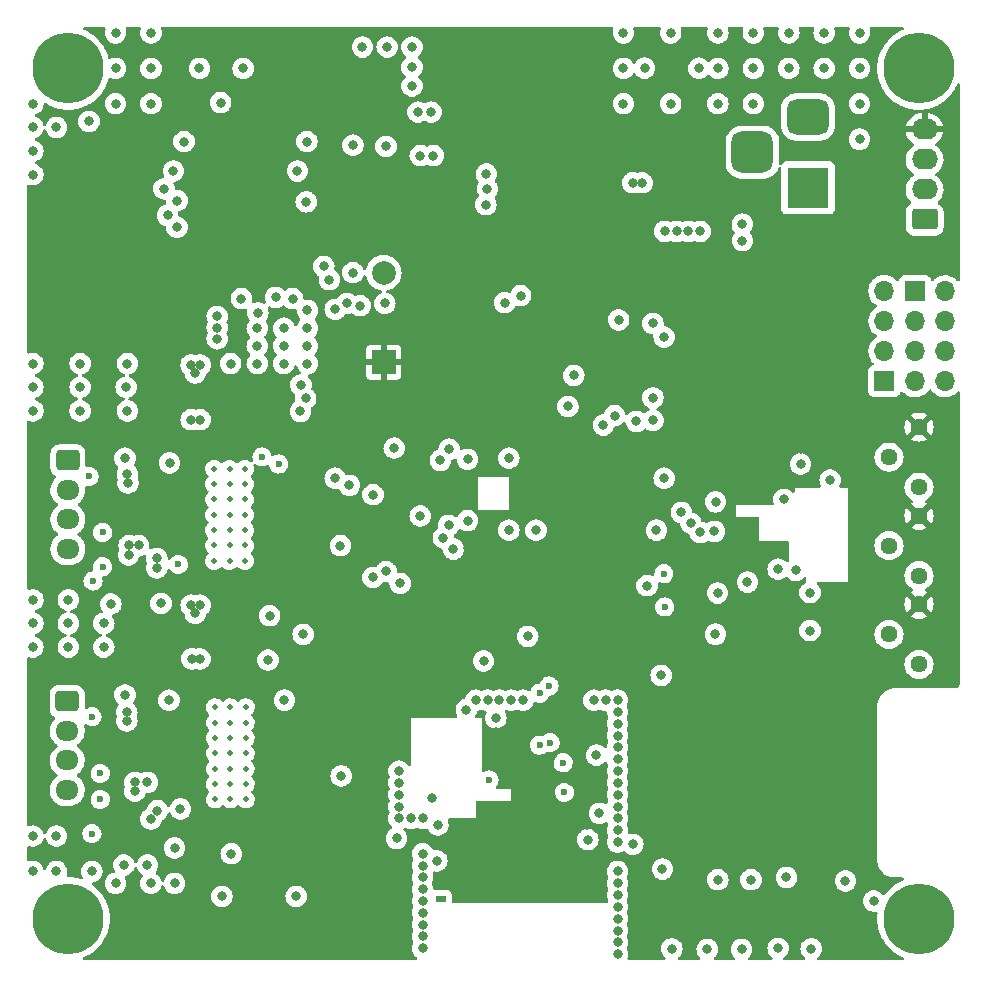
<source format=gbr>
%TF.GenerationSoftware,KiCad,Pcbnew,(6.0.0)*%
%TF.CreationDate,2022-03-02T14:41:02+07:00*%
%TF.ProjectId,balancingRobot_sabaiCode,62616c61-6e63-4696-9e67-526f626f745f,rev?*%
%TF.SameCoordinates,Original*%
%TF.FileFunction,Copper,L3,Inr*%
%TF.FilePolarity,Positive*%
%FSLAX46Y46*%
G04 Gerber Fmt 4.6, Leading zero omitted, Abs format (unit mm)*
G04 Created by KiCad (PCBNEW (6.0.0)) date 2022-03-02 14:41:02*
%MOMM*%
%LPD*%
G01*
G04 APERTURE LIST*
G04 Aperture macros list*
%AMRoundRect*
0 Rectangle with rounded corners*
0 $1 Rounding radius*
0 $2 $3 $4 $5 $6 $7 $8 $9 X,Y pos of 4 corners*
0 Add a 4 corners polygon primitive as box body*
4,1,4,$2,$3,$4,$5,$6,$7,$8,$9,$2,$3,0*
0 Add four circle primitives for the rounded corners*
1,1,$1+$1,$2,$3*
1,1,$1+$1,$4,$5*
1,1,$1+$1,$6,$7*
1,1,$1+$1,$8,$9*
0 Add four rect primitives between the rounded corners*
20,1,$1+$1,$2,$3,$4,$5,0*
20,1,$1+$1,$4,$5,$6,$7,0*
20,1,$1+$1,$6,$7,$8,$9,0*
20,1,$1+$1,$8,$9,$2,$3,0*%
G04 Aperture macros list end*
%TA.AperFunction,ComponentPad*%
%ADD10R,1.700000X1.700000*%
%TD*%
%TA.AperFunction,ComponentPad*%
%ADD11O,1.700000X1.700000*%
%TD*%
%TA.AperFunction,ComponentPad*%
%ADD12RoundRect,0.250000X0.845000X-0.620000X0.845000X0.620000X-0.845000X0.620000X-0.845000X-0.620000X0*%
%TD*%
%TA.AperFunction,ComponentPad*%
%ADD13O,2.190000X1.740000*%
%TD*%
%TA.AperFunction,ComponentPad*%
%ADD14C,0.500000*%
%TD*%
%TA.AperFunction,ComponentPad*%
%ADD15C,6.000000*%
%TD*%
%TA.AperFunction,ComponentPad*%
%ADD16C,0.800000*%
%TD*%
%TA.AperFunction,ComponentPad*%
%ADD17R,0.900000X0.500000*%
%TD*%
%TA.AperFunction,ComponentPad*%
%ADD18C,1.440000*%
%TD*%
%TA.AperFunction,ComponentPad*%
%ADD19R,2.000000X2.000000*%
%TD*%
%TA.AperFunction,ComponentPad*%
%ADD20C,2.000000*%
%TD*%
%TA.AperFunction,ComponentPad*%
%ADD21RoundRect,0.250000X-0.725000X0.600000X-0.725000X-0.600000X0.725000X-0.600000X0.725000X0.600000X0*%
%TD*%
%TA.AperFunction,ComponentPad*%
%ADD22O,1.950000X1.700000*%
%TD*%
%TA.AperFunction,ComponentPad*%
%ADD23R,3.500000X3.500000*%
%TD*%
%TA.AperFunction,ComponentPad*%
%ADD24RoundRect,0.750000X-1.000000X0.750000X-1.000000X-0.750000X1.000000X-0.750000X1.000000X0.750000X0*%
%TD*%
%TA.AperFunction,ComponentPad*%
%ADD25RoundRect,0.875000X-0.875000X0.875000X-0.875000X-0.875000X0.875000X-0.875000X0.875000X0.875000X0*%
%TD*%
%TA.AperFunction,ViaPad*%
%ADD26C,0.800000*%
%TD*%
%TA.AperFunction,ViaPad*%
%ADD27C,0.600000*%
%TD*%
G04 APERTURE END LIST*
D10*
%TO.N,+5V*%
%TO.C,J5*%
X205700000Y-82880000D03*
D11*
%TO.N,GND*%
X208240000Y-82880000D03*
%TO.N,+5V*%
X205700000Y-85420000D03*
%TO.N,GND*%
X208240000Y-85420000D03*
%TO.N,+5V*%
X205700000Y-87960000D03*
%TO.N,GND*%
X208240000Y-87960000D03*
%TO.N,+5V*%
X205700000Y-90500000D03*
%TO.N,GND*%
X208240000Y-90500000D03*
%TD*%
D10*
%TO.N,TIM3_CH1*%
%TO.C,J6*%
X203100000Y-90480000D03*
D11*
%TO.N,TIM3_CH2*%
X203100000Y-87940000D03*
%TO.N,TIM3_CH3*%
X203100000Y-85400000D03*
%TO.N,TIM3_CH4*%
X203100000Y-82860000D03*
%TD*%
D12*
%TO.N,GND*%
%TO.C,J7*%
X206500000Y-76800000D03*
D13*
%TO.N,SWDIO*%
X206500000Y-74260000D03*
%TO.N,SWCLK*%
X206500000Y-71720000D03*
%TO.N,+3V3*%
X206500000Y-69180000D03*
%TD*%
D14*
%TO.N,N/C*%
%TO.C,U6*%
X147725000Y-122000000D03*
X147725000Y-120700000D03*
X147725000Y-119400000D03*
X147725000Y-118100000D03*
X147725000Y-123300000D03*
X147725000Y-124600000D03*
X147725000Y-125900000D03*
X146425000Y-118100000D03*
X149025000Y-118100000D03*
X146425000Y-119400000D03*
X149025000Y-119400000D03*
X149025000Y-120700000D03*
X146425000Y-120700000D03*
X146425000Y-122000000D03*
X149025000Y-122000000D03*
X146425000Y-123300000D03*
X149025000Y-123300000D03*
X146425000Y-124600000D03*
X149025000Y-124600000D03*
X146425000Y-125900000D03*
X149025000Y-125900000D03*
%TD*%
D15*
%TO.N,N/C*%
%TO.C,H4*%
X134000000Y-136000000D03*
D16*
X136250000Y-136000000D03*
X135590990Y-137590990D03*
X132409010Y-137590990D03*
X134000000Y-138250000D03*
X131750000Y-136000000D03*
X134000000Y-133750000D03*
X135590990Y-134409010D03*
X132409010Y-134409010D03*
%TD*%
D17*
%TO.N,GND*%
%TO.C,ANT1*%
X165525000Y-134300000D03*
%TD*%
D18*
%TO.N,+3V3*%
%TO.C,RV5*%
X206025000Y-94375000D03*
%TO.N,ADC2*%
X203485000Y-96915000D03*
%TO.N,GND*%
X206025000Y-99455000D03*
%TD*%
D19*
%TO.N,+3V3*%
%TO.C,BZ1*%
X160700000Y-88900000D03*
D20*
%TO.N,Net-(BZ1-Pad2)*%
X160700000Y-81300000D03*
%TD*%
D21*
%TO.N,/Stepper Driver/M1_A1*%
%TO.C,J2*%
X133970000Y-97200000D03*
D22*
%TO.N,/Stepper Driver/M1_A2*%
X133970000Y-99700000D03*
%TO.N,/Stepper Driver/M1_B2*%
X133970000Y-102200000D03*
%TO.N,/Stepper Driver/M1_B1*%
X133970000Y-104700000D03*
%TD*%
D23*
%TO.N,Net-(J1-Pad1)*%
%TO.C,J1*%
X196627500Y-74110000D03*
D24*
%TO.N,GND*%
X196627500Y-68110000D03*
D25*
X191927500Y-71110000D03*
%TD*%
D21*
%TO.N,/Stepper Driver/M2_A1*%
%TO.C,J3*%
X133900000Y-117600000D03*
D22*
%TO.N,/Stepper Driver/M2_A2*%
X133900000Y-120100000D03*
%TO.N,/Stepper Driver/M2_B2*%
X133900000Y-122600000D03*
%TO.N,/Stepper Driver/M2_B1*%
X133900000Y-125100000D03*
%TD*%
D16*
%TO.N,N/C*%
%TO.C,H3*%
X207590990Y-137590990D03*
X206000000Y-138250000D03*
X207590990Y-134409010D03*
X204409010Y-137590990D03*
X206000000Y-133750000D03*
X204409010Y-134409010D03*
X208250000Y-136000000D03*
D15*
X206000000Y-136000000D03*
D16*
X203750000Y-136000000D03*
%TD*%
D18*
%TO.N,+3V3*%
%TO.C,RV4*%
X206025000Y-101875000D03*
%TO.N,ADC1*%
X203485000Y-104415000D03*
%TO.N,GND*%
X206025000Y-106955000D03*
%TD*%
D16*
%TO.N,N/C*%
%TO.C,H1*%
X134000000Y-61750000D03*
X132409010Y-62409010D03*
X135590990Y-62409010D03*
D15*
X134000000Y-64000000D03*
D16*
X135590990Y-65590990D03*
X134000000Y-66250000D03*
X132409010Y-65590990D03*
X131750000Y-64000000D03*
X136250000Y-64000000D03*
%TD*%
D14*
%TO.N,N/C*%
%TO.C,U5*%
X147652500Y-101800000D03*
X147652500Y-100500000D03*
X147652500Y-99200000D03*
X147652500Y-97900000D03*
X147652500Y-103100000D03*
X147652500Y-104400000D03*
X147652500Y-105700000D03*
X146352500Y-97900000D03*
X148952500Y-97900000D03*
X146352500Y-99200000D03*
X148952500Y-99200000D03*
X148952500Y-100500000D03*
X146352500Y-100500000D03*
X146352500Y-101800000D03*
X148952500Y-101800000D03*
X146352500Y-103100000D03*
X148952500Y-103100000D03*
X146352500Y-104400000D03*
X148952500Y-104400000D03*
X146352500Y-105700000D03*
X148952500Y-105700000D03*
%TD*%
D18*
%TO.N,+3V3*%
%TO.C,RV3*%
X206025000Y-109375000D03*
%TO.N,ADC0*%
X203485000Y-111915000D03*
%TO.N,GND*%
X206025000Y-114455000D03*
%TD*%
D16*
%TO.N,N/C*%
%TO.C,H2*%
X207590990Y-62409010D03*
D15*
X206000000Y-64000000D03*
D16*
X203750000Y-64000000D03*
X206000000Y-66250000D03*
X204409010Y-65590990D03*
X206000000Y-61750000D03*
X207590990Y-65590990D03*
X204409010Y-62409010D03*
X208250000Y-64000000D03*
%TD*%
D26*
%TO.N,+3V3*%
X167800000Y-104600000D03*
X192800000Y-104800000D03*
X141850000Y-87100000D03*
X196000000Y-95400000D03*
X180300000Y-97000000D03*
X156900000Y-106400000D03*
X152400000Y-124600000D03*
X157100000Y-125800000D03*
X176600000Y-124300000D03*
X177930000Y-128050000D03*
X187400000Y-111700000D03*
X155500000Y-138000000D03*
X176500000Y-97400000D03*
X141850000Y-88000000D03*
X138500000Y-137900000D03*
X152300000Y-125800000D03*
X189850000Y-105750000D03*
X161600000Y-100350000D03*
X170200000Y-120200000D03*
X181900000Y-85200000D03*
X153200000Y-104700000D03*
X142800000Y-88000000D03*
X185900000Y-133000000D03*
X175700000Y-99900000D03*
X144800000Y-138000000D03*
X185600000Y-115500000D03*
X179200000Y-96050000D03*
X161800000Y-138050000D03*
X165400000Y-98500000D03*
X152400000Y-105400000D03*
X142800000Y-87100000D03*
X199300000Y-110800000D03*
X196000000Y-96200000D03*
%TO.N,Net-(BZ1-Pad2)*%
X160800000Y-83900000D03*
%TO.N,GND*%
X188100000Y-138600000D03*
X164000000Y-134500000D03*
X134000000Y-111000000D03*
X154250000Y-84500000D03*
X194100000Y-138500000D03*
X147800000Y-130500000D03*
X196800000Y-111600000D03*
X146900000Y-66900000D03*
X164000000Y-135500000D03*
X192000000Y-67000000D03*
X167700000Y-118300000D03*
X163100000Y-65500000D03*
X169500000Y-117500000D03*
X171300000Y-97000000D03*
X185000000Y-61000000D03*
X180500000Y-126500000D03*
X177990000Y-129310000D03*
X165200000Y-131100000D03*
X163800000Y-101900000D03*
X151050000Y-110350000D03*
X131000000Y-91000000D03*
X150000000Y-87500000D03*
X189000000Y-64000000D03*
X150000000Y-89000000D03*
X152300000Y-117500000D03*
X188790000Y-111910000D03*
X136000000Y-132000000D03*
X180600000Y-85300000D03*
X196900000Y-138550000D03*
X195000000Y-64000000D03*
X141500000Y-106300000D03*
X161000000Y-62200000D03*
D27*
X143324500Y-106000000D03*
D26*
X198500000Y-98850000D03*
X161600000Y-96150000D03*
X185000000Y-67000000D03*
X157100000Y-123900000D03*
X131000000Y-71000000D03*
X141550000Y-126850000D03*
X201000000Y-61000000D03*
X138700000Y-131450000D03*
X194600000Y-100500000D03*
X138900000Y-91000000D03*
X153890000Y-111930000D03*
X181800000Y-129700000D03*
X138950000Y-119250000D03*
X133000000Y-69000000D03*
X131000000Y-69000000D03*
X151550000Y-83400000D03*
X131000000Y-93000000D03*
X145100000Y-64000000D03*
X137000000Y-113000000D03*
X182790000Y-63980000D03*
X169360000Y-75550000D03*
X158100000Y-70500000D03*
X164000000Y-130500000D03*
X142400000Y-76450000D03*
X135000000Y-91000000D03*
X147000000Y-134100000D03*
X150000000Y-86000000D03*
X134000000Y-109000000D03*
X139000000Y-89000000D03*
X139000000Y-93000000D03*
X198000000Y-61000000D03*
X153700000Y-90800000D03*
X162000000Y-124500000D03*
X191500000Y-107500000D03*
X201000000Y-67000000D03*
X173600000Y-103100000D03*
X143000000Y-130000000D03*
X138000000Y-133000000D03*
D27*
X150400000Y-96900000D03*
D26*
X164000000Y-137500000D03*
X189000000Y-67000000D03*
X154250000Y-87500000D03*
X170950000Y-83850000D03*
D27*
X151800000Y-97500000D03*
D26*
X143000000Y-133000000D03*
X180500000Y-129500000D03*
X148800000Y-64000000D03*
X135000000Y-93000000D03*
X201000000Y-70000000D03*
X180500000Y-125500000D03*
X141000000Y-127550000D03*
X166200000Y-102700000D03*
D27*
X169630000Y-124250000D03*
D26*
X150050000Y-84700000D03*
X180500000Y-123500000D03*
X146600000Y-85000000D03*
X141000000Y-67000000D03*
X164730000Y-67700000D03*
X189000000Y-61000000D03*
D27*
X176000000Y-125300000D03*
D26*
X172300000Y-83250000D03*
X180500000Y-136000000D03*
X180500000Y-132000000D03*
X164000000Y-133500000D03*
X157040000Y-104410000D03*
X131000000Y-109000000D03*
X138000000Y-64000000D03*
X182100000Y-93900000D03*
X191080000Y-78600000D03*
X166600000Y-104700000D03*
X192000000Y-61000000D03*
D27*
X175900000Y-122800000D03*
D26*
X187400000Y-63990000D03*
X163100000Y-62200000D03*
X198000000Y-64000000D03*
X178720000Y-122150000D03*
X152250000Y-89000000D03*
X184200000Y-115400000D03*
X170500000Y-117500000D03*
X160900000Y-70600000D03*
X163100000Y-63900000D03*
X163600000Y-67700000D03*
X141000000Y-64000000D03*
X164000000Y-132500000D03*
X162000000Y-123500000D03*
X141850000Y-109300000D03*
X131000000Y-111000000D03*
X181000000Y-64000000D03*
X154250000Y-86000000D03*
X180500000Y-137000000D03*
X165290000Y-128050000D03*
X163800000Y-71400000D03*
X131000000Y-67000000D03*
X162000000Y-127500000D03*
X185100000Y-138550000D03*
X180500000Y-135000000D03*
X192000000Y-64000000D03*
X168500000Y-117500000D03*
X195600000Y-106500000D03*
X191000000Y-138600000D03*
X180500000Y-119500000D03*
X196000000Y-97500000D03*
X164000000Y-136500000D03*
X180500000Y-127500000D03*
X172500000Y-117500000D03*
X153000000Y-83500000D03*
X131000000Y-132000000D03*
X178970000Y-127070000D03*
X180500000Y-133000000D03*
X180500000Y-120500000D03*
X165500000Y-97200000D03*
X191070000Y-77200000D03*
X153300000Y-134100000D03*
X131000000Y-129000000D03*
X146600000Y-85950000D03*
X143200000Y-75200000D03*
X148650000Y-83500000D03*
X180500000Y-117500000D03*
X180500000Y-118500000D03*
X146600000Y-86900000D03*
X180500000Y-121500000D03*
X165750000Y-103750000D03*
X154100000Y-91950000D03*
X135000000Y-89000000D03*
X140700000Y-131450000D03*
X133000000Y-132000000D03*
X166250000Y-96250000D03*
X143200000Y-77450000D03*
X150910000Y-114090000D03*
X141500000Y-105500000D03*
X181800000Y-73680000D03*
X180500000Y-124500000D03*
X158900000Y-62200000D03*
X164000000Y-131500000D03*
X171500000Y-117500000D03*
X169390000Y-72940000D03*
X181000000Y-67000000D03*
X199800000Y-132800000D03*
X133000000Y-129000000D03*
X171300000Y-103100000D03*
X138950000Y-118500000D03*
X180250000Y-93400000D03*
X164000000Y-127500000D03*
X184300000Y-131800000D03*
X180500000Y-134000000D03*
X180500000Y-139000000D03*
X178500000Y-117500000D03*
X137600000Y-109350000D03*
X164900000Y-71400000D03*
X170200000Y-119000000D03*
X164800000Y-125800000D03*
X154250000Y-89000000D03*
X135750000Y-68500000D03*
X137000000Y-111000000D03*
X181000000Y-61000000D03*
X131000000Y-89000000D03*
X147750000Y-89000000D03*
X162000000Y-126500000D03*
X201000000Y-64000000D03*
X163000000Y-127500000D03*
X141000000Y-61000000D03*
X179500000Y-117500000D03*
X131000000Y-73000000D03*
X138000000Y-67000000D03*
X141000000Y-133000000D03*
X139050000Y-99100000D03*
X134000000Y-113000000D03*
X138000000Y-61000000D03*
X152250000Y-87500000D03*
X169480000Y-74210000D03*
X180500000Y-128500000D03*
X182570000Y-73690000D03*
X162000000Y-125500000D03*
X164000000Y-138500000D03*
X194100000Y-106400000D03*
X195000000Y-61000000D03*
X180500000Y-138000000D03*
X179300000Y-94200000D03*
X152250000Y-86000000D03*
X153650000Y-93050000D03*
X180500000Y-122500000D03*
X131000000Y-113000000D03*
X143500000Y-126700000D03*
X139000000Y-98350000D03*
%TO.N,NRST*%
X196800000Y-108400000D03*
X188800000Y-100700000D03*
X172900000Y-112100000D03*
%TO.N,/Stepper Driver/M1_VCP*%
X138800000Y-97000000D03*
X142575500Y-97400000D03*
%TO.N,VCC*%
X139100000Y-105200000D03*
X145150000Y-114000000D03*
X139150000Y-104400000D03*
X186500000Y-77800000D03*
X140700000Y-124450000D03*
X184500000Y-77800000D03*
X139950000Y-104400000D03*
X144750000Y-110150000D03*
X139650000Y-125200000D03*
X145150000Y-89100000D03*
X187500000Y-77800000D03*
X139650000Y-124450000D03*
X145150000Y-109450000D03*
X144750000Y-89800000D03*
X144400000Y-109450000D03*
X185500000Y-77800000D03*
X145150000Y-93750000D03*
X144400000Y-93750000D03*
X144400000Y-89100000D03*
X144450000Y-114000000D03*
%TO.N,/Stepper Driver/M2_VCP*%
X142525980Y-117500000D03*
X138800000Y-117050000D03*
%TO.N,M1_LED*%
X189000000Y-132700000D03*
X185900000Y-101600000D03*
%TO.N,M2_LED*%
X191800000Y-132700000D03*
X186700000Y-102500000D03*
%TO.N,SWCLK*%
X183000000Y-107800000D03*
%TO.N,SWDIO*%
X183800000Y-103100000D03*
%TO.N,TIM16_Buzzer*%
X184450000Y-86750000D03*
X184450000Y-98700000D03*
X187500000Y-103300000D03*
%TO.N,I2C_SCL*%
X176300000Y-92624500D03*
X176800000Y-90000000D03*
%TO.N,I2C_SDA*%
X183500000Y-91900000D03*
X183500000Y-93800000D03*
X183500000Y-85600000D03*
%TO.N,PIO11*%
X161800000Y-129200000D03*
X202200000Y-134500000D03*
D27*
%TO.N,/Stepper Driver/M1_ISENB*%
X136900000Y-103300000D03*
X136900000Y-106200000D03*
%TO.N,/Stepper Driver/M1_ISENA*%
X136100000Y-107400000D03*
X135750000Y-98550000D03*
%TO.N,/Stepper Driver/M2_ISENB*%
X136700000Y-123700000D03*
X136700000Y-125900000D03*
%TO.N,/Stepper Driver/M2_ISENA*%
X136000000Y-128800000D03*
X136000000Y-118900000D03*
D26*
%TO.N,BTN*%
X169160012Y-114180034D03*
X188970023Y-108429977D03*
%TO.N,M1_MODE0*%
X159800000Y-100100000D03*
X158109594Y-81289670D03*
X162100000Y-107600000D03*
X142100000Y-74200000D03*
X154149500Y-75300000D03*
X158700000Y-84100000D03*
%TO.N,M1_MODE1*%
X153400000Y-72700000D03*
X155629977Y-80770023D03*
X160900000Y-106600000D03*
X157600000Y-83900000D03*
X157800000Y-99300000D03*
X142900000Y-72700000D03*
%TO.N,M1_MODE2*%
X159800000Y-107100000D03*
X154200000Y-70200000D03*
X156600000Y-98700000D03*
X143800000Y-70200000D03*
X156100000Y-81900000D03*
X156600000Y-84400000D03*
%TO.N,LED_PC13*%
X194800000Y-132500000D03*
X188700000Y-103200000D03*
%TO.N,MPU_INT*%
X167800000Y-102300000D03*
X167800000Y-97100000D03*
D27*
%TO.N,SPI_CSS*%
X173900000Y-116900000D03*
X173900000Y-121300000D03*
%TO.N,SPI_CE*%
X174800000Y-121100000D03*
X174700000Y-116300000D03*
%TO.N,SPI_SCK*%
X184500000Y-109600000D03*
X184425500Y-106800000D03*
%TD*%
%TA.AperFunction,Conductor*%
%TO.N,+3V3*%
G36*
X137099305Y-60528002D02*
G01*
X137145798Y-60581658D01*
X137155902Y-60651932D01*
X137151019Y-60672929D01*
X137106458Y-60810072D01*
X137105768Y-60816633D01*
X137105768Y-60816635D01*
X137087186Y-60993435D01*
X137086496Y-61000000D01*
X137087186Y-61006565D01*
X137103287Y-61159754D01*
X137106458Y-61189928D01*
X137165473Y-61371556D01*
X137260960Y-61536944D01*
X137388747Y-61678866D01*
X137543248Y-61791118D01*
X137549276Y-61793802D01*
X137549278Y-61793803D01*
X137641200Y-61834729D01*
X137717712Y-61868794D01*
X137811112Y-61888647D01*
X137898056Y-61907128D01*
X137898061Y-61907128D01*
X137904513Y-61908500D01*
X138095487Y-61908500D01*
X138101939Y-61907128D01*
X138101944Y-61907128D01*
X138188888Y-61888647D01*
X138282288Y-61868794D01*
X138358800Y-61834729D01*
X138450722Y-61793803D01*
X138450724Y-61793802D01*
X138456752Y-61791118D01*
X138611253Y-61678866D01*
X138739040Y-61536944D01*
X138834527Y-61371556D01*
X138893542Y-61189928D01*
X138896714Y-61159754D01*
X138912814Y-61006565D01*
X138913504Y-61000000D01*
X138912814Y-60993435D01*
X138894232Y-60816635D01*
X138894232Y-60816633D01*
X138893542Y-60810072D01*
X138848983Y-60672934D01*
X138846955Y-60601969D01*
X138883617Y-60541171D01*
X138947330Y-60509846D01*
X138968816Y-60508000D01*
X140031184Y-60508000D01*
X140099305Y-60528002D01*
X140145798Y-60581658D01*
X140155902Y-60651932D01*
X140151019Y-60672929D01*
X140106458Y-60810072D01*
X140105768Y-60816633D01*
X140105768Y-60816635D01*
X140087186Y-60993435D01*
X140086496Y-61000000D01*
X140087186Y-61006565D01*
X140103287Y-61159754D01*
X140106458Y-61189928D01*
X140165473Y-61371556D01*
X140260960Y-61536944D01*
X140388747Y-61678866D01*
X140543248Y-61791118D01*
X140549276Y-61793802D01*
X140549278Y-61793803D01*
X140641200Y-61834729D01*
X140717712Y-61868794D01*
X140811112Y-61888647D01*
X140898056Y-61907128D01*
X140898061Y-61907128D01*
X140904513Y-61908500D01*
X141095487Y-61908500D01*
X141101939Y-61907128D01*
X141101944Y-61907128D01*
X141188888Y-61888647D01*
X141282288Y-61868794D01*
X141358800Y-61834729D01*
X141450722Y-61793803D01*
X141450724Y-61793802D01*
X141456752Y-61791118D01*
X141611253Y-61678866D01*
X141739040Y-61536944D01*
X141834527Y-61371556D01*
X141893542Y-61189928D01*
X141896714Y-61159754D01*
X141912814Y-61006565D01*
X141913504Y-61000000D01*
X141912814Y-60993435D01*
X141894232Y-60816635D01*
X141894232Y-60816633D01*
X141893542Y-60810072D01*
X141848983Y-60672934D01*
X141846955Y-60601969D01*
X141883617Y-60541171D01*
X141947330Y-60509846D01*
X141968816Y-60508000D01*
X180031184Y-60508000D01*
X180099305Y-60528002D01*
X180145798Y-60581658D01*
X180155902Y-60651932D01*
X180151019Y-60672929D01*
X180106458Y-60810072D01*
X180105768Y-60816633D01*
X180105768Y-60816635D01*
X180087186Y-60993435D01*
X180086496Y-61000000D01*
X180087186Y-61006565D01*
X180103287Y-61159754D01*
X180106458Y-61189928D01*
X180165473Y-61371556D01*
X180260960Y-61536944D01*
X180388747Y-61678866D01*
X180543248Y-61791118D01*
X180549276Y-61793802D01*
X180549278Y-61793803D01*
X180641200Y-61834729D01*
X180717712Y-61868794D01*
X180811112Y-61888647D01*
X180898056Y-61907128D01*
X180898061Y-61907128D01*
X180904513Y-61908500D01*
X181095487Y-61908500D01*
X181101939Y-61907128D01*
X181101944Y-61907128D01*
X181188888Y-61888647D01*
X181282288Y-61868794D01*
X181358800Y-61834729D01*
X181450722Y-61793803D01*
X181450724Y-61793802D01*
X181456752Y-61791118D01*
X181611253Y-61678866D01*
X181739040Y-61536944D01*
X181834527Y-61371556D01*
X181893542Y-61189928D01*
X181896714Y-61159754D01*
X181912814Y-61006565D01*
X181913504Y-61000000D01*
X181912814Y-60993435D01*
X181894232Y-60816635D01*
X181894232Y-60816633D01*
X181893542Y-60810072D01*
X181848983Y-60672934D01*
X181846955Y-60601969D01*
X181883617Y-60541171D01*
X181947330Y-60509846D01*
X181968816Y-60508000D01*
X184031184Y-60508000D01*
X184099305Y-60528002D01*
X184145798Y-60581658D01*
X184155902Y-60651932D01*
X184151019Y-60672929D01*
X184106458Y-60810072D01*
X184105768Y-60816633D01*
X184105768Y-60816635D01*
X184087186Y-60993435D01*
X184086496Y-61000000D01*
X184087186Y-61006565D01*
X184103287Y-61159754D01*
X184106458Y-61189928D01*
X184165473Y-61371556D01*
X184260960Y-61536944D01*
X184388747Y-61678866D01*
X184543248Y-61791118D01*
X184549276Y-61793802D01*
X184549278Y-61793803D01*
X184641200Y-61834729D01*
X184717712Y-61868794D01*
X184811112Y-61888647D01*
X184898056Y-61907128D01*
X184898061Y-61907128D01*
X184904513Y-61908500D01*
X185095487Y-61908500D01*
X185101939Y-61907128D01*
X185101944Y-61907128D01*
X185188888Y-61888647D01*
X185282288Y-61868794D01*
X185358800Y-61834729D01*
X185450722Y-61793803D01*
X185450724Y-61793802D01*
X185456752Y-61791118D01*
X185611253Y-61678866D01*
X185739040Y-61536944D01*
X185834527Y-61371556D01*
X185893542Y-61189928D01*
X185896714Y-61159754D01*
X185912814Y-61006565D01*
X185913504Y-61000000D01*
X185912814Y-60993435D01*
X185894232Y-60816635D01*
X185894232Y-60816633D01*
X185893542Y-60810072D01*
X185848983Y-60672934D01*
X185846955Y-60601969D01*
X185883617Y-60541171D01*
X185947330Y-60509846D01*
X185968816Y-60508000D01*
X188031184Y-60508000D01*
X188099305Y-60528002D01*
X188145798Y-60581658D01*
X188155902Y-60651932D01*
X188151019Y-60672929D01*
X188106458Y-60810072D01*
X188105768Y-60816633D01*
X188105768Y-60816635D01*
X188087186Y-60993435D01*
X188086496Y-61000000D01*
X188087186Y-61006565D01*
X188103287Y-61159754D01*
X188106458Y-61189928D01*
X188165473Y-61371556D01*
X188260960Y-61536944D01*
X188388747Y-61678866D01*
X188543248Y-61791118D01*
X188549276Y-61793802D01*
X188549278Y-61793803D01*
X188641200Y-61834729D01*
X188717712Y-61868794D01*
X188811112Y-61888647D01*
X188898056Y-61907128D01*
X188898061Y-61907128D01*
X188904513Y-61908500D01*
X189095487Y-61908500D01*
X189101939Y-61907128D01*
X189101944Y-61907128D01*
X189188888Y-61888647D01*
X189282288Y-61868794D01*
X189358800Y-61834729D01*
X189450722Y-61793803D01*
X189450724Y-61793802D01*
X189456752Y-61791118D01*
X189611253Y-61678866D01*
X189739040Y-61536944D01*
X189834527Y-61371556D01*
X189893542Y-61189928D01*
X189896714Y-61159754D01*
X189912814Y-61006565D01*
X189913504Y-61000000D01*
X189912814Y-60993435D01*
X189894232Y-60816635D01*
X189894232Y-60816633D01*
X189893542Y-60810072D01*
X189848983Y-60672934D01*
X189846955Y-60601969D01*
X189883617Y-60541171D01*
X189947330Y-60509846D01*
X189968816Y-60508000D01*
X191031184Y-60508000D01*
X191099305Y-60528002D01*
X191145798Y-60581658D01*
X191155902Y-60651932D01*
X191151019Y-60672929D01*
X191106458Y-60810072D01*
X191105768Y-60816633D01*
X191105768Y-60816635D01*
X191087186Y-60993435D01*
X191086496Y-61000000D01*
X191087186Y-61006565D01*
X191103287Y-61159754D01*
X191106458Y-61189928D01*
X191165473Y-61371556D01*
X191260960Y-61536944D01*
X191388747Y-61678866D01*
X191543248Y-61791118D01*
X191549276Y-61793802D01*
X191549278Y-61793803D01*
X191641200Y-61834729D01*
X191717712Y-61868794D01*
X191811112Y-61888647D01*
X191898056Y-61907128D01*
X191898061Y-61907128D01*
X191904513Y-61908500D01*
X192095487Y-61908500D01*
X192101939Y-61907128D01*
X192101944Y-61907128D01*
X192188888Y-61888647D01*
X192282288Y-61868794D01*
X192358800Y-61834729D01*
X192450722Y-61793803D01*
X192450724Y-61793802D01*
X192456752Y-61791118D01*
X192611253Y-61678866D01*
X192739040Y-61536944D01*
X192834527Y-61371556D01*
X192893542Y-61189928D01*
X192896714Y-61159754D01*
X192912814Y-61006565D01*
X192913504Y-61000000D01*
X192912814Y-60993435D01*
X192894232Y-60816635D01*
X192894232Y-60816633D01*
X192893542Y-60810072D01*
X192848983Y-60672934D01*
X192846955Y-60601969D01*
X192883617Y-60541171D01*
X192947330Y-60509846D01*
X192968816Y-60508000D01*
X194031184Y-60508000D01*
X194099305Y-60528002D01*
X194145798Y-60581658D01*
X194155902Y-60651932D01*
X194151019Y-60672929D01*
X194106458Y-60810072D01*
X194105768Y-60816633D01*
X194105768Y-60816635D01*
X194087186Y-60993435D01*
X194086496Y-61000000D01*
X194087186Y-61006565D01*
X194103287Y-61159754D01*
X194106458Y-61189928D01*
X194165473Y-61371556D01*
X194260960Y-61536944D01*
X194388747Y-61678866D01*
X194543248Y-61791118D01*
X194549276Y-61793802D01*
X194549278Y-61793803D01*
X194641200Y-61834729D01*
X194717712Y-61868794D01*
X194811112Y-61888647D01*
X194898056Y-61907128D01*
X194898061Y-61907128D01*
X194904513Y-61908500D01*
X195095487Y-61908500D01*
X195101939Y-61907128D01*
X195101944Y-61907128D01*
X195188888Y-61888647D01*
X195282288Y-61868794D01*
X195358800Y-61834729D01*
X195450722Y-61793803D01*
X195450724Y-61793802D01*
X195456752Y-61791118D01*
X195611253Y-61678866D01*
X195739040Y-61536944D01*
X195834527Y-61371556D01*
X195893542Y-61189928D01*
X195896714Y-61159754D01*
X195912814Y-61006565D01*
X195913504Y-61000000D01*
X195912814Y-60993435D01*
X195894232Y-60816635D01*
X195894232Y-60816633D01*
X195893542Y-60810072D01*
X195848983Y-60672934D01*
X195846955Y-60601969D01*
X195883617Y-60541171D01*
X195947330Y-60509846D01*
X195968816Y-60508000D01*
X197031184Y-60508000D01*
X197099305Y-60528002D01*
X197145798Y-60581658D01*
X197155902Y-60651932D01*
X197151019Y-60672929D01*
X197106458Y-60810072D01*
X197105768Y-60816633D01*
X197105768Y-60816635D01*
X197087186Y-60993435D01*
X197086496Y-61000000D01*
X197087186Y-61006565D01*
X197103287Y-61159754D01*
X197106458Y-61189928D01*
X197165473Y-61371556D01*
X197260960Y-61536944D01*
X197388747Y-61678866D01*
X197543248Y-61791118D01*
X197549276Y-61793802D01*
X197549278Y-61793803D01*
X197641200Y-61834729D01*
X197717712Y-61868794D01*
X197811112Y-61888647D01*
X197898056Y-61907128D01*
X197898061Y-61907128D01*
X197904513Y-61908500D01*
X198095487Y-61908500D01*
X198101939Y-61907128D01*
X198101944Y-61907128D01*
X198188888Y-61888647D01*
X198282288Y-61868794D01*
X198358800Y-61834729D01*
X198450722Y-61793803D01*
X198450724Y-61793802D01*
X198456752Y-61791118D01*
X198611253Y-61678866D01*
X198739040Y-61536944D01*
X198834527Y-61371556D01*
X198893542Y-61189928D01*
X198896714Y-61159754D01*
X198912814Y-61006565D01*
X198913504Y-61000000D01*
X198912814Y-60993435D01*
X198894232Y-60816635D01*
X198894232Y-60816633D01*
X198893542Y-60810072D01*
X198848983Y-60672934D01*
X198846955Y-60601969D01*
X198883617Y-60541171D01*
X198947330Y-60509846D01*
X198968816Y-60508000D01*
X200031184Y-60508000D01*
X200099305Y-60528002D01*
X200145798Y-60581658D01*
X200155902Y-60651932D01*
X200151019Y-60672929D01*
X200106458Y-60810072D01*
X200105768Y-60816633D01*
X200105768Y-60816635D01*
X200087186Y-60993435D01*
X200086496Y-61000000D01*
X200087186Y-61006565D01*
X200103287Y-61159754D01*
X200106458Y-61189928D01*
X200165473Y-61371556D01*
X200260960Y-61536944D01*
X200388747Y-61678866D01*
X200543248Y-61791118D01*
X200549276Y-61793802D01*
X200549278Y-61793803D01*
X200641200Y-61834729D01*
X200717712Y-61868794D01*
X200811112Y-61888647D01*
X200898056Y-61907128D01*
X200898061Y-61907128D01*
X200904513Y-61908500D01*
X201095487Y-61908500D01*
X201101939Y-61907128D01*
X201101944Y-61907128D01*
X201188888Y-61888647D01*
X201282288Y-61868794D01*
X201358800Y-61834729D01*
X201450722Y-61793803D01*
X201450724Y-61793802D01*
X201456752Y-61791118D01*
X201611253Y-61678866D01*
X201739040Y-61536944D01*
X201834527Y-61371556D01*
X201893542Y-61189928D01*
X201896714Y-61159754D01*
X201912814Y-61006565D01*
X201913504Y-61000000D01*
X201912814Y-60993435D01*
X201894232Y-60816635D01*
X201894232Y-60816633D01*
X201893542Y-60810072D01*
X201848983Y-60672934D01*
X201846955Y-60601969D01*
X201883617Y-60541171D01*
X201947330Y-60509846D01*
X201968816Y-60508000D01*
X204626919Y-60508000D01*
X204695040Y-60528002D01*
X204741533Y-60581658D01*
X204751637Y-60651932D01*
X204722143Y-60716512D01*
X204672073Y-60751631D01*
X204571006Y-60790427D01*
X204568066Y-60791925D01*
X204246284Y-60955881D01*
X204246277Y-60955885D01*
X204243343Y-60957380D01*
X204240577Y-60959176D01*
X204240574Y-60959178D01*
X204167604Y-61006565D01*
X203934925Y-61157668D01*
X203649133Y-61389098D01*
X203389098Y-61649133D01*
X203157668Y-61934925D01*
X202957380Y-62243343D01*
X202790427Y-62571006D01*
X202658639Y-62914326D01*
X202563459Y-63269541D01*
X202535071Y-63448774D01*
X202507203Y-63624729D01*
X202505931Y-63632759D01*
X202486685Y-64000000D01*
X202505931Y-64367241D01*
X202506444Y-64370481D01*
X202506445Y-64370489D01*
X202528736Y-64511226D01*
X202563459Y-64730459D01*
X202658639Y-65085674D01*
X202790427Y-65428994D01*
X202791925Y-65431934D01*
X202926579Y-65696206D01*
X202957380Y-65756657D01*
X203157668Y-66065075D01*
X203389098Y-66350867D01*
X203649133Y-66610902D01*
X203934925Y-66842332D01*
X203937700Y-66844134D01*
X204217819Y-67026045D01*
X204243342Y-67042620D01*
X204246276Y-67044115D01*
X204246283Y-67044119D01*
X204475972Y-67161151D01*
X204571006Y-67209573D01*
X204914326Y-67341361D01*
X205269541Y-67436541D01*
X205462558Y-67467112D01*
X205629511Y-67493555D01*
X205629519Y-67493556D01*
X205632759Y-67494069D01*
X206000000Y-67513315D01*
X206367241Y-67494069D01*
X206370481Y-67493556D01*
X206370489Y-67493555D01*
X206537442Y-67467112D01*
X206730459Y-67436541D01*
X207085674Y-67341361D01*
X207428994Y-67209573D01*
X207524028Y-67161151D01*
X207753717Y-67044119D01*
X207753724Y-67044115D01*
X207756658Y-67042620D01*
X207782182Y-67026045D01*
X208062300Y-66844134D01*
X208065075Y-66842332D01*
X208350867Y-66610902D01*
X208610902Y-66350867D01*
X208842332Y-66065075D01*
X209042620Y-65756657D01*
X209073422Y-65696206D01*
X209208075Y-65431934D01*
X209209573Y-65428994D01*
X209248369Y-65327927D01*
X209291455Y-65271499D01*
X209358208Y-65247322D01*
X209427435Y-65263073D01*
X209477157Y-65313751D01*
X209492000Y-65373081D01*
X209492000Y-81911596D01*
X209471998Y-81979717D01*
X209418342Y-82026210D01*
X209348068Y-82036314D01*
X209283488Y-82006820D01*
X209272806Y-81996396D01*
X209173145Y-81886870D01*
X209169670Y-81883051D01*
X209165619Y-81879852D01*
X209165615Y-81879848D01*
X208998414Y-81747800D01*
X208998410Y-81747798D01*
X208994359Y-81744598D01*
X208963930Y-81727800D01*
X208906651Y-81696181D01*
X208798789Y-81636638D01*
X208793920Y-81634914D01*
X208793916Y-81634912D01*
X208593087Y-81563795D01*
X208593083Y-81563794D01*
X208588212Y-81562069D01*
X208583119Y-81561162D01*
X208583116Y-81561161D01*
X208373373Y-81523800D01*
X208373367Y-81523799D01*
X208368284Y-81522894D01*
X208294452Y-81521992D01*
X208150081Y-81520228D01*
X208150079Y-81520228D01*
X208144911Y-81520165D01*
X207924091Y-81553955D01*
X207711756Y-81623357D01*
X207681443Y-81639137D01*
X207552027Y-81706507D01*
X207513607Y-81726507D01*
X207509474Y-81729610D01*
X207509471Y-81729612D01*
X207356624Y-81844373D01*
X207334965Y-81860635D01*
X207278537Y-81919684D01*
X207254283Y-81945064D01*
X207192759Y-81980494D01*
X207121846Y-81977037D01*
X207064060Y-81935791D01*
X207045207Y-81902243D01*
X207003767Y-81791703D01*
X207000615Y-81783295D01*
X206913261Y-81666739D01*
X206796705Y-81579385D01*
X206660316Y-81528255D01*
X206598134Y-81521500D01*
X204801866Y-81521500D01*
X204739684Y-81528255D01*
X204603295Y-81579385D01*
X204486739Y-81666739D01*
X204399385Y-81783295D01*
X204396233Y-81791703D01*
X204370392Y-81860635D01*
X204348255Y-81919684D01*
X204347904Y-81922912D01*
X204313711Y-81982767D01*
X204250756Y-82015588D01*
X204180051Y-82009162D01*
X204133152Y-81976775D01*
X204033152Y-81866876D01*
X204033142Y-81866867D01*
X204029670Y-81863051D01*
X204025619Y-81859852D01*
X204025615Y-81859848D01*
X203858414Y-81727800D01*
X203858410Y-81727798D01*
X203854359Y-81724598D01*
X203816673Y-81703794D01*
X203762554Y-81673919D01*
X203658789Y-81616638D01*
X203653920Y-81614914D01*
X203653916Y-81614912D01*
X203453087Y-81543795D01*
X203453083Y-81543794D01*
X203448212Y-81542069D01*
X203443119Y-81541162D01*
X203443116Y-81541161D01*
X203233373Y-81503800D01*
X203233367Y-81503799D01*
X203228284Y-81502894D01*
X203154452Y-81501992D01*
X203010081Y-81500228D01*
X203010079Y-81500228D01*
X203004911Y-81500165D01*
X202784091Y-81533955D01*
X202571756Y-81603357D01*
X202533336Y-81623357D01*
X202378819Y-81703794D01*
X202373607Y-81706507D01*
X202369474Y-81709610D01*
X202369471Y-81709612D01*
X202213639Y-81826614D01*
X202194965Y-81840635D01*
X202157492Y-81879848D01*
X202055131Y-81986963D01*
X202040629Y-82002138D01*
X202037715Y-82006410D01*
X202037714Y-82006411D01*
X202031454Y-82015588D01*
X201914743Y-82186680D01*
X201820688Y-82389305D01*
X201760989Y-82604570D01*
X201737251Y-82826695D01*
X201737548Y-82831848D01*
X201737548Y-82831851D01*
X201748964Y-83029834D01*
X201750110Y-83049715D01*
X201751247Y-83054761D01*
X201751248Y-83054767D01*
X201769269Y-83134729D01*
X201799222Y-83267639D01*
X201850302Y-83393435D01*
X201863544Y-83426045D01*
X201883266Y-83474616D01*
X201894317Y-83492650D01*
X201980870Y-83633891D01*
X201999987Y-83665088D01*
X202146250Y-83833938D01*
X202318126Y-83976632D01*
X202349585Y-83995015D01*
X202391445Y-84019476D01*
X202440169Y-84071114D01*
X202453240Y-84140897D01*
X202426509Y-84206669D01*
X202386055Y-84240027D01*
X202373607Y-84246507D01*
X202369474Y-84249610D01*
X202369471Y-84249612D01*
X202208908Y-84370166D01*
X202194965Y-84380635D01*
X202040629Y-84542138D01*
X202037715Y-84546410D01*
X202037714Y-84546411D01*
X201981755Y-84628444D01*
X201914743Y-84726680D01*
X201877297Y-84807350D01*
X201842013Y-84883365D01*
X201820688Y-84929305D01*
X201760989Y-85144570D01*
X201737251Y-85366695D01*
X201737548Y-85371848D01*
X201737548Y-85371851D01*
X201739752Y-85410072D01*
X201750110Y-85589715D01*
X201751247Y-85594761D01*
X201751248Y-85594767D01*
X201768554Y-85671556D01*
X201799222Y-85807639D01*
X201837461Y-85901811D01*
X201868750Y-85978866D01*
X201883266Y-86014616D01*
X201885965Y-86019020D01*
X201980009Y-86172486D01*
X201999987Y-86205088D01*
X202146250Y-86373938D01*
X202318126Y-86516632D01*
X202352352Y-86536632D01*
X202391445Y-86559476D01*
X202440169Y-86611114D01*
X202453240Y-86680897D01*
X202426509Y-86746669D01*
X202386055Y-86780027D01*
X202373607Y-86786507D01*
X202369474Y-86789610D01*
X202369471Y-86789612D01*
X202199100Y-86917530D01*
X202194965Y-86920635D01*
X202040629Y-87082138D01*
X202037715Y-87086410D01*
X202037714Y-87086411D01*
X202004756Y-87134726D01*
X201914743Y-87266680D01*
X201886505Y-87327514D01*
X201827229Y-87455214D01*
X201820688Y-87469305D01*
X201760989Y-87684570D01*
X201737251Y-87906695D01*
X201750110Y-88129715D01*
X201751247Y-88134761D01*
X201751248Y-88134767D01*
X201767346Y-88206197D01*
X201799222Y-88347639D01*
X201883266Y-88554616D01*
X201885965Y-88559020D01*
X201989788Y-88728444D01*
X201999987Y-88745088D01*
X202146250Y-88913938D01*
X202150230Y-88917242D01*
X202154981Y-88921187D01*
X202194616Y-88980090D01*
X202196113Y-89051071D01*
X202158997Y-89111593D01*
X202118725Y-89136112D01*
X202063124Y-89156956D01*
X202003295Y-89179385D01*
X201886739Y-89266739D01*
X201799385Y-89383295D01*
X201748255Y-89519684D01*
X201741500Y-89581866D01*
X201741500Y-91378134D01*
X201748255Y-91440316D01*
X201799385Y-91576705D01*
X201886739Y-91693261D01*
X202003295Y-91780615D01*
X202139684Y-91831745D01*
X202201866Y-91838500D01*
X203998134Y-91838500D01*
X204060316Y-91831745D01*
X204196705Y-91780615D01*
X204313261Y-91693261D01*
X204400615Y-91576705D01*
X204411394Y-91547952D01*
X204448974Y-91447709D01*
X204448975Y-91447705D01*
X204451745Y-91440316D01*
X204452151Y-91436583D01*
X204486457Y-91376531D01*
X204549413Y-91343711D01*
X204620118Y-91350137D01*
X204669058Y-91384826D01*
X204746250Y-91473938D01*
X204918126Y-91616632D01*
X205111000Y-91729338D01*
X205319692Y-91809030D01*
X205324760Y-91810061D01*
X205324763Y-91810062D01*
X205426188Y-91830697D01*
X205538597Y-91853567D01*
X205543772Y-91853757D01*
X205543774Y-91853757D01*
X205756673Y-91861564D01*
X205756677Y-91861564D01*
X205761837Y-91861753D01*
X205766957Y-91861097D01*
X205766959Y-91861097D01*
X205978288Y-91834025D01*
X205978289Y-91834025D01*
X205983416Y-91833368D01*
X205998072Y-91828971D01*
X206192429Y-91770661D01*
X206192434Y-91770659D01*
X206197384Y-91769174D01*
X206397994Y-91670896D01*
X206579860Y-91541173D01*
X206738096Y-91383489D01*
X206757998Y-91355793D01*
X206868453Y-91202077D01*
X206869776Y-91203028D01*
X206916645Y-91159857D01*
X206986580Y-91147625D01*
X207052026Y-91175144D01*
X207079875Y-91206994D01*
X207139987Y-91305088D01*
X207286250Y-91473938D01*
X207458126Y-91616632D01*
X207651000Y-91729338D01*
X207859692Y-91809030D01*
X207864760Y-91810061D01*
X207864763Y-91810062D01*
X207966188Y-91830697D01*
X208078597Y-91853567D01*
X208083772Y-91853757D01*
X208083774Y-91853757D01*
X208296673Y-91861564D01*
X208296677Y-91861564D01*
X208301837Y-91861753D01*
X208306957Y-91861097D01*
X208306959Y-91861097D01*
X208518288Y-91834025D01*
X208518289Y-91834025D01*
X208523416Y-91833368D01*
X208538072Y-91828971D01*
X208732429Y-91770661D01*
X208732434Y-91770659D01*
X208737384Y-91769174D01*
X208937994Y-91670896D01*
X209119860Y-91541173D01*
X209277061Y-91384521D01*
X209339432Y-91350605D01*
X209410239Y-91355793D01*
X209467000Y-91398439D01*
X209491694Y-91465003D01*
X209492000Y-91473772D01*
X209492000Y-115950673D01*
X209490500Y-115970057D01*
X209488195Y-115984858D01*
X209488195Y-115984862D01*
X209486814Y-115993731D01*
X209487978Y-116002633D01*
X209487978Y-116002637D01*
X209487991Y-116002733D01*
X209488262Y-116033170D01*
X209481254Y-116095375D01*
X209474976Y-116122882D01*
X209459359Y-116167512D01*
X209447966Y-116200071D01*
X209435724Y-116225491D01*
X209392213Y-116294738D01*
X209374621Y-116316797D01*
X209316797Y-116374621D01*
X209294738Y-116392213D01*
X209225491Y-116435724D01*
X209200070Y-116447966D01*
X209122883Y-116474975D01*
X209095376Y-116481254D01*
X209071428Y-116483952D01*
X209039744Y-116487522D01*
X209024103Y-116488305D01*
X209015145Y-116488196D01*
X209006271Y-116486814D01*
X208974750Y-116490936D01*
X208958412Y-116492000D01*
X204053208Y-116492000D01*
X204032303Y-116490254D01*
X204017333Y-116487735D01*
X204017328Y-116487735D01*
X204012540Y-116486929D01*
X204006210Y-116486852D01*
X204004859Y-116486835D01*
X204004855Y-116486835D01*
X204000001Y-116486776D01*
X203985267Y-116488886D01*
X203976420Y-116489835D01*
X203828224Y-116500433D01*
X203789328Y-116503215D01*
X203789327Y-116503215D01*
X203784841Y-116503536D01*
X203649728Y-116532928D01*
X203578451Y-116548433D01*
X203578448Y-116548434D01*
X203574062Y-116549388D01*
X203569860Y-116550955D01*
X203569854Y-116550957D01*
X203378965Y-116622156D01*
X203371954Y-116624771D01*
X203368009Y-116626925D01*
X203368007Y-116626926D01*
X203360169Y-116631206D01*
X203182631Y-116728149D01*
X203009947Y-116857418D01*
X202857418Y-117009947D01*
X202728149Y-117182631D01*
X202725990Y-117186585D01*
X202633009Y-117356868D01*
X202624771Y-117371954D01*
X202623200Y-117376166D01*
X202550957Y-117569854D01*
X202550955Y-117569860D01*
X202549388Y-117574062D01*
X202548434Y-117578448D01*
X202548433Y-117578451D01*
X202532190Y-117653119D01*
X202503536Y-117784841D01*
X202503215Y-117789329D01*
X202491037Y-117959597D01*
X202489613Y-117971506D01*
X202486929Y-117987462D01*
X202486776Y-118000001D01*
X202487466Y-118004816D01*
X202490727Y-118027589D01*
X202492000Y-118045452D01*
X202492000Y-130946792D01*
X202490254Y-130967697D01*
X202486929Y-130987460D01*
X202486776Y-130999999D01*
X202488886Y-131014733D01*
X202489835Y-131023580D01*
X202503536Y-131215159D01*
X202527658Y-131326045D01*
X202545595Y-131408500D01*
X202549388Y-131425938D01*
X202550955Y-131430140D01*
X202550957Y-131430146D01*
X202595433Y-131549388D01*
X202624771Y-131628046D01*
X202626925Y-131631991D01*
X202626926Y-131631993D01*
X202668911Y-131708882D01*
X202728149Y-131817369D01*
X202857418Y-131990053D01*
X203009947Y-132142582D01*
X203182631Y-132271851D01*
X203186585Y-132274010D01*
X203353723Y-132365274D01*
X203371954Y-132375229D01*
X203376166Y-132376800D01*
X203569854Y-132449043D01*
X203569860Y-132449045D01*
X203574062Y-132450612D01*
X203578448Y-132451566D01*
X203578451Y-132451567D01*
X203677148Y-132473037D01*
X203784841Y-132496464D01*
X203789329Y-132496785D01*
X203959597Y-132508963D01*
X203971506Y-132510387D01*
X203987462Y-132513071D01*
X203993817Y-132513149D01*
X203995142Y-132513165D01*
X203995146Y-132513165D01*
X204000001Y-132513224D01*
X204027589Y-132509273D01*
X204045452Y-132508000D01*
X204626919Y-132508000D01*
X204695040Y-132528002D01*
X204741533Y-132581658D01*
X204751637Y-132651932D01*
X204722143Y-132716512D01*
X204672073Y-132751631D01*
X204571006Y-132790427D01*
X204568066Y-132791925D01*
X204246284Y-132955881D01*
X204246277Y-132955885D01*
X204243343Y-132957380D01*
X204240577Y-132959176D01*
X204240574Y-132959178D01*
X204058714Y-133077279D01*
X203934925Y-133157668D01*
X203649133Y-133389098D01*
X203389098Y-133649133D01*
X203157668Y-133934925D01*
X203154578Y-133939684D01*
X203144284Y-133955535D01*
X203090408Y-134001773D01*
X203020087Y-134011544D01*
X202955647Y-133981745D01*
X202939839Y-133964439D01*
X202939040Y-133963056D01*
X202811253Y-133821134D01*
X202656752Y-133708882D01*
X202650724Y-133706198D01*
X202650722Y-133706197D01*
X202488319Y-133633891D01*
X202488318Y-133633891D01*
X202482288Y-133631206D01*
X202388887Y-133611353D01*
X202301944Y-133592872D01*
X202301939Y-133592872D01*
X202295487Y-133591500D01*
X202104513Y-133591500D01*
X202098061Y-133592872D01*
X202098056Y-133592872D01*
X202011113Y-133611353D01*
X201917712Y-133631206D01*
X201911682Y-133633891D01*
X201911681Y-133633891D01*
X201749278Y-133706197D01*
X201749276Y-133706198D01*
X201743248Y-133708882D01*
X201588747Y-133821134D01*
X201584326Y-133826044D01*
X201584325Y-133826045D01*
X201474931Y-133947540D01*
X201460960Y-133963056D01*
X201365473Y-134128444D01*
X201306458Y-134310072D01*
X201286496Y-134500000D01*
X201287186Y-134506565D01*
X201299836Y-134626919D01*
X201306458Y-134689928D01*
X201365473Y-134871556D01*
X201460960Y-135036944D01*
X201588747Y-135178866D01*
X201743248Y-135291118D01*
X201749276Y-135293802D01*
X201749278Y-135293803D01*
X201800560Y-135316635D01*
X201917712Y-135368794D01*
X202011112Y-135388647D01*
X202098056Y-135407128D01*
X202098061Y-135407128D01*
X202104513Y-135408500D01*
X202295487Y-135408500D01*
X202301939Y-135407128D01*
X202301944Y-135407128D01*
X202352908Y-135396295D01*
X202370695Y-135392514D01*
X202441485Y-135397916D01*
X202498117Y-135440733D01*
X202522611Y-135507370D01*
X202521340Y-135535472D01*
X202507521Y-135622721D01*
X202505931Y-135632759D01*
X202486685Y-136000000D01*
X202505931Y-136367241D01*
X202506444Y-136370481D01*
X202506445Y-136370489D01*
X202525918Y-136493435D01*
X202563459Y-136730459D01*
X202658639Y-137085674D01*
X202790427Y-137428994D01*
X202791925Y-137431934D01*
X202935015Y-137712763D01*
X202957380Y-137756657D01*
X203157668Y-138065075D01*
X203389098Y-138350867D01*
X203649133Y-138610902D01*
X203934925Y-138842332D01*
X203979926Y-138871556D01*
X204234602Y-139036944D01*
X204243342Y-139042620D01*
X204246276Y-139044115D01*
X204246283Y-139044119D01*
X204544766Y-139196203D01*
X204571006Y-139209573D01*
X204621266Y-139228866D01*
X204672073Y-139248369D01*
X204728501Y-139291455D01*
X204752678Y-139358208D01*
X204736927Y-139427435D01*
X204686249Y-139477157D01*
X204626919Y-139492000D01*
X197536868Y-139492000D01*
X197468747Y-139471998D01*
X197422254Y-139418342D01*
X197412150Y-139348068D01*
X197441644Y-139283488D01*
X197462807Y-139264064D01*
X197505909Y-139232749D01*
X197505911Y-139232747D01*
X197511253Y-139228866D01*
X197515675Y-139223955D01*
X197634621Y-139091852D01*
X197634622Y-139091851D01*
X197639040Y-139086944D01*
X197734527Y-138921556D01*
X197793542Y-138739928D01*
X197813504Y-138550000D01*
X197793542Y-138360072D01*
X197734527Y-138178444D01*
X197639040Y-138013056D01*
X197633196Y-138006565D01*
X197515675Y-137876045D01*
X197515674Y-137876044D01*
X197511253Y-137871134D01*
X197356752Y-137758882D01*
X197350724Y-137756198D01*
X197350722Y-137756197D01*
X197188319Y-137683891D01*
X197188318Y-137683891D01*
X197182288Y-137681206D01*
X197088887Y-137661353D01*
X197001944Y-137642872D01*
X197001939Y-137642872D01*
X196995487Y-137641500D01*
X196804513Y-137641500D01*
X196798061Y-137642872D01*
X196798056Y-137642872D01*
X196711113Y-137661353D01*
X196617712Y-137681206D01*
X196611682Y-137683891D01*
X196611681Y-137683891D01*
X196449278Y-137756197D01*
X196449276Y-137756198D01*
X196443248Y-137758882D01*
X196288747Y-137871134D01*
X196284326Y-137876044D01*
X196284325Y-137876045D01*
X196166805Y-138006565D01*
X196160960Y-138013056D01*
X196065473Y-138178444D01*
X196006458Y-138360072D01*
X195986496Y-138550000D01*
X196006458Y-138739928D01*
X196065473Y-138921556D01*
X196160960Y-139086944D01*
X196165378Y-139091851D01*
X196165379Y-139091852D01*
X196284325Y-139223955D01*
X196288747Y-139228866D01*
X196294089Y-139232747D01*
X196294091Y-139232749D01*
X196337193Y-139264064D01*
X196380547Y-139320286D01*
X196386622Y-139391022D01*
X196353491Y-139453814D01*
X196291671Y-139488725D01*
X196263132Y-139492000D01*
X194668049Y-139492000D01*
X194599928Y-139471998D01*
X194553435Y-139418342D01*
X194543331Y-139348068D01*
X194572825Y-139283488D01*
X194593988Y-139264064D01*
X194610639Y-139251967D01*
X194668989Y-139209573D01*
X194705909Y-139182749D01*
X194705911Y-139182747D01*
X194711253Y-139178866D01*
X194794020Y-139086944D01*
X194834621Y-139041852D01*
X194834622Y-139041851D01*
X194839040Y-139036944D01*
X194934527Y-138871556D01*
X194993542Y-138689928D01*
X195013504Y-138500000D01*
X195004052Y-138410072D01*
X194994232Y-138316635D01*
X194994232Y-138316633D01*
X194993542Y-138310072D01*
X194934527Y-138128444D01*
X194839040Y-137963056D01*
X194711253Y-137821134D01*
X194556752Y-137708882D01*
X194550724Y-137706198D01*
X194550722Y-137706197D01*
X194388319Y-137633891D01*
X194388318Y-137633891D01*
X194382288Y-137631206D01*
X194288887Y-137611353D01*
X194201944Y-137592872D01*
X194201939Y-137592872D01*
X194195487Y-137591500D01*
X194004513Y-137591500D01*
X193998061Y-137592872D01*
X193998056Y-137592872D01*
X193911113Y-137611353D01*
X193817712Y-137631206D01*
X193811682Y-137633891D01*
X193811681Y-137633891D01*
X193649278Y-137706197D01*
X193649276Y-137706198D01*
X193643248Y-137708882D01*
X193488747Y-137821134D01*
X193360960Y-137963056D01*
X193265473Y-138128444D01*
X193206458Y-138310072D01*
X193205768Y-138316633D01*
X193205768Y-138316635D01*
X193195948Y-138410072D01*
X193186496Y-138500000D01*
X193206458Y-138689928D01*
X193265473Y-138871556D01*
X193360960Y-139036944D01*
X193365378Y-139041851D01*
X193365379Y-139041852D01*
X193405980Y-139086944D01*
X193488747Y-139178866D01*
X193494089Y-139182747D01*
X193494091Y-139182749D01*
X193531011Y-139209573D01*
X193589362Y-139251967D01*
X193606012Y-139264064D01*
X193649366Y-139320286D01*
X193655441Y-139391022D01*
X193622310Y-139453814D01*
X193560490Y-139488726D01*
X193531951Y-139492000D01*
X191701753Y-139492000D01*
X191633632Y-139471998D01*
X191587139Y-139418342D01*
X191577035Y-139348068D01*
X191606529Y-139283488D01*
X191610593Y-139279345D01*
X191611253Y-139278866D01*
X191624586Y-139264059D01*
X191734621Y-139141852D01*
X191734622Y-139141851D01*
X191739040Y-139136944D01*
X191834527Y-138971556D01*
X191893542Y-138789928D01*
X191903393Y-138696206D01*
X191912814Y-138606565D01*
X191913504Y-138600000D01*
X191893542Y-138410072D01*
X191834527Y-138228444D01*
X191739040Y-138063056D01*
X191699169Y-138018774D01*
X191615675Y-137926045D01*
X191615674Y-137926044D01*
X191611253Y-137921134D01*
X191480375Y-137826045D01*
X191462094Y-137812763D01*
X191462093Y-137812762D01*
X191456752Y-137808882D01*
X191450724Y-137806198D01*
X191450722Y-137806197D01*
X191288319Y-137733891D01*
X191288318Y-137733891D01*
X191282288Y-137731206D01*
X191188887Y-137711353D01*
X191101944Y-137692872D01*
X191101939Y-137692872D01*
X191095487Y-137691500D01*
X190904513Y-137691500D01*
X190898061Y-137692872D01*
X190898056Y-137692872D01*
X190811113Y-137711353D01*
X190717712Y-137731206D01*
X190711682Y-137733891D01*
X190711681Y-137733891D01*
X190549278Y-137806197D01*
X190549276Y-137806198D01*
X190543248Y-137808882D01*
X190537907Y-137812762D01*
X190537906Y-137812763D01*
X190519625Y-137826045D01*
X190388747Y-137921134D01*
X190384326Y-137926044D01*
X190384325Y-137926045D01*
X190300832Y-138018774D01*
X190260960Y-138063056D01*
X190165473Y-138228444D01*
X190106458Y-138410072D01*
X190086496Y-138600000D01*
X190087186Y-138606565D01*
X190096608Y-138696206D01*
X190106458Y-138789928D01*
X190165473Y-138971556D01*
X190260960Y-139136944D01*
X190265378Y-139141851D01*
X190265379Y-139141852D01*
X190388747Y-139278866D01*
X190387344Y-139280130D01*
X190419799Y-139332817D01*
X190418443Y-139403801D01*
X190378926Y-139462783D01*
X190313794Y-139491037D01*
X190298247Y-139492000D01*
X188801753Y-139492000D01*
X188733632Y-139471998D01*
X188687139Y-139418342D01*
X188677035Y-139348068D01*
X188706529Y-139283488D01*
X188710593Y-139279345D01*
X188711253Y-139278866D01*
X188724586Y-139264059D01*
X188834621Y-139141852D01*
X188834622Y-139141851D01*
X188839040Y-139136944D01*
X188934527Y-138971556D01*
X188993542Y-138789928D01*
X189003393Y-138696206D01*
X189012814Y-138606565D01*
X189013504Y-138600000D01*
X188993542Y-138410072D01*
X188934527Y-138228444D01*
X188839040Y-138063056D01*
X188799169Y-138018774D01*
X188715675Y-137926045D01*
X188715674Y-137926044D01*
X188711253Y-137921134D01*
X188580375Y-137826045D01*
X188562094Y-137812763D01*
X188562093Y-137812762D01*
X188556752Y-137808882D01*
X188550724Y-137806198D01*
X188550722Y-137806197D01*
X188388319Y-137733891D01*
X188388318Y-137733891D01*
X188382288Y-137731206D01*
X188288887Y-137711353D01*
X188201944Y-137692872D01*
X188201939Y-137692872D01*
X188195487Y-137691500D01*
X188004513Y-137691500D01*
X187998061Y-137692872D01*
X187998056Y-137692872D01*
X187911113Y-137711353D01*
X187817712Y-137731206D01*
X187811682Y-137733891D01*
X187811681Y-137733891D01*
X187649278Y-137806197D01*
X187649276Y-137806198D01*
X187643248Y-137808882D01*
X187637907Y-137812762D01*
X187637906Y-137812763D01*
X187619625Y-137826045D01*
X187488747Y-137921134D01*
X187484326Y-137926044D01*
X187484325Y-137926045D01*
X187400832Y-138018774D01*
X187360960Y-138063056D01*
X187265473Y-138228444D01*
X187206458Y-138410072D01*
X187186496Y-138600000D01*
X187187186Y-138606565D01*
X187196608Y-138696206D01*
X187206458Y-138789928D01*
X187265473Y-138971556D01*
X187360960Y-139136944D01*
X187365378Y-139141851D01*
X187365379Y-139141852D01*
X187488747Y-139278866D01*
X187487344Y-139280130D01*
X187519799Y-139332817D01*
X187518443Y-139403801D01*
X187478926Y-139462783D01*
X187413794Y-139491037D01*
X187398247Y-139492000D01*
X185736868Y-139492000D01*
X185668747Y-139471998D01*
X185622254Y-139418342D01*
X185612150Y-139348068D01*
X185641644Y-139283488D01*
X185662807Y-139264064D01*
X185705909Y-139232749D01*
X185705911Y-139232747D01*
X185711253Y-139228866D01*
X185715675Y-139223955D01*
X185834621Y-139091852D01*
X185834622Y-139091851D01*
X185839040Y-139086944D01*
X185934527Y-138921556D01*
X185993542Y-138739928D01*
X186013504Y-138550000D01*
X185993542Y-138360072D01*
X185934527Y-138178444D01*
X185839040Y-138013056D01*
X185833196Y-138006565D01*
X185715675Y-137876045D01*
X185715674Y-137876044D01*
X185711253Y-137871134D01*
X185556752Y-137758882D01*
X185550724Y-137756198D01*
X185550722Y-137756197D01*
X185388319Y-137683891D01*
X185388318Y-137683891D01*
X185382288Y-137681206D01*
X185288887Y-137661353D01*
X185201944Y-137642872D01*
X185201939Y-137642872D01*
X185195487Y-137641500D01*
X185004513Y-137641500D01*
X184998061Y-137642872D01*
X184998056Y-137642872D01*
X184911113Y-137661353D01*
X184817712Y-137681206D01*
X184811682Y-137683891D01*
X184811681Y-137683891D01*
X184649278Y-137756197D01*
X184649276Y-137756198D01*
X184643248Y-137758882D01*
X184488747Y-137871134D01*
X184484326Y-137876044D01*
X184484325Y-137876045D01*
X184366805Y-138006565D01*
X184360960Y-138013056D01*
X184265473Y-138178444D01*
X184206458Y-138360072D01*
X184186496Y-138550000D01*
X184206458Y-138739928D01*
X184265473Y-138921556D01*
X184360960Y-139086944D01*
X184365378Y-139091851D01*
X184365379Y-139091852D01*
X184484325Y-139223955D01*
X184488747Y-139228866D01*
X184494089Y-139232747D01*
X184494091Y-139232749D01*
X184537193Y-139264064D01*
X184580547Y-139320286D01*
X184586622Y-139391022D01*
X184553491Y-139453814D01*
X184491671Y-139488725D01*
X184463132Y-139492000D01*
X181468816Y-139492000D01*
X181400695Y-139471998D01*
X181354202Y-139418342D01*
X181344098Y-139348068D01*
X181348981Y-139327071D01*
X181393542Y-139189928D01*
X181409214Y-139040822D01*
X181412814Y-139006565D01*
X181413504Y-139000000D01*
X181396933Y-138842332D01*
X181394232Y-138816635D01*
X181394232Y-138816633D01*
X181393542Y-138810072D01*
X181334527Y-138628444D01*
X181296743Y-138563000D01*
X181280005Y-138494005D01*
X181296743Y-138437000D01*
X181331223Y-138377279D01*
X181331224Y-138377278D01*
X181334527Y-138371556D01*
X181393542Y-138189928D01*
X181407393Y-138058148D01*
X181412814Y-138006565D01*
X181413504Y-138000000D01*
X181393542Y-137810072D01*
X181334527Y-137628444D01*
X181313198Y-137591500D01*
X181296743Y-137563000D01*
X181280005Y-137494005D01*
X181296743Y-137437000D01*
X181331223Y-137377279D01*
X181331224Y-137377278D01*
X181334527Y-137371556D01*
X181393542Y-137189928D01*
X181404500Y-137085674D01*
X181412814Y-137006565D01*
X181413504Y-137000000D01*
X181393542Y-136810072D01*
X181334527Y-136628444D01*
X181296743Y-136563000D01*
X181280005Y-136494005D01*
X181296743Y-136437000D01*
X181331223Y-136377279D01*
X181331224Y-136377278D01*
X181334527Y-136371556D01*
X181393542Y-136189928D01*
X181411070Y-136023163D01*
X181412814Y-136006565D01*
X181413504Y-136000000D01*
X181393542Y-135810072D01*
X181334527Y-135628444D01*
X181329477Y-135619696D01*
X181296743Y-135563000D01*
X181280005Y-135494005D01*
X181296743Y-135437000D01*
X181331223Y-135377279D01*
X181331224Y-135377278D01*
X181334527Y-135371556D01*
X181393542Y-135189928D01*
X181413504Y-135000000D01*
X181404835Y-134917519D01*
X181394232Y-134816635D01*
X181394232Y-134816633D01*
X181393542Y-134810072D01*
X181334527Y-134628444D01*
X181296743Y-134563000D01*
X181280005Y-134494005D01*
X181296743Y-134437000D01*
X181331223Y-134377279D01*
X181331224Y-134377278D01*
X181334527Y-134371556D01*
X181393542Y-134189928D01*
X181413504Y-134000000D01*
X181403743Y-133907128D01*
X181394232Y-133816635D01*
X181394232Y-133816633D01*
X181393542Y-133810072D01*
X181334527Y-133628444D01*
X181320860Y-133604771D01*
X181296743Y-133563000D01*
X181280005Y-133494005D01*
X181296743Y-133437000D01*
X181331223Y-133377279D01*
X181331224Y-133377278D01*
X181334527Y-133371556D01*
X181393542Y-133189928D01*
X181394872Y-133177279D01*
X181412814Y-133006565D01*
X181413504Y-133000000D01*
X181409326Y-132960251D01*
X181394232Y-132816635D01*
X181394232Y-132816633D01*
X181393542Y-132810072D01*
X181334527Y-132628444D01*
X181296743Y-132563000D01*
X181280005Y-132494005D01*
X181296743Y-132437000D01*
X181331223Y-132377279D01*
X181331224Y-132377278D01*
X181334527Y-132371556D01*
X181393542Y-132189928D01*
X181394872Y-132177279D01*
X181412814Y-132006565D01*
X181413504Y-132000000D01*
X181398280Y-131855151D01*
X181394232Y-131816635D01*
X181394232Y-131816633D01*
X181393542Y-131810072D01*
X181390269Y-131800000D01*
X183386496Y-131800000D01*
X183387186Y-131806565D01*
X183405765Y-131983331D01*
X183406458Y-131989928D01*
X183465473Y-132171556D01*
X183560960Y-132336944D01*
X183565378Y-132341851D01*
X183565379Y-132341852D01*
X183684325Y-132473955D01*
X183688747Y-132478866D01*
X183775687Y-132542032D01*
X183819773Y-132574062D01*
X183843248Y-132591118D01*
X183849276Y-132593802D01*
X183849278Y-132593803D01*
X183992893Y-132657744D01*
X184017712Y-132668794D01*
X184111112Y-132688647D01*
X184198056Y-132707128D01*
X184198061Y-132707128D01*
X184204513Y-132708500D01*
X184395487Y-132708500D01*
X184401939Y-132707128D01*
X184401944Y-132707128D01*
X184435478Y-132700000D01*
X188086496Y-132700000D01*
X188087186Y-132706565D01*
X188105129Y-132877279D01*
X188106458Y-132889928D01*
X188165473Y-133071556D01*
X188260960Y-133236944D01*
X188265378Y-133241851D01*
X188265379Y-133241852D01*
X188379678Y-133368794D01*
X188388747Y-133378866D01*
X188427646Y-133407128D01*
X188526385Y-133478866D01*
X188543248Y-133491118D01*
X188549276Y-133493802D01*
X188549278Y-133493803D01*
X188704698Y-133563000D01*
X188717712Y-133568794D01*
X188804479Y-133587237D01*
X188898056Y-133607128D01*
X188898061Y-133607128D01*
X188904513Y-133608500D01*
X189095487Y-133608500D01*
X189101939Y-133607128D01*
X189101944Y-133607128D01*
X189195521Y-133587237D01*
X189282288Y-133568794D01*
X189295302Y-133563000D01*
X189450722Y-133493803D01*
X189450724Y-133493802D01*
X189456752Y-133491118D01*
X189473616Y-133478866D01*
X189572354Y-133407128D01*
X189611253Y-133378866D01*
X189620322Y-133368794D01*
X189734621Y-133241852D01*
X189734622Y-133241851D01*
X189739040Y-133236944D01*
X189834527Y-133071556D01*
X189893542Y-132889928D01*
X189894872Y-132877279D01*
X189912814Y-132706565D01*
X189913504Y-132700000D01*
X190886496Y-132700000D01*
X190887186Y-132706565D01*
X190905129Y-132877279D01*
X190906458Y-132889928D01*
X190965473Y-133071556D01*
X191060960Y-133236944D01*
X191065378Y-133241851D01*
X191065379Y-133241852D01*
X191179678Y-133368794D01*
X191188747Y-133378866D01*
X191227646Y-133407128D01*
X191326385Y-133478866D01*
X191343248Y-133491118D01*
X191349276Y-133493802D01*
X191349278Y-133493803D01*
X191504698Y-133563000D01*
X191517712Y-133568794D01*
X191604479Y-133587237D01*
X191698056Y-133607128D01*
X191698061Y-133607128D01*
X191704513Y-133608500D01*
X191895487Y-133608500D01*
X191901939Y-133607128D01*
X191901944Y-133607128D01*
X191995521Y-133587237D01*
X192082288Y-133568794D01*
X192095302Y-133563000D01*
X192250722Y-133493803D01*
X192250724Y-133493802D01*
X192256752Y-133491118D01*
X192273616Y-133478866D01*
X192372354Y-133407128D01*
X192411253Y-133378866D01*
X192420322Y-133368794D01*
X192534621Y-133241852D01*
X192534622Y-133241851D01*
X192539040Y-133236944D01*
X192634527Y-133071556D01*
X192693542Y-132889928D01*
X192694872Y-132877279D01*
X192712814Y-132706565D01*
X192713504Y-132700000D01*
X192703812Y-132607787D01*
X192694232Y-132516635D01*
X192694232Y-132516633D01*
X192693542Y-132510072D01*
X192690269Y-132500000D01*
X193886496Y-132500000D01*
X193887186Y-132506565D01*
X193903955Y-132666109D01*
X193906458Y-132689928D01*
X193965473Y-132871556D01*
X193968776Y-132877278D01*
X193968777Y-132877279D01*
X193986612Y-132908170D01*
X194060960Y-133036944D01*
X194065378Y-133041851D01*
X194065379Y-133041852D01*
X194169019Y-133156956D01*
X194188747Y-133178866D01*
X194343248Y-133291118D01*
X194349276Y-133293802D01*
X194349278Y-133293803D01*
X194400560Y-133316635D01*
X194517712Y-133368794D01*
X194583365Y-133382749D01*
X194698056Y-133407128D01*
X194698061Y-133407128D01*
X194704513Y-133408500D01*
X194895487Y-133408500D01*
X194901939Y-133407128D01*
X194901944Y-133407128D01*
X195016635Y-133382749D01*
X195082288Y-133368794D01*
X195199440Y-133316635D01*
X195250722Y-133293803D01*
X195250724Y-133293802D01*
X195256752Y-133291118D01*
X195411253Y-133178866D01*
X195430981Y-133156956D01*
X195534621Y-133041852D01*
X195534622Y-133041851D01*
X195539040Y-133036944D01*
X195613388Y-132908170D01*
X195631223Y-132877279D01*
X195631224Y-132877278D01*
X195634527Y-132871556D01*
X195657777Y-132800000D01*
X198886496Y-132800000D01*
X198887186Y-132806565D01*
X198902880Y-132955881D01*
X198906458Y-132989928D01*
X198965473Y-133171556D01*
X199060960Y-133336944D01*
X199065378Y-133341851D01*
X199065379Y-133341852D01*
X199110030Y-133391442D01*
X199188747Y-133478866D01*
X199343248Y-133591118D01*
X199349276Y-133593802D01*
X199349278Y-133593803D01*
X199473552Y-133649133D01*
X199517712Y-133668794D01*
X199583365Y-133682749D01*
X199698056Y-133707128D01*
X199698061Y-133707128D01*
X199704513Y-133708500D01*
X199895487Y-133708500D01*
X199901939Y-133707128D01*
X199901944Y-133707128D01*
X200016635Y-133682749D01*
X200082288Y-133668794D01*
X200126448Y-133649133D01*
X200250722Y-133593803D01*
X200250724Y-133593802D01*
X200256752Y-133591118D01*
X200411253Y-133478866D01*
X200489970Y-133391442D01*
X200534621Y-133341852D01*
X200534622Y-133341851D01*
X200539040Y-133336944D01*
X200634527Y-133171556D01*
X200693542Y-132989928D01*
X200697121Y-132955881D01*
X200712814Y-132806565D01*
X200713504Y-132800000D01*
X200701181Y-132682749D01*
X200694232Y-132616635D01*
X200694232Y-132616633D01*
X200693542Y-132610072D01*
X200634527Y-132428444D01*
X200629854Y-132420349D01*
X200581699Y-132336944D01*
X200539040Y-132263056D01*
X200515793Y-132237237D01*
X200415675Y-132126045D01*
X200415674Y-132126044D01*
X200411253Y-132121134D01*
X200280375Y-132026045D01*
X200262094Y-132012763D01*
X200262093Y-132012762D01*
X200256752Y-132008882D01*
X200250724Y-132006198D01*
X200250722Y-132006197D01*
X200088319Y-131933891D01*
X200088318Y-131933891D01*
X200082288Y-131931206D01*
X199988888Y-131911353D01*
X199901944Y-131892872D01*
X199901939Y-131892872D01*
X199895487Y-131891500D01*
X199704513Y-131891500D01*
X199698061Y-131892872D01*
X199698056Y-131892872D01*
X199611112Y-131911353D01*
X199517712Y-131931206D01*
X199511682Y-131933891D01*
X199511681Y-131933891D01*
X199349278Y-132006197D01*
X199349276Y-132006198D01*
X199343248Y-132008882D01*
X199337907Y-132012762D01*
X199337906Y-132012763D01*
X199319625Y-132026045D01*
X199188747Y-132121134D01*
X199184326Y-132126044D01*
X199184325Y-132126045D01*
X199084208Y-132237237D01*
X199060960Y-132263056D01*
X199018301Y-132336944D01*
X198970147Y-132420349D01*
X198965473Y-132428444D01*
X198906458Y-132610072D01*
X198905768Y-132616633D01*
X198905768Y-132616635D01*
X198898819Y-132682749D01*
X198886496Y-132800000D01*
X195657777Y-132800000D01*
X195693542Y-132689928D01*
X195696046Y-132666109D01*
X195712814Y-132506565D01*
X195713504Y-132500000D01*
X195705382Y-132422721D01*
X195694232Y-132316635D01*
X195694232Y-132316633D01*
X195693542Y-132310072D01*
X195634527Y-132128444D01*
X195613990Y-132092872D01*
X195570507Y-132017559D01*
X195539040Y-131963056D01*
X195499548Y-131919195D01*
X195415675Y-131826045D01*
X195415674Y-131826044D01*
X195411253Y-131821134D01*
X195256752Y-131708882D01*
X195250724Y-131706198D01*
X195250722Y-131706197D01*
X195088319Y-131633891D01*
X195088318Y-131633891D01*
X195082288Y-131631206D01*
X194982861Y-131610072D01*
X194901944Y-131592872D01*
X194901939Y-131592872D01*
X194895487Y-131591500D01*
X194704513Y-131591500D01*
X194698061Y-131592872D01*
X194698056Y-131592872D01*
X194617139Y-131610072D01*
X194517712Y-131631206D01*
X194511682Y-131633891D01*
X194511681Y-131633891D01*
X194349278Y-131706197D01*
X194349276Y-131706198D01*
X194343248Y-131708882D01*
X194188747Y-131821134D01*
X194184326Y-131826044D01*
X194184325Y-131826045D01*
X194100453Y-131919195D01*
X194060960Y-131963056D01*
X194029493Y-132017559D01*
X193986011Y-132092872D01*
X193965473Y-132128444D01*
X193906458Y-132310072D01*
X193905768Y-132316633D01*
X193905768Y-132316635D01*
X193894618Y-132422721D01*
X193886496Y-132500000D01*
X192690269Y-132500000D01*
X192634527Y-132328444D01*
X192627406Y-132316109D01*
X192596775Y-132263056D01*
X192539040Y-132163056D01*
X192522647Y-132144849D01*
X192415675Y-132026045D01*
X192415674Y-132026044D01*
X192411253Y-132021134D01*
X192285590Y-131929834D01*
X192262094Y-131912763D01*
X192262093Y-131912762D01*
X192256752Y-131908882D01*
X192250724Y-131906198D01*
X192250722Y-131906197D01*
X192088319Y-131833891D01*
X192088318Y-131833891D01*
X192082288Y-131831206D01*
X191966362Y-131806565D01*
X191901944Y-131792872D01*
X191901939Y-131792872D01*
X191895487Y-131791500D01*
X191704513Y-131791500D01*
X191698061Y-131792872D01*
X191698056Y-131792872D01*
X191633638Y-131806565D01*
X191517712Y-131831206D01*
X191511682Y-131833891D01*
X191511681Y-131833891D01*
X191349278Y-131906197D01*
X191349276Y-131906198D01*
X191343248Y-131908882D01*
X191337907Y-131912762D01*
X191337906Y-131912763D01*
X191314410Y-131929834D01*
X191188747Y-132021134D01*
X191184326Y-132026044D01*
X191184325Y-132026045D01*
X191077354Y-132144849D01*
X191060960Y-132163056D01*
X191003225Y-132263056D01*
X190972595Y-132316109D01*
X190965473Y-132328444D01*
X190906458Y-132510072D01*
X190905768Y-132516633D01*
X190905768Y-132516635D01*
X190896188Y-132607787D01*
X190886496Y-132700000D01*
X189913504Y-132700000D01*
X189903812Y-132607787D01*
X189894232Y-132516635D01*
X189894232Y-132516633D01*
X189893542Y-132510072D01*
X189834527Y-132328444D01*
X189827406Y-132316109D01*
X189796775Y-132263056D01*
X189739040Y-132163056D01*
X189722647Y-132144849D01*
X189615675Y-132026045D01*
X189615674Y-132026044D01*
X189611253Y-132021134D01*
X189485590Y-131929834D01*
X189462094Y-131912763D01*
X189462093Y-131912762D01*
X189456752Y-131908882D01*
X189450724Y-131906198D01*
X189450722Y-131906197D01*
X189288319Y-131833891D01*
X189288318Y-131833891D01*
X189282288Y-131831206D01*
X189166362Y-131806565D01*
X189101944Y-131792872D01*
X189101939Y-131792872D01*
X189095487Y-131791500D01*
X188904513Y-131791500D01*
X188898061Y-131792872D01*
X188898056Y-131792872D01*
X188833638Y-131806565D01*
X188717712Y-131831206D01*
X188711682Y-131833891D01*
X188711681Y-131833891D01*
X188549278Y-131906197D01*
X188549276Y-131906198D01*
X188543248Y-131908882D01*
X188537907Y-131912762D01*
X188537906Y-131912763D01*
X188514410Y-131929834D01*
X188388747Y-132021134D01*
X188384326Y-132026044D01*
X188384325Y-132026045D01*
X188277354Y-132144849D01*
X188260960Y-132163056D01*
X188203225Y-132263056D01*
X188172595Y-132316109D01*
X188165473Y-132328444D01*
X188106458Y-132510072D01*
X188105768Y-132516633D01*
X188105768Y-132516635D01*
X188096188Y-132607787D01*
X188086496Y-132700000D01*
X184435478Y-132700000D01*
X184488888Y-132688647D01*
X184582288Y-132668794D01*
X184607107Y-132657744D01*
X184750722Y-132593803D01*
X184750724Y-132593802D01*
X184756752Y-132591118D01*
X184780228Y-132574062D01*
X184824313Y-132542032D01*
X184911253Y-132478866D01*
X184915675Y-132473955D01*
X185034621Y-132341852D01*
X185034622Y-132341851D01*
X185039040Y-132336944D01*
X185134527Y-132171556D01*
X185193542Y-131989928D01*
X185194236Y-131983331D01*
X185212814Y-131806565D01*
X185213504Y-131800000D01*
X185196680Y-131639928D01*
X185194232Y-131616635D01*
X185194232Y-131616633D01*
X185193542Y-131610072D01*
X185134527Y-131428444D01*
X185039040Y-131263056D01*
X185030701Y-131253794D01*
X184915675Y-131126045D01*
X184915674Y-131126044D01*
X184911253Y-131121134D01*
X184776133Y-131022963D01*
X184762094Y-131012763D01*
X184762093Y-131012762D01*
X184756752Y-131008882D01*
X184750724Y-131006198D01*
X184750722Y-131006197D01*
X184588319Y-130933891D01*
X184588318Y-130933891D01*
X184582288Y-130931206D01*
X184482861Y-130910072D01*
X184401944Y-130892872D01*
X184401939Y-130892872D01*
X184395487Y-130891500D01*
X184204513Y-130891500D01*
X184198061Y-130892872D01*
X184198056Y-130892872D01*
X184117139Y-130910072D01*
X184017712Y-130931206D01*
X184011682Y-130933891D01*
X184011681Y-130933891D01*
X183849278Y-131006197D01*
X183849276Y-131006198D01*
X183843248Y-131008882D01*
X183837907Y-131012762D01*
X183837906Y-131012763D01*
X183823867Y-131022963D01*
X183688747Y-131121134D01*
X183684326Y-131126044D01*
X183684325Y-131126045D01*
X183569300Y-131253794D01*
X183560960Y-131263056D01*
X183465473Y-131428444D01*
X183406458Y-131610072D01*
X183405768Y-131616633D01*
X183405768Y-131616635D01*
X183403320Y-131639928D01*
X183386496Y-131800000D01*
X181390269Y-131800000D01*
X181334527Y-131628444D01*
X181313990Y-131592872D01*
X181262411Y-131503536D01*
X181239040Y-131463056D01*
X181233196Y-131456565D01*
X181115675Y-131326045D01*
X181115674Y-131326044D01*
X181111253Y-131321134D01*
X180956752Y-131208882D01*
X180950724Y-131206198D01*
X180950722Y-131206197D01*
X180788319Y-131133891D01*
X180788318Y-131133891D01*
X180782288Y-131131206D01*
X180688888Y-131111353D01*
X180601944Y-131092872D01*
X180601939Y-131092872D01*
X180595487Y-131091500D01*
X180404513Y-131091500D01*
X180398061Y-131092872D01*
X180398056Y-131092872D01*
X180311112Y-131111353D01*
X180217712Y-131131206D01*
X180211682Y-131133891D01*
X180211681Y-131133891D01*
X180049278Y-131206197D01*
X180049276Y-131206198D01*
X180043248Y-131208882D01*
X179888747Y-131321134D01*
X179884326Y-131326044D01*
X179884325Y-131326045D01*
X179766805Y-131456565D01*
X179760960Y-131463056D01*
X179737589Y-131503536D01*
X179686011Y-131592872D01*
X179665473Y-131628444D01*
X179606458Y-131810072D01*
X179605768Y-131816633D01*
X179605768Y-131816635D01*
X179601720Y-131855151D01*
X179586496Y-132000000D01*
X179587186Y-132006565D01*
X179605129Y-132177279D01*
X179606458Y-132189928D01*
X179665473Y-132371556D01*
X179668776Y-132377278D01*
X179668777Y-132377279D01*
X179703257Y-132437000D01*
X179719995Y-132505995D01*
X179703257Y-132563000D01*
X179665473Y-132628444D01*
X179606458Y-132810072D01*
X179605768Y-132816633D01*
X179605768Y-132816635D01*
X179590674Y-132960251D01*
X179586496Y-133000000D01*
X179587186Y-133006565D01*
X179605129Y-133177279D01*
X179606458Y-133189928D01*
X179665473Y-133371556D01*
X179668776Y-133377278D01*
X179668777Y-133377279D01*
X179703257Y-133437000D01*
X179719995Y-133505995D01*
X179703257Y-133563000D01*
X179679141Y-133604771D01*
X179665473Y-133628444D01*
X179606458Y-133810072D01*
X179605768Y-133816633D01*
X179605768Y-133816635D01*
X179596257Y-133907128D01*
X179586496Y-134000000D01*
X179606458Y-134189928D01*
X179665473Y-134371556D01*
X179668776Y-134377278D01*
X179668777Y-134377279D01*
X179703257Y-134437000D01*
X179719995Y-134505995D01*
X179703257Y-134563000D01*
X179665473Y-134628444D01*
X179665112Y-134628236D01*
X179621676Y-134679342D01*
X179552545Y-134700000D01*
X166609500Y-134700000D01*
X166541379Y-134679998D01*
X166494886Y-134626342D01*
X166483500Y-134574000D01*
X166483500Y-134001866D01*
X166476745Y-133939684D01*
X166425615Y-133803295D01*
X166338261Y-133686739D01*
X166221705Y-133599385D01*
X166085316Y-133548255D01*
X166023134Y-133541500D01*
X165031317Y-133541500D01*
X164963196Y-133521498D01*
X164916703Y-133467842D01*
X164906007Y-133428670D01*
X164894232Y-133316635D01*
X164894232Y-133316633D01*
X164893542Y-133310072D01*
X164834527Y-133128444D01*
X164809604Y-133085275D01*
X164796743Y-133063000D01*
X164780005Y-132994005D01*
X164796743Y-132937000D01*
X164831223Y-132877279D01*
X164831224Y-132877278D01*
X164834527Y-132871556D01*
X164893542Y-132689928D01*
X164896046Y-132666109D01*
X164912814Y-132506565D01*
X164913504Y-132500000D01*
X164905382Y-132422721D01*
X164894232Y-132316635D01*
X164894232Y-132316633D01*
X164893542Y-132310072D01*
X164840073Y-132145512D01*
X164838045Y-132074547D01*
X164874708Y-132013749D01*
X164938420Y-131982424D01*
X164986103Y-131983331D01*
X165098056Y-132007128D01*
X165098061Y-132007128D01*
X165104513Y-132008500D01*
X165295487Y-132008500D01*
X165301939Y-132007128D01*
X165301944Y-132007128D01*
X165388887Y-131988647D01*
X165482288Y-131968794D01*
X165495176Y-131963056D01*
X165650722Y-131893803D01*
X165650724Y-131893802D01*
X165656752Y-131891118D01*
X165811253Y-131778866D01*
X165874267Y-131708882D01*
X165934621Y-131641852D01*
X165934622Y-131641851D01*
X165939040Y-131636944D01*
X166023527Y-131490609D01*
X166031223Y-131477279D01*
X166031224Y-131477278D01*
X166034527Y-131471556D01*
X166093542Y-131289928D01*
X166095766Y-131268774D01*
X166112814Y-131106565D01*
X166113504Y-131100000D01*
X166109615Y-131063000D01*
X166094232Y-130916635D01*
X166094232Y-130916633D01*
X166093542Y-130910072D01*
X166034527Y-130728444D01*
X165939040Y-130563056D01*
X165876685Y-130493803D01*
X165815675Y-130426045D01*
X165815674Y-130426044D01*
X165811253Y-130421134D01*
X165656752Y-130308882D01*
X165650724Y-130306198D01*
X165650722Y-130306197D01*
X165488319Y-130233891D01*
X165488318Y-130233891D01*
X165482288Y-130231206D01*
X165388888Y-130211353D01*
X165301944Y-130192872D01*
X165301939Y-130192872D01*
X165295487Y-130191500D01*
X165104513Y-130191500D01*
X165098061Y-130192872D01*
X165098056Y-130192872D01*
X165019506Y-130209569D01*
X164982104Y-130217519D01*
X164911314Y-130212117D01*
X164854682Y-130169300D01*
X164839835Y-130140500D01*
X164839254Y-130140758D01*
X164836568Y-130134725D01*
X164834527Y-130128444D01*
X164739040Y-129963056D01*
X164634493Y-129846944D01*
X164615675Y-129826045D01*
X164615674Y-129826044D01*
X164611253Y-129821134D01*
X164456752Y-129708882D01*
X164450724Y-129706198D01*
X164450722Y-129706197D01*
X164288319Y-129633891D01*
X164288318Y-129633891D01*
X164282288Y-129631206D01*
X164188887Y-129611353D01*
X164101944Y-129592872D01*
X164101939Y-129592872D01*
X164095487Y-129591500D01*
X163904513Y-129591500D01*
X163898061Y-129592872D01*
X163898056Y-129592872D01*
X163811113Y-129611353D01*
X163717712Y-129631206D01*
X163711682Y-129633891D01*
X163711681Y-129633891D01*
X163549278Y-129706197D01*
X163549276Y-129706198D01*
X163543248Y-129708882D01*
X163388747Y-129821134D01*
X163384326Y-129826044D01*
X163384325Y-129826045D01*
X163365508Y-129846944D01*
X163260960Y-129963056D01*
X163235840Y-130006565D01*
X163179700Y-130103803D01*
X163165473Y-130128444D01*
X163106458Y-130310072D01*
X163105768Y-130316633D01*
X163105768Y-130316635D01*
X163098819Y-130382749D01*
X163086496Y-130500000D01*
X163087186Y-130506565D01*
X163092608Y-130558148D01*
X163106458Y-130689928D01*
X163165473Y-130871556D01*
X163168776Y-130877278D01*
X163168777Y-130877279D01*
X163203257Y-130937000D01*
X163219995Y-131005995D01*
X163203257Y-131063000D01*
X163186803Y-131091500D01*
X163165473Y-131128444D01*
X163106458Y-131310072D01*
X163086496Y-131500000D01*
X163106458Y-131689928D01*
X163165473Y-131871556D01*
X163168776Y-131877278D01*
X163168777Y-131877279D01*
X163203257Y-131937000D01*
X163219995Y-132005995D01*
X163203257Y-132063000D01*
X163186803Y-132091500D01*
X163165473Y-132128444D01*
X163106458Y-132310072D01*
X163105768Y-132316633D01*
X163105768Y-132316635D01*
X163094618Y-132422721D01*
X163086496Y-132500000D01*
X163087186Y-132506565D01*
X163103955Y-132666109D01*
X163106458Y-132689928D01*
X163165473Y-132871556D01*
X163168776Y-132877278D01*
X163168777Y-132877279D01*
X163203257Y-132937000D01*
X163219995Y-133005995D01*
X163203257Y-133063000D01*
X163190397Y-133085275D01*
X163165473Y-133128444D01*
X163106458Y-133310072D01*
X163105768Y-133316633D01*
X163105768Y-133316635D01*
X163098819Y-133382749D01*
X163086496Y-133500000D01*
X163087186Y-133506565D01*
X163103955Y-133666109D01*
X163106458Y-133689928D01*
X163165473Y-133871556D01*
X163168776Y-133877278D01*
X163168777Y-133877279D01*
X163203257Y-133937000D01*
X163219995Y-134005995D01*
X163203257Y-134063000D01*
X163165473Y-134128444D01*
X163106458Y-134310072D01*
X163086496Y-134500000D01*
X163087186Y-134506565D01*
X163099836Y-134626919D01*
X163106458Y-134689928D01*
X163165473Y-134871556D01*
X163168776Y-134877278D01*
X163168777Y-134877279D01*
X163203257Y-134937000D01*
X163219995Y-135005995D01*
X163203257Y-135063000D01*
X163165473Y-135128444D01*
X163106458Y-135310072D01*
X163086496Y-135500000D01*
X163106458Y-135689928D01*
X163165473Y-135871556D01*
X163168776Y-135877278D01*
X163168777Y-135877279D01*
X163203257Y-135937000D01*
X163219995Y-136005995D01*
X163203257Y-136063000D01*
X163165473Y-136128444D01*
X163106458Y-136310072D01*
X163086496Y-136500000D01*
X163106458Y-136689928D01*
X163165473Y-136871556D01*
X163168776Y-136877278D01*
X163168777Y-136877279D01*
X163203257Y-136937000D01*
X163219995Y-137005995D01*
X163203257Y-137063000D01*
X163165473Y-137128444D01*
X163106458Y-137310072D01*
X163086496Y-137500000D01*
X163087186Y-137506565D01*
X163091047Y-137543296D01*
X163106458Y-137689928D01*
X163165473Y-137871556D01*
X163168776Y-137877278D01*
X163168777Y-137877279D01*
X163203257Y-137937000D01*
X163219995Y-138005995D01*
X163203257Y-138063000D01*
X163165473Y-138128444D01*
X163106458Y-138310072D01*
X163105768Y-138316633D01*
X163105768Y-138316635D01*
X163095948Y-138410072D01*
X163086496Y-138500000D01*
X163106458Y-138689928D01*
X163165473Y-138871556D01*
X163260960Y-139036944D01*
X163265378Y-139041851D01*
X163265379Y-139041852D01*
X163305980Y-139086944D01*
X163388747Y-139178866D01*
X163394089Y-139182747D01*
X163394091Y-139182749D01*
X163431011Y-139209573D01*
X163489362Y-139251967D01*
X163506012Y-139264064D01*
X163549366Y-139320286D01*
X163555441Y-139391022D01*
X163522310Y-139453814D01*
X163460490Y-139488726D01*
X163431951Y-139492000D01*
X135373081Y-139492000D01*
X135304960Y-139471998D01*
X135258467Y-139418342D01*
X135248363Y-139348068D01*
X135277857Y-139283488D01*
X135327927Y-139248369D01*
X135378734Y-139228866D01*
X135428994Y-139209573D01*
X135455234Y-139196203D01*
X135753717Y-139044119D01*
X135753724Y-139044115D01*
X135756658Y-139042620D01*
X135765399Y-139036944D01*
X136020074Y-138871556D01*
X136065075Y-138842332D01*
X136350867Y-138610902D01*
X136610902Y-138350867D01*
X136842332Y-138065075D01*
X137042620Y-137756657D01*
X137064986Y-137712763D01*
X137208075Y-137431934D01*
X137209573Y-137428994D01*
X137341361Y-137085674D01*
X137436541Y-136730459D01*
X137474082Y-136493435D01*
X137493555Y-136370489D01*
X137493556Y-136370481D01*
X137494069Y-136367241D01*
X137513315Y-136000000D01*
X137494069Y-135632759D01*
X137492480Y-135622721D01*
X137458550Y-135408500D01*
X137436541Y-135269541D01*
X137341361Y-134914326D01*
X137209573Y-134571006D01*
X137155698Y-134465271D01*
X137044119Y-134246284D01*
X137044115Y-134246277D01*
X137042620Y-134243343D01*
X136949532Y-134100000D01*
X146086496Y-134100000D01*
X146087186Y-134106565D01*
X146096608Y-134196206D01*
X146106458Y-134289928D01*
X146165473Y-134471556D01*
X146260960Y-134636944D01*
X146265378Y-134641851D01*
X146265379Y-134641852D01*
X146305354Y-134686249D01*
X146388747Y-134778866D01*
X146543248Y-134891118D01*
X146549276Y-134893802D01*
X146549278Y-134893803D01*
X146646301Y-134937000D01*
X146717712Y-134968794D01*
X146811112Y-134988647D01*
X146898056Y-135007128D01*
X146898061Y-135007128D01*
X146904513Y-135008500D01*
X147095487Y-135008500D01*
X147101939Y-135007128D01*
X147101944Y-135007128D01*
X147188888Y-134988647D01*
X147282288Y-134968794D01*
X147353699Y-134937000D01*
X147450722Y-134893803D01*
X147450724Y-134893802D01*
X147456752Y-134891118D01*
X147611253Y-134778866D01*
X147694646Y-134686249D01*
X147734621Y-134641852D01*
X147734622Y-134641851D01*
X147739040Y-134636944D01*
X147834527Y-134471556D01*
X147893542Y-134289928D01*
X147903393Y-134196206D01*
X147912814Y-134106565D01*
X147913504Y-134100000D01*
X152386496Y-134100000D01*
X152387186Y-134106565D01*
X152396608Y-134196206D01*
X152406458Y-134289928D01*
X152465473Y-134471556D01*
X152560960Y-134636944D01*
X152565378Y-134641851D01*
X152565379Y-134641852D01*
X152605354Y-134686249D01*
X152688747Y-134778866D01*
X152843248Y-134891118D01*
X152849276Y-134893802D01*
X152849278Y-134893803D01*
X152946301Y-134937000D01*
X153017712Y-134968794D01*
X153111112Y-134988647D01*
X153198056Y-135007128D01*
X153198061Y-135007128D01*
X153204513Y-135008500D01*
X153395487Y-135008500D01*
X153401939Y-135007128D01*
X153401944Y-135007128D01*
X153488888Y-134988647D01*
X153582288Y-134968794D01*
X153653699Y-134937000D01*
X153750722Y-134893803D01*
X153750724Y-134893802D01*
X153756752Y-134891118D01*
X153911253Y-134778866D01*
X153994646Y-134686249D01*
X154034621Y-134641852D01*
X154034622Y-134641851D01*
X154039040Y-134636944D01*
X154134527Y-134471556D01*
X154193542Y-134289928D01*
X154203393Y-134196206D01*
X154212814Y-134106565D01*
X154213504Y-134100000D01*
X154196154Y-133934925D01*
X154194232Y-133916635D01*
X154194232Y-133916633D01*
X154193542Y-133910072D01*
X154134527Y-133728444D01*
X154039040Y-133563056D01*
X153976685Y-133493803D01*
X153915675Y-133426045D01*
X153915674Y-133426044D01*
X153911253Y-133421134D01*
X153756752Y-133308882D01*
X153750724Y-133306198D01*
X153750722Y-133306197D01*
X153588319Y-133233891D01*
X153588318Y-133233891D01*
X153582288Y-133231206D01*
X153488888Y-133211353D01*
X153401944Y-133192872D01*
X153401939Y-133192872D01*
X153395487Y-133191500D01*
X153204513Y-133191500D01*
X153198061Y-133192872D01*
X153198056Y-133192872D01*
X153111112Y-133211353D01*
X153017712Y-133231206D01*
X153011682Y-133233891D01*
X153011681Y-133233891D01*
X152849278Y-133306197D01*
X152849276Y-133306198D01*
X152843248Y-133308882D01*
X152688747Y-133421134D01*
X152684326Y-133426044D01*
X152684325Y-133426045D01*
X152623316Y-133493803D01*
X152560960Y-133563056D01*
X152465473Y-133728444D01*
X152406458Y-133910072D01*
X152405768Y-133916633D01*
X152405768Y-133916635D01*
X152403846Y-133934925D01*
X152386496Y-134100000D01*
X147913504Y-134100000D01*
X147896154Y-133934925D01*
X147894232Y-133916635D01*
X147894232Y-133916633D01*
X147893542Y-133910072D01*
X147834527Y-133728444D01*
X147739040Y-133563056D01*
X147676685Y-133493803D01*
X147615675Y-133426045D01*
X147615674Y-133426044D01*
X147611253Y-133421134D01*
X147456752Y-133308882D01*
X147450724Y-133306198D01*
X147450722Y-133306197D01*
X147288319Y-133233891D01*
X147288318Y-133233891D01*
X147282288Y-133231206D01*
X147188888Y-133211353D01*
X147101944Y-133192872D01*
X147101939Y-133192872D01*
X147095487Y-133191500D01*
X146904513Y-133191500D01*
X146898061Y-133192872D01*
X146898056Y-133192872D01*
X146811112Y-133211353D01*
X146717712Y-133231206D01*
X146711682Y-133233891D01*
X146711681Y-133233891D01*
X146549278Y-133306197D01*
X146549276Y-133306198D01*
X146543248Y-133308882D01*
X146388747Y-133421134D01*
X146384326Y-133426044D01*
X146384325Y-133426045D01*
X146323316Y-133493803D01*
X146260960Y-133563056D01*
X146165473Y-133728444D01*
X146106458Y-133910072D01*
X146105768Y-133916633D01*
X146105768Y-133916635D01*
X146103846Y-133934925D01*
X146086496Y-134100000D01*
X136949532Y-134100000D01*
X136842332Y-133934925D01*
X136610902Y-133649133D01*
X136350867Y-133389098D01*
X136065075Y-133157668D01*
X136036563Y-133139152D01*
X135990327Y-133085275D01*
X135980558Y-133014954D01*
X135987474Y-133000000D01*
X137086496Y-133000000D01*
X137087186Y-133006565D01*
X137105129Y-133177279D01*
X137106458Y-133189928D01*
X137165473Y-133371556D01*
X137168776Y-133377278D01*
X137168777Y-133377279D01*
X137186803Y-133408500D01*
X137260960Y-133536944D01*
X137265378Y-133541851D01*
X137265379Y-133541852D01*
X137379678Y-133668794D01*
X137388747Y-133678866D01*
X137543248Y-133791118D01*
X137549276Y-133793802D01*
X137549278Y-133793803D01*
X137709799Y-133865271D01*
X137717712Y-133868794D01*
X137811112Y-133888647D01*
X137898056Y-133907128D01*
X137898061Y-133907128D01*
X137904513Y-133908500D01*
X138095487Y-133908500D01*
X138101939Y-133907128D01*
X138101944Y-133907128D01*
X138188888Y-133888647D01*
X138282288Y-133868794D01*
X138290201Y-133865271D01*
X138450722Y-133793803D01*
X138450724Y-133793802D01*
X138456752Y-133791118D01*
X138611253Y-133678866D01*
X138620322Y-133668794D01*
X138734621Y-133541852D01*
X138734622Y-133541851D01*
X138739040Y-133536944D01*
X138813197Y-133408500D01*
X138831223Y-133377279D01*
X138831224Y-133377278D01*
X138834527Y-133371556D01*
X138893542Y-133189928D01*
X138894872Y-133177279D01*
X138912814Y-133006565D01*
X138913504Y-133000000D01*
X138909326Y-132960251D01*
X138894232Y-132816635D01*
X138894232Y-132816633D01*
X138893542Y-132810072D01*
X138834527Y-132628444D01*
X138803130Y-132574062D01*
X138778155Y-132530805D01*
X138761417Y-132461810D01*
X138784637Y-132394718D01*
X138840444Y-132350831D01*
X138861073Y-132344559D01*
X138982288Y-132318794D01*
X139031652Y-132296816D01*
X139150722Y-132243803D01*
X139150724Y-132243802D01*
X139156752Y-132241118D01*
X139162097Y-132237235D01*
X139252495Y-132171556D01*
X139311253Y-132128866D01*
X139343662Y-132092872D01*
X139434621Y-131991852D01*
X139434622Y-131991851D01*
X139439040Y-131986944D01*
X139522121Y-131843044D01*
X139531223Y-131827279D01*
X139531224Y-131827278D01*
X139534527Y-131821556D01*
X139580167Y-131681090D01*
X139620241Y-131622486D01*
X139685637Y-131594849D01*
X139755594Y-131606956D01*
X139807900Y-131654962D01*
X139819832Y-131681089D01*
X139865473Y-131821556D01*
X139868776Y-131827278D01*
X139868777Y-131827279D01*
X139877879Y-131843044D01*
X139960960Y-131986944D01*
X139965378Y-131991851D01*
X139965379Y-131991852D01*
X140056338Y-132092872D01*
X140088747Y-132128866D01*
X140147505Y-132171556D01*
X140237903Y-132237235D01*
X140237906Y-132237236D01*
X140243248Y-132241118D01*
X140249284Y-132243805D01*
X140252105Y-132245434D01*
X140301099Y-132296816D01*
X140314536Y-132366530D01*
X140288149Y-132432441D01*
X140282743Y-132438863D01*
X140265379Y-132458148D01*
X140260960Y-132463056D01*
X140230026Y-132516635D01*
X140196871Y-132574062D01*
X140165473Y-132628444D01*
X140106458Y-132810072D01*
X140105768Y-132816633D01*
X140105768Y-132816635D01*
X140090674Y-132960251D01*
X140086496Y-133000000D01*
X140087186Y-133006565D01*
X140105129Y-133177279D01*
X140106458Y-133189928D01*
X140165473Y-133371556D01*
X140168776Y-133377278D01*
X140168777Y-133377279D01*
X140186803Y-133408500D01*
X140260960Y-133536944D01*
X140265378Y-133541851D01*
X140265379Y-133541852D01*
X140379678Y-133668794D01*
X140388747Y-133678866D01*
X140543248Y-133791118D01*
X140549276Y-133793802D01*
X140549278Y-133793803D01*
X140709799Y-133865271D01*
X140717712Y-133868794D01*
X140811112Y-133888647D01*
X140898056Y-133907128D01*
X140898061Y-133907128D01*
X140904513Y-133908500D01*
X141095487Y-133908500D01*
X141101939Y-133907128D01*
X141101944Y-133907128D01*
X141188888Y-133888647D01*
X141282288Y-133868794D01*
X141290201Y-133865271D01*
X141450722Y-133793803D01*
X141450724Y-133793802D01*
X141456752Y-133791118D01*
X141611253Y-133678866D01*
X141620322Y-133668794D01*
X141734621Y-133541852D01*
X141734622Y-133541851D01*
X141739040Y-133536944D01*
X141813197Y-133408500D01*
X141831223Y-133377279D01*
X141831224Y-133377278D01*
X141834527Y-133371556D01*
X141880167Y-133231090D01*
X141920241Y-133172486D01*
X141985637Y-133144849D01*
X142055594Y-133156956D01*
X142107900Y-133204962D01*
X142119832Y-133231089D01*
X142165473Y-133371556D01*
X142168776Y-133377278D01*
X142168777Y-133377279D01*
X142186803Y-133408500D01*
X142260960Y-133536944D01*
X142265378Y-133541851D01*
X142265379Y-133541852D01*
X142379678Y-133668794D01*
X142388747Y-133678866D01*
X142543248Y-133791118D01*
X142549276Y-133793802D01*
X142549278Y-133793803D01*
X142709799Y-133865271D01*
X142717712Y-133868794D01*
X142811112Y-133888647D01*
X142898056Y-133907128D01*
X142898061Y-133907128D01*
X142904513Y-133908500D01*
X143095487Y-133908500D01*
X143101939Y-133907128D01*
X143101944Y-133907128D01*
X143188888Y-133888647D01*
X143282288Y-133868794D01*
X143290201Y-133865271D01*
X143450722Y-133793803D01*
X143450724Y-133793802D01*
X143456752Y-133791118D01*
X143611253Y-133678866D01*
X143620322Y-133668794D01*
X143734621Y-133541852D01*
X143734622Y-133541851D01*
X143739040Y-133536944D01*
X143813197Y-133408500D01*
X143831223Y-133377279D01*
X143831224Y-133377278D01*
X143834527Y-133371556D01*
X143893542Y-133189928D01*
X143894872Y-133177279D01*
X143912814Y-133006565D01*
X143913504Y-133000000D01*
X143909326Y-132960251D01*
X143894232Y-132816635D01*
X143894232Y-132816633D01*
X143893542Y-132810072D01*
X143834527Y-132628444D01*
X143803130Y-132574062D01*
X143769974Y-132516635D01*
X143739040Y-132463056D01*
X143727836Y-132450612D01*
X143615675Y-132326045D01*
X143615674Y-132326044D01*
X143611253Y-132321134D01*
X143487320Y-132231091D01*
X143462094Y-132212763D01*
X143462093Y-132212762D01*
X143456752Y-132208882D01*
X143450724Y-132206198D01*
X143450722Y-132206197D01*
X143288319Y-132133891D01*
X143288318Y-132133891D01*
X143282288Y-132131206D01*
X143161079Y-132105442D01*
X143101944Y-132092872D01*
X143101939Y-132092872D01*
X143095487Y-132091500D01*
X142904513Y-132091500D01*
X142898061Y-132092872D01*
X142898056Y-132092872D01*
X142838921Y-132105442D01*
X142717712Y-132131206D01*
X142711682Y-132133891D01*
X142711681Y-132133891D01*
X142549278Y-132206197D01*
X142549276Y-132206198D01*
X142543248Y-132208882D01*
X142537907Y-132212762D01*
X142537906Y-132212763D01*
X142512680Y-132231091D01*
X142388747Y-132321134D01*
X142384326Y-132326044D01*
X142384325Y-132326045D01*
X142272165Y-132450612D01*
X142260960Y-132463056D01*
X142230026Y-132516635D01*
X142196871Y-132574062D01*
X142165473Y-132628444D01*
X142126999Y-132746856D01*
X142119833Y-132768909D01*
X142079759Y-132827514D01*
X142014363Y-132855151D01*
X141944406Y-132843044D01*
X141892100Y-132795038D01*
X141880167Y-132768909D01*
X141873002Y-132746856D01*
X141834527Y-132628444D01*
X141803130Y-132574062D01*
X141769974Y-132516635D01*
X141739040Y-132463056D01*
X141727836Y-132450612D01*
X141615675Y-132326045D01*
X141615674Y-132326044D01*
X141611253Y-132321134D01*
X141524561Y-132258148D01*
X141462097Y-132212765D01*
X141462094Y-132212763D01*
X141456752Y-132208882D01*
X141450716Y-132206195D01*
X141447895Y-132204566D01*
X141398901Y-132153184D01*
X141385464Y-132083470D01*
X141411851Y-132017559D01*
X141417257Y-132011137D01*
X141434621Y-131991852D01*
X141434622Y-131991851D01*
X141439040Y-131986944D01*
X141522121Y-131843044D01*
X141531223Y-131827279D01*
X141531224Y-131827278D01*
X141534527Y-131821556D01*
X141593542Y-131639928D01*
X141597008Y-131606956D01*
X141612814Y-131456565D01*
X141613504Y-131450000D01*
X141597087Y-131293803D01*
X141594232Y-131266635D01*
X141594232Y-131266633D01*
X141593542Y-131260072D01*
X141534527Y-131078444D01*
X141525611Y-131063000D01*
X141464595Y-130957319D01*
X141439040Y-130913056D01*
X141433703Y-130907128D01*
X141315675Y-130776045D01*
X141315674Y-130776044D01*
X141311253Y-130771134D01*
X141156752Y-130658882D01*
X141150724Y-130656198D01*
X141150722Y-130656197D01*
X140988319Y-130583891D01*
X140988318Y-130583891D01*
X140982288Y-130581206D01*
X140888887Y-130561353D01*
X140801944Y-130542872D01*
X140801939Y-130542872D01*
X140795487Y-130541500D01*
X140604513Y-130541500D01*
X140598061Y-130542872D01*
X140598056Y-130542872D01*
X140511113Y-130561353D01*
X140417712Y-130581206D01*
X140411682Y-130583891D01*
X140411681Y-130583891D01*
X140249278Y-130656197D01*
X140249276Y-130656198D01*
X140243248Y-130658882D01*
X140088747Y-130771134D01*
X140084326Y-130776044D01*
X140084325Y-130776045D01*
X139966298Y-130907128D01*
X139960960Y-130913056D01*
X139935405Y-130957319D01*
X139874390Y-131063000D01*
X139865473Y-131078444D01*
X139834440Y-131173955D01*
X139819833Y-131218909D01*
X139779759Y-131277514D01*
X139714363Y-131305151D01*
X139644406Y-131293044D01*
X139592100Y-131245038D01*
X139580167Y-131218909D01*
X139565561Y-131173955D01*
X139534527Y-131078444D01*
X139525611Y-131063000D01*
X139464595Y-130957319D01*
X139439040Y-130913056D01*
X139433703Y-130907128D01*
X139315675Y-130776045D01*
X139315674Y-130776044D01*
X139311253Y-130771134D01*
X139156752Y-130658882D01*
X139150724Y-130656198D01*
X139150722Y-130656197D01*
X138988319Y-130583891D01*
X138988318Y-130583891D01*
X138982288Y-130581206D01*
X138888887Y-130561353D01*
X138801944Y-130542872D01*
X138801939Y-130542872D01*
X138795487Y-130541500D01*
X138604513Y-130541500D01*
X138598061Y-130542872D01*
X138598056Y-130542872D01*
X138511113Y-130561353D01*
X138417712Y-130581206D01*
X138411682Y-130583891D01*
X138411681Y-130583891D01*
X138249278Y-130656197D01*
X138249276Y-130656198D01*
X138243248Y-130658882D01*
X138088747Y-130771134D01*
X138084326Y-130776044D01*
X138084325Y-130776045D01*
X137966298Y-130907128D01*
X137960960Y-130913056D01*
X137935405Y-130957319D01*
X137874390Y-131063000D01*
X137865473Y-131078444D01*
X137806458Y-131260072D01*
X137805768Y-131266633D01*
X137805768Y-131266635D01*
X137802913Y-131293803D01*
X137786496Y-131450000D01*
X137787186Y-131456565D01*
X137802993Y-131606956D01*
X137806458Y-131639928D01*
X137865473Y-131821556D01*
X137868776Y-131827278D01*
X137868777Y-131827279D01*
X137921845Y-131919195D01*
X137938583Y-131988190D01*
X137915363Y-132055282D01*
X137859556Y-132099169D01*
X137838927Y-132105441D01*
X137717712Y-132131206D01*
X137711682Y-132133891D01*
X137711681Y-132133891D01*
X137549278Y-132206197D01*
X137549276Y-132206198D01*
X137543248Y-132208882D01*
X137537907Y-132212762D01*
X137537906Y-132212763D01*
X137512680Y-132231091D01*
X137388747Y-132321134D01*
X137384326Y-132326044D01*
X137384325Y-132326045D01*
X137272165Y-132450612D01*
X137260960Y-132463056D01*
X137230026Y-132516635D01*
X137196871Y-132574062D01*
X137165473Y-132628444D01*
X137106458Y-132810072D01*
X137105768Y-132816633D01*
X137105768Y-132816635D01*
X137090674Y-132960251D01*
X137086496Y-133000000D01*
X135987474Y-133000000D01*
X136010359Y-132950514D01*
X136070268Y-132912416D01*
X136090333Y-132908500D01*
X136095487Y-132908500D01*
X136282288Y-132868794D01*
X136288319Y-132866109D01*
X136450722Y-132793803D01*
X136450724Y-132793802D01*
X136456752Y-132791118D01*
X136611253Y-132678866D01*
X136620322Y-132668794D01*
X136734621Y-132541852D01*
X136734622Y-132541851D01*
X136739040Y-132536944D01*
X136806356Y-132420349D01*
X136831223Y-132377279D01*
X136831224Y-132377278D01*
X136834527Y-132371556D01*
X136893542Y-132189928D01*
X136894872Y-132177279D01*
X136912814Y-132006565D01*
X136913504Y-132000000D01*
X136898280Y-131855151D01*
X136894232Y-131816635D01*
X136894232Y-131816633D01*
X136893542Y-131810072D01*
X136834527Y-131628444D01*
X136813990Y-131592872D01*
X136762411Y-131503536D01*
X136739040Y-131463056D01*
X136733196Y-131456565D01*
X136615675Y-131326045D01*
X136615674Y-131326044D01*
X136611253Y-131321134D01*
X136456752Y-131208882D01*
X136450724Y-131206198D01*
X136450722Y-131206197D01*
X136288319Y-131133891D01*
X136288318Y-131133891D01*
X136282288Y-131131206D01*
X136188888Y-131111353D01*
X136101944Y-131092872D01*
X136101939Y-131092872D01*
X136095487Y-131091500D01*
X135904513Y-131091500D01*
X135898061Y-131092872D01*
X135898056Y-131092872D01*
X135811112Y-131111353D01*
X135717712Y-131131206D01*
X135711682Y-131133891D01*
X135711681Y-131133891D01*
X135549278Y-131206197D01*
X135549276Y-131206198D01*
X135543248Y-131208882D01*
X135388747Y-131321134D01*
X135384326Y-131326044D01*
X135384325Y-131326045D01*
X135266805Y-131456565D01*
X135260960Y-131463056D01*
X135237589Y-131503536D01*
X135186011Y-131592872D01*
X135165473Y-131628444D01*
X135106458Y-131810072D01*
X135105768Y-131816633D01*
X135105768Y-131816635D01*
X135101720Y-131855151D01*
X135086496Y-132000000D01*
X135087186Y-132006565D01*
X135105129Y-132177279D01*
X135106458Y-132189928D01*
X135165473Y-132371556D01*
X135168776Y-132377278D01*
X135168777Y-132377279D01*
X135224063Y-132473037D01*
X135240801Y-132542032D01*
X135217581Y-132609124D01*
X135161773Y-132653011D01*
X135091098Y-132659760D01*
X135082339Y-132657745D01*
X134730459Y-132563459D01*
X134526948Y-132531226D01*
X134370489Y-132506445D01*
X134370481Y-132506444D01*
X134367241Y-132505931D01*
X134000000Y-132486685D01*
X133976685Y-132487907D01*
X133907610Y-132471498D01*
X133858373Y-132420349D01*
X133844605Y-132350700D01*
X133850257Y-132323143D01*
X133850395Y-132322721D01*
X133893542Y-132189928D01*
X133894872Y-132177279D01*
X133912814Y-132006565D01*
X133913504Y-132000000D01*
X133898280Y-131855151D01*
X133894232Y-131816635D01*
X133894232Y-131816633D01*
X133893542Y-131810072D01*
X133834527Y-131628444D01*
X133813990Y-131592872D01*
X133762411Y-131503536D01*
X133739040Y-131463056D01*
X133733196Y-131456565D01*
X133615675Y-131326045D01*
X133615674Y-131326044D01*
X133611253Y-131321134D01*
X133456752Y-131208882D01*
X133450724Y-131206198D01*
X133450722Y-131206197D01*
X133288319Y-131133891D01*
X133288318Y-131133891D01*
X133282288Y-131131206D01*
X133188888Y-131111353D01*
X133101944Y-131092872D01*
X133101939Y-131092872D01*
X133095487Y-131091500D01*
X132904513Y-131091500D01*
X132898061Y-131092872D01*
X132898056Y-131092872D01*
X132811112Y-131111353D01*
X132717712Y-131131206D01*
X132711682Y-131133891D01*
X132711681Y-131133891D01*
X132549278Y-131206197D01*
X132549276Y-131206198D01*
X132543248Y-131208882D01*
X132388747Y-131321134D01*
X132384326Y-131326044D01*
X132384325Y-131326045D01*
X132266805Y-131456565D01*
X132260960Y-131463056D01*
X132237589Y-131503536D01*
X132186011Y-131592872D01*
X132165473Y-131628444D01*
X132140210Y-131706197D01*
X132119833Y-131768909D01*
X132079759Y-131827514D01*
X132014363Y-131855151D01*
X131944406Y-131843044D01*
X131892100Y-131795038D01*
X131880167Y-131768909D01*
X131859791Y-131706197D01*
X131834527Y-131628444D01*
X131813990Y-131592872D01*
X131762411Y-131503536D01*
X131739040Y-131463056D01*
X131733196Y-131456565D01*
X131615675Y-131326045D01*
X131615674Y-131326044D01*
X131611253Y-131321134D01*
X131456752Y-131208882D01*
X131450724Y-131206198D01*
X131450722Y-131206197D01*
X131288319Y-131133891D01*
X131288318Y-131133891D01*
X131282288Y-131131206D01*
X131188888Y-131111353D01*
X131101944Y-131092872D01*
X131101939Y-131092872D01*
X131095487Y-131091500D01*
X130904513Y-131091500D01*
X130898061Y-131092872D01*
X130898056Y-131092872D01*
X130811112Y-131111353D01*
X130717712Y-131131206D01*
X130711679Y-131133892D01*
X130711673Y-131133894D01*
X130685247Y-131145659D01*
X130614880Y-131155093D01*
X130550584Y-131124986D01*
X130512771Y-131064896D01*
X130508000Y-131030552D01*
X130508000Y-130000000D01*
X142086496Y-130000000D01*
X142087186Y-130006565D01*
X142105006Y-130176109D01*
X142106458Y-130189928D01*
X142165473Y-130371556D01*
X142168776Y-130377278D01*
X142168777Y-130377279D01*
X142186803Y-130408500D01*
X142260960Y-130536944D01*
X142265378Y-130541851D01*
X142265379Y-130541852D01*
X142303231Y-130583891D01*
X142388747Y-130678866D01*
X142543248Y-130791118D01*
X142549276Y-130793802D01*
X142549278Y-130793803D01*
X142709799Y-130865271D01*
X142717712Y-130868794D01*
X142811112Y-130888647D01*
X142898056Y-130907128D01*
X142898061Y-130907128D01*
X142904513Y-130908500D01*
X143095487Y-130908500D01*
X143101939Y-130907128D01*
X143101944Y-130907128D01*
X143188888Y-130888647D01*
X143282288Y-130868794D01*
X143290201Y-130865271D01*
X143450722Y-130793803D01*
X143450724Y-130793802D01*
X143456752Y-130791118D01*
X143611253Y-130678866D01*
X143696769Y-130583891D01*
X143734621Y-130541852D01*
X143734622Y-130541851D01*
X143739040Y-130536944D01*
X143760370Y-130500000D01*
X146886496Y-130500000D01*
X146887186Y-130506565D01*
X146892608Y-130558148D01*
X146906458Y-130689928D01*
X146965473Y-130871556D01*
X146968776Y-130877278D01*
X146968777Y-130877279D01*
X146986599Y-130908148D01*
X147060960Y-131036944D01*
X147065378Y-131041851D01*
X147065379Y-131041852D01*
X147133269Y-131117251D01*
X147188747Y-131178866D01*
X147343248Y-131291118D01*
X147349276Y-131293802D01*
X147349278Y-131293803D01*
X147511681Y-131366109D01*
X147517712Y-131368794D01*
X147592360Y-131384661D01*
X147698056Y-131407128D01*
X147698061Y-131407128D01*
X147704513Y-131408500D01*
X147895487Y-131408500D01*
X147901939Y-131407128D01*
X147901944Y-131407128D01*
X148007640Y-131384661D01*
X148082288Y-131368794D01*
X148088319Y-131366109D01*
X148250722Y-131293803D01*
X148250724Y-131293802D01*
X148256752Y-131291118D01*
X148411253Y-131178866D01*
X148466731Y-131117251D01*
X148534621Y-131041852D01*
X148534622Y-131041851D01*
X148539040Y-131036944D01*
X148613401Y-130908148D01*
X148631223Y-130877279D01*
X148631224Y-130877278D01*
X148634527Y-130871556D01*
X148693542Y-130689928D01*
X148707393Y-130558148D01*
X148712814Y-130506565D01*
X148713504Y-130500000D01*
X148701181Y-130382749D01*
X148694232Y-130316635D01*
X148694232Y-130316633D01*
X148693542Y-130310072D01*
X148634527Y-130128444D01*
X148620301Y-130103803D01*
X148564160Y-130006565D01*
X148539040Y-129963056D01*
X148434493Y-129846944D01*
X148415675Y-129826045D01*
X148415674Y-129826044D01*
X148411253Y-129821134D01*
X148256752Y-129708882D01*
X148250724Y-129706198D01*
X148250722Y-129706197D01*
X148088319Y-129633891D01*
X148088318Y-129633891D01*
X148082288Y-129631206D01*
X147988887Y-129611353D01*
X147901944Y-129592872D01*
X147901939Y-129592872D01*
X147895487Y-129591500D01*
X147704513Y-129591500D01*
X147698061Y-129592872D01*
X147698056Y-129592872D01*
X147611113Y-129611353D01*
X147517712Y-129631206D01*
X147511682Y-129633891D01*
X147511681Y-129633891D01*
X147349278Y-129706197D01*
X147349276Y-129706198D01*
X147343248Y-129708882D01*
X147188747Y-129821134D01*
X147184326Y-129826044D01*
X147184325Y-129826045D01*
X147165508Y-129846944D01*
X147060960Y-129963056D01*
X147035840Y-130006565D01*
X146979700Y-130103803D01*
X146965473Y-130128444D01*
X146906458Y-130310072D01*
X146905768Y-130316633D01*
X146905768Y-130316635D01*
X146898819Y-130382749D01*
X146886496Y-130500000D01*
X143760370Y-130500000D01*
X143813197Y-130408500D01*
X143831223Y-130377279D01*
X143831224Y-130377278D01*
X143834527Y-130371556D01*
X143893542Y-130189928D01*
X143894995Y-130176109D01*
X143912814Y-130006565D01*
X143913504Y-130000000D01*
X143901181Y-129882749D01*
X143894232Y-129816635D01*
X143894232Y-129816633D01*
X143893542Y-129810072D01*
X143834527Y-129628444D01*
X143813990Y-129592872D01*
X143778398Y-129531226D01*
X143739040Y-129463056D01*
X143611253Y-129321134D01*
X143456752Y-129208882D01*
X143450724Y-129206198D01*
X143450722Y-129206197D01*
X143436803Y-129200000D01*
X160886496Y-129200000D01*
X160887186Y-129206565D01*
X160905129Y-129377279D01*
X160906458Y-129389928D01*
X160965473Y-129571556D01*
X160968776Y-129577278D01*
X160968777Y-129577279D01*
X160980162Y-129596998D01*
X161060960Y-129736944D01*
X161065378Y-129741851D01*
X161065379Y-129741852D01*
X161179678Y-129868794D01*
X161188747Y-129878866D01*
X161343248Y-129991118D01*
X161349276Y-129993802D01*
X161349278Y-129993803D01*
X161433332Y-130031226D01*
X161517712Y-130068794D01*
X161611112Y-130088647D01*
X161698056Y-130107128D01*
X161698061Y-130107128D01*
X161704513Y-130108500D01*
X161895487Y-130108500D01*
X161901939Y-130107128D01*
X161901944Y-130107128D01*
X161988888Y-130088647D01*
X162082288Y-130068794D01*
X162166668Y-130031226D01*
X162250722Y-129993803D01*
X162250724Y-129993802D01*
X162256752Y-129991118D01*
X162411253Y-129878866D01*
X162420322Y-129868794D01*
X162534621Y-129741852D01*
X162534622Y-129741851D01*
X162539040Y-129736944D01*
X162619838Y-129596998D01*
X162631223Y-129577279D01*
X162631224Y-129577278D01*
X162634527Y-129571556D01*
X162693542Y-129389928D01*
X162694872Y-129377279D01*
X162701943Y-129310000D01*
X177076496Y-129310000D01*
X177077186Y-129316565D01*
X177093184Y-129468774D01*
X177096458Y-129499928D01*
X177155473Y-129681556D01*
X177158776Y-129687278D01*
X177158777Y-129687279D01*
X177169912Y-129706565D01*
X177250960Y-129846944D01*
X177255378Y-129851851D01*
X177255379Y-129851852D01*
X177360656Y-129968774D01*
X177378747Y-129988866D01*
X177451676Y-130041852D01*
X177500437Y-130077279D01*
X177533248Y-130101118D01*
X177539276Y-130103802D01*
X177539278Y-130103803D01*
X177622281Y-130140758D01*
X177707712Y-130178794D01*
X177789629Y-130196206D01*
X177888056Y-130217128D01*
X177888061Y-130217128D01*
X177894513Y-130218500D01*
X178085487Y-130218500D01*
X178091939Y-130217128D01*
X178091944Y-130217128D01*
X178190371Y-130196206D01*
X178272288Y-130178794D01*
X178357719Y-130140758D01*
X178440722Y-130103803D01*
X178440724Y-130103802D01*
X178446752Y-130101118D01*
X178479564Y-130077279D01*
X178528324Y-130041852D01*
X178601253Y-129988866D01*
X178619344Y-129968774D01*
X178724621Y-129851852D01*
X178724622Y-129851851D01*
X178729040Y-129846944D01*
X178810088Y-129706565D01*
X178821223Y-129687279D01*
X178821224Y-129687278D01*
X178824527Y-129681556D01*
X178883542Y-129499928D01*
X178886817Y-129468774D01*
X178902814Y-129316565D01*
X178903504Y-129310000D01*
X178901444Y-129290401D01*
X178884232Y-129126635D01*
X178884232Y-129126633D01*
X178883542Y-129120072D01*
X178824527Y-128938444D01*
X178729040Y-128773056D01*
X178692748Y-128732749D01*
X178605675Y-128636045D01*
X178605674Y-128636044D01*
X178601253Y-128631134D01*
X178446752Y-128518882D01*
X178440724Y-128516198D01*
X178440722Y-128516197D01*
X178278319Y-128443891D01*
X178278318Y-128443891D01*
X178272288Y-128441206D01*
X178173303Y-128420166D01*
X178091944Y-128402872D01*
X178091939Y-128402872D01*
X178085487Y-128401500D01*
X177894513Y-128401500D01*
X177888061Y-128402872D01*
X177888056Y-128402872D01*
X177806697Y-128420166D01*
X177707712Y-128441206D01*
X177701682Y-128443891D01*
X177701681Y-128443891D01*
X177539278Y-128516197D01*
X177539276Y-128516198D01*
X177533248Y-128518882D01*
X177378747Y-128631134D01*
X177374326Y-128636044D01*
X177374325Y-128636045D01*
X177287253Y-128732749D01*
X177250960Y-128773056D01*
X177155473Y-128938444D01*
X177096458Y-129120072D01*
X177095768Y-129126633D01*
X177095768Y-129126635D01*
X177078556Y-129290401D01*
X177076496Y-129310000D01*
X162701943Y-129310000D01*
X162712814Y-129206565D01*
X162713504Y-129200000D01*
X162707965Y-129147297D01*
X162694232Y-129016635D01*
X162694232Y-129016633D01*
X162693542Y-129010072D01*
X162634527Y-128828444D01*
X162628935Y-128818757D01*
X162558179Y-128696206D01*
X162539040Y-128663056D01*
X162510298Y-128631134D01*
X162415675Y-128526045D01*
X162415674Y-128526044D01*
X162411253Y-128521134D01*
X162405909Y-128517251D01*
X162401002Y-128512833D01*
X162402494Y-128511176D01*
X162365445Y-128463123D01*
X162359374Y-128392387D01*
X162392510Y-128329597D01*
X162431614Y-128302311D01*
X162448751Y-128294681D01*
X162519117Y-128285246D01*
X162551247Y-128294680D01*
X162621696Y-128326045D01*
X162686070Y-128354706D01*
X162717712Y-128368794D01*
X162811113Y-128388647D01*
X162898056Y-128407128D01*
X162898061Y-128407128D01*
X162904513Y-128408500D01*
X163095487Y-128408500D01*
X163101939Y-128407128D01*
X163101944Y-128407128D01*
X163188887Y-128388647D01*
X163282288Y-128368794D01*
X163313931Y-128354706D01*
X163378304Y-128326045D01*
X163448752Y-128294680D01*
X163519118Y-128285246D01*
X163551247Y-128294680D01*
X163621696Y-128326045D01*
X163686070Y-128354706D01*
X163717712Y-128368794D01*
X163811113Y-128388647D01*
X163898056Y-128407128D01*
X163898061Y-128407128D01*
X163904513Y-128408500D01*
X164095487Y-128408500D01*
X164101939Y-128407128D01*
X164101944Y-128407128D01*
X164188887Y-128388647D01*
X164282288Y-128368794D01*
X164292741Y-128364140D01*
X164363108Y-128354706D01*
X164427405Y-128384812D01*
X164454698Y-128422003D01*
X164455473Y-128421556D01*
X164550960Y-128586944D01*
X164555378Y-128591851D01*
X164555379Y-128591852D01*
X164588327Y-128628444D01*
X164678747Y-128728866D01*
X164833248Y-128841118D01*
X164839276Y-128843802D01*
X164839278Y-128843803D01*
X164985449Y-128908882D01*
X165007712Y-128918794D01*
X165093364Y-128937000D01*
X165188056Y-128957128D01*
X165188061Y-128957128D01*
X165194513Y-128958500D01*
X165385487Y-128958500D01*
X165391939Y-128957128D01*
X165391944Y-128957128D01*
X165486636Y-128937000D01*
X165572288Y-128918794D01*
X165594551Y-128908882D01*
X165740722Y-128843803D01*
X165740724Y-128843802D01*
X165746752Y-128841118D01*
X165901253Y-128728866D01*
X165991673Y-128628444D01*
X166024621Y-128591852D01*
X166024622Y-128591851D01*
X166029040Y-128586944D01*
X166103401Y-128458148D01*
X166121223Y-128427279D01*
X166121224Y-128427278D01*
X166124527Y-128421556D01*
X166183542Y-128239928D01*
X166190796Y-128170915D01*
X166202814Y-128056565D01*
X166203504Y-128050000D01*
X166183542Y-127860072D01*
X166130298Y-127696206D01*
X166126568Y-127684725D01*
X166126567Y-127684724D01*
X166124527Y-127678444D01*
X166123058Y-127675900D01*
X166113805Y-127606881D01*
X166143912Y-127542584D01*
X166204001Y-127504771D01*
X166238346Y-127500000D01*
X168500000Y-127500000D01*
X168500000Y-126126000D01*
X168520002Y-126057879D01*
X168573658Y-126011386D01*
X168626000Y-126000000D01*
X171500000Y-126000000D01*
X171500000Y-125288640D01*
X175186463Y-125288640D01*
X175204163Y-125469160D01*
X175261418Y-125641273D01*
X175265065Y-125647295D01*
X175265066Y-125647297D01*
X175315693Y-125730892D01*
X175355380Y-125796424D01*
X175481382Y-125926902D01*
X175503690Y-125941500D01*
X175625384Y-126021134D01*
X175633159Y-126026222D01*
X175639763Y-126028678D01*
X175639765Y-126028679D01*
X175796558Y-126086990D01*
X175796560Y-126086990D01*
X175803168Y-126089448D01*
X175886995Y-126100633D01*
X175975980Y-126112507D01*
X175975984Y-126112507D01*
X175982961Y-126113438D01*
X175989972Y-126112800D01*
X175989976Y-126112800D01*
X176132459Y-126099832D01*
X176163600Y-126096998D01*
X176170302Y-126094820D01*
X176170304Y-126094820D01*
X176329409Y-126043124D01*
X176329412Y-126043123D01*
X176336108Y-126040947D01*
X176491912Y-125948069D01*
X176623266Y-125822982D01*
X176723643Y-125671902D01*
X176788055Y-125502338D01*
X176790271Y-125486572D01*
X176812748Y-125326639D01*
X176812748Y-125326636D01*
X176813299Y-125322717D01*
X176813452Y-125311738D01*
X176813561Y-125303962D01*
X176813561Y-125303957D01*
X176813616Y-125300000D01*
X176793397Y-125119745D01*
X176790060Y-125110162D01*
X176736064Y-124955106D01*
X176736062Y-124955103D01*
X176733745Y-124948448D01*
X176637626Y-124794624D01*
X176620964Y-124777845D01*
X176514778Y-124670915D01*
X176514774Y-124670912D01*
X176509815Y-124665918D01*
X176498697Y-124658862D01*
X176440457Y-124621902D01*
X176356666Y-124568727D01*
X176327463Y-124558328D01*
X176192425Y-124510243D01*
X176192420Y-124510242D01*
X176185790Y-124507881D01*
X176178802Y-124507048D01*
X176178799Y-124507047D01*
X176039023Y-124490380D01*
X176005680Y-124486404D01*
X175998677Y-124487140D01*
X175998676Y-124487140D01*
X175832288Y-124504628D01*
X175832286Y-124504629D01*
X175825288Y-124505364D01*
X175653579Y-124563818D01*
X175601167Y-124596062D01*
X175505095Y-124655166D01*
X175505092Y-124655168D01*
X175499088Y-124658862D01*
X175494053Y-124663793D01*
X175494050Y-124663795D01*
X175374525Y-124780843D01*
X175369493Y-124785771D01*
X175271235Y-124938238D01*
X175268826Y-124944858D01*
X175268824Y-124944861D01*
X175217902Y-125084768D01*
X175209197Y-125108685D01*
X175186463Y-125288640D01*
X171500000Y-125288640D01*
X171500000Y-125000000D01*
X170329896Y-125000000D01*
X170261775Y-124979998D01*
X170215282Y-124926342D01*
X170205178Y-124856068D01*
X170234672Y-124791488D01*
X170243006Y-124782753D01*
X170248160Y-124777845D01*
X170248163Y-124777842D01*
X170253266Y-124772982D01*
X170353643Y-124621902D01*
X170401090Y-124496998D01*
X170415555Y-124458920D01*
X170415556Y-124458918D01*
X170418055Y-124452338D01*
X170419656Y-124440947D01*
X170442748Y-124276639D01*
X170442748Y-124276636D01*
X170443299Y-124272717D01*
X170443468Y-124260610D01*
X170443561Y-124253962D01*
X170443561Y-124253957D01*
X170443616Y-124250000D01*
X170423397Y-124069745D01*
X170413482Y-124041273D01*
X170366064Y-123905106D01*
X170366062Y-123905103D01*
X170363745Y-123898448D01*
X170299416Y-123795499D01*
X170271359Y-123750598D01*
X170267626Y-123744624D01*
X170246772Y-123723624D01*
X170144778Y-123620915D01*
X170144774Y-123620912D01*
X170139815Y-123615918D01*
X170128697Y-123608862D01*
X170067688Y-123570145D01*
X169986666Y-123518727D01*
X169943690Y-123503424D01*
X169822425Y-123460243D01*
X169822420Y-123460242D01*
X169815790Y-123457881D01*
X169808802Y-123457048D01*
X169808799Y-123457047D01*
X169685698Y-123442368D01*
X169635680Y-123436404D01*
X169628677Y-123437140D01*
X169628676Y-123437140D01*
X169462288Y-123454628D01*
X169462286Y-123454629D01*
X169455288Y-123455364D01*
X169283579Y-123513818D01*
X169192020Y-123570146D01*
X169123522Y-123588804D01*
X169055808Y-123567466D01*
X169010379Y-123512906D01*
X169000000Y-123462828D01*
X169000000Y-122788640D01*
X175086463Y-122788640D01*
X175104163Y-122969160D01*
X175161418Y-123141273D01*
X175165065Y-123147295D01*
X175165066Y-123147297D01*
X175251092Y-123289343D01*
X175255380Y-123296424D01*
X175260269Y-123301487D01*
X175260270Y-123301488D01*
X175319726Y-123363056D01*
X175381382Y-123426902D01*
X175436283Y-123462828D01*
X175519846Y-123517510D01*
X175533159Y-123526222D01*
X175539763Y-123528678D01*
X175539765Y-123528679D01*
X175696558Y-123586990D01*
X175696560Y-123586990D01*
X175703168Y-123589448D01*
X175786995Y-123600633D01*
X175875980Y-123612507D01*
X175875984Y-123612507D01*
X175882961Y-123613438D01*
X175889972Y-123612800D01*
X175889976Y-123612800D01*
X176032459Y-123599832D01*
X176063600Y-123596998D01*
X176070302Y-123594820D01*
X176070304Y-123594820D01*
X176229409Y-123543124D01*
X176229412Y-123543123D01*
X176236108Y-123540947D01*
X176374080Y-123458699D01*
X176385860Y-123451677D01*
X176385862Y-123451676D01*
X176391912Y-123448069D01*
X176523266Y-123322982D01*
X176623643Y-123171902D01*
X176688055Y-123002338D01*
X176689226Y-122994005D01*
X176712748Y-122826639D01*
X176712748Y-122826636D01*
X176713299Y-122822717D01*
X176713616Y-122800000D01*
X176693397Y-122619745D01*
X176691080Y-122613091D01*
X176636064Y-122455106D01*
X176636062Y-122455103D01*
X176633745Y-122448448D01*
X176537626Y-122294624D01*
X176456995Y-122213428D01*
X176414778Y-122170915D01*
X176414774Y-122170912D01*
X176409815Y-122165918D01*
X176398697Y-122158862D01*
X176297782Y-122094820D01*
X176256666Y-122068727D01*
X176227463Y-122058328D01*
X176092425Y-122010243D01*
X176092420Y-122010242D01*
X176085790Y-122007881D01*
X176078802Y-122007048D01*
X176078799Y-122007047D01*
X175955698Y-121992368D01*
X175905680Y-121986404D01*
X175898677Y-121987140D01*
X175898676Y-121987140D01*
X175732288Y-122004628D01*
X175732286Y-122004629D01*
X175725288Y-122005364D01*
X175553579Y-122063818D01*
X175503186Y-122094820D01*
X175405095Y-122155166D01*
X175405092Y-122155168D01*
X175399088Y-122158862D01*
X175394053Y-122163793D01*
X175394050Y-122163795D01*
X175343367Y-122213428D01*
X175269493Y-122285771D01*
X175171235Y-122438238D01*
X175168826Y-122444858D01*
X175168824Y-122444861D01*
X175133794Y-122541105D01*
X175109197Y-122608685D01*
X175086463Y-122788640D01*
X169000000Y-122788640D01*
X169000000Y-121288640D01*
X173086463Y-121288640D01*
X173104163Y-121469160D01*
X173161418Y-121641273D01*
X173165065Y-121647295D01*
X173165066Y-121647297D01*
X173186910Y-121683365D01*
X173255380Y-121796424D01*
X173260269Y-121801487D01*
X173260270Y-121801488D01*
X173294892Y-121837340D01*
X173381382Y-121926902D01*
X173457270Y-121976562D01*
X173519626Y-122017366D01*
X173533159Y-122026222D01*
X173539763Y-122028678D01*
X173539765Y-122028679D01*
X173696558Y-122086990D01*
X173696560Y-122086990D01*
X173703168Y-122089448D01*
X173786995Y-122100633D01*
X173875980Y-122112507D01*
X173875984Y-122112507D01*
X173882961Y-122113438D01*
X173889972Y-122112800D01*
X173889976Y-122112800D01*
X174032459Y-122099832D01*
X174063600Y-122096998D01*
X174070302Y-122094820D01*
X174070304Y-122094820D01*
X174229409Y-122043124D01*
X174229412Y-122043123D01*
X174236108Y-122040947D01*
X174334407Y-121982349D01*
X174385860Y-121951677D01*
X174385862Y-121951676D01*
X174391912Y-121948069D01*
X174438496Y-121903707D01*
X174501622Y-121871215D01*
X174569309Y-121876856D01*
X174603168Y-121889448D01*
X174610149Y-121890379D01*
X174610151Y-121890380D01*
X174775980Y-121912507D01*
X174775984Y-121912507D01*
X174782961Y-121913438D01*
X174789972Y-121912800D01*
X174789976Y-121912800D01*
X174932459Y-121899832D01*
X174963600Y-121896998D01*
X174970302Y-121894820D01*
X174970304Y-121894820D01*
X175129409Y-121843124D01*
X175129412Y-121843123D01*
X175136108Y-121840947D01*
X175291912Y-121748069D01*
X175423266Y-121622982D01*
X175523643Y-121471902D01*
X175582624Y-121316635D01*
X175585555Y-121308920D01*
X175585556Y-121308918D01*
X175588055Y-121302338D01*
X175596194Y-121244427D01*
X175612748Y-121126639D01*
X175612748Y-121126636D01*
X175613299Y-121122717D01*
X175613616Y-121100000D01*
X175593397Y-120919745D01*
X175569698Y-120851690D01*
X175536064Y-120755106D01*
X175536062Y-120755103D01*
X175533745Y-120748448D01*
X175505947Y-120703961D01*
X175441359Y-120600598D01*
X175437626Y-120594624D01*
X175410703Y-120567512D01*
X175314778Y-120470915D01*
X175314774Y-120470912D01*
X175309815Y-120465918D01*
X175298697Y-120458862D01*
X175250538Y-120428300D01*
X175156666Y-120368727D01*
X175117237Y-120354687D01*
X174992425Y-120310243D01*
X174992420Y-120310242D01*
X174985790Y-120307881D01*
X174978802Y-120307048D01*
X174978799Y-120307047D01*
X174855698Y-120292368D01*
X174805680Y-120286404D01*
X174798677Y-120287140D01*
X174798676Y-120287140D01*
X174632288Y-120304628D01*
X174632286Y-120304629D01*
X174625288Y-120305364D01*
X174480401Y-120354687D01*
X174463003Y-120360610D01*
X174453579Y-120363818D01*
X174415111Y-120387484D01*
X174305090Y-120455169D01*
X174305087Y-120455171D01*
X174299088Y-120458862D01*
X174294055Y-120463791D01*
X174261754Y-120495422D01*
X174199089Y-120528792D01*
X174131334Y-120524098D01*
X174085790Y-120507881D01*
X174078798Y-120507047D01*
X174078797Y-120507047D01*
X173992460Y-120496752D01*
X173905680Y-120486404D01*
X173898677Y-120487140D01*
X173898676Y-120487140D01*
X173732288Y-120504628D01*
X173732286Y-120504629D01*
X173725288Y-120505364D01*
X173553579Y-120563818D01*
X173547575Y-120567512D01*
X173405095Y-120655166D01*
X173405092Y-120655168D01*
X173399088Y-120658862D01*
X173394053Y-120663793D01*
X173394050Y-120663795D01*
X173335315Y-120721313D01*
X173269493Y-120785771D01*
X173171235Y-120938238D01*
X173168826Y-120944858D01*
X173168824Y-120944861D01*
X173133354Y-121042314D01*
X173109197Y-121108685D01*
X173086463Y-121288640D01*
X169000000Y-121288640D01*
X169000000Y-119000000D01*
X168563138Y-119000000D01*
X168495017Y-118979998D01*
X168448524Y-118926342D01*
X168438420Y-118856068D01*
X168454019Y-118811000D01*
X168531223Y-118677279D01*
X168531224Y-118677278D01*
X168534527Y-118671556D01*
X168570872Y-118559700D01*
X168591500Y-118496213D01*
X168591500Y-118496212D01*
X168593542Y-118489928D01*
X168594081Y-118484800D01*
X168627553Y-118422801D01*
X168690875Y-118388224D01*
X168723819Y-118381222D01*
X168775830Y-118370167D01*
X168775833Y-118370166D01*
X168782288Y-118368794D01*
X168795967Y-118362704D01*
X168876368Y-118326907D01*
X168948752Y-118294680D01*
X169019118Y-118285246D01*
X169051247Y-118294680D01*
X169123632Y-118326907D01*
X169204034Y-118362704D01*
X169217712Y-118368794D01*
X169313211Y-118389093D01*
X169375684Y-118422822D01*
X169410006Y-118484971D01*
X169405278Y-118555810D01*
X169396137Y-118575333D01*
X169365473Y-118628444D01*
X169306458Y-118810072D01*
X169305768Y-118816633D01*
X169305768Y-118816635D01*
X169292057Y-118947087D01*
X169286496Y-119000000D01*
X169287186Y-119006565D01*
X169302052Y-119148003D01*
X169306458Y-119189928D01*
X169365473Y-119371556D01*
X169368776Y-119377278D01*
X169368777Y-119377279D01*
X169381895Y-119400000D01*
X169460960Y-119536944D01*
X169465378Y-119541851D01*
X169465379Y-119541852D01*
X169556565Y-119643124D01*
X169588747Y-119678866D01*
X169743248Y-119791118D01*
X169749276Y-119793802D01*
X169749278Y-119793803D01*
X169897286Y-119859700D01*
X169917712Y-119868794D01*
X170011113Y-119888647D01*
X170098056Y-119907128D01*
X170098061Y-119907128D01*
X170104513Y-119908500D01*
X170295487Y-119908500D01*
X170301939Y-119907128D01*
X170301944Y-119907128D01*
X170388887Y-119888647D01*
X170482288Y-119868794D01*
X170502714Y-119859700D01*
X170650722Y-119793803D01*
X170650724Y-119793802D01*
X170656752Y-119791118D01*
X170811253Y-119678866D01*
X170843435Y-119643124D01*
X170934621Y-119541852D01*
X170934622Y-119541851D01*
X170939040Y-119536944D01*
X171018105Y-119400000D01*
X171031223Y-119377279D01*
X171031224Y-119377278D01*
X171034527Y-119371556D01*
X171093542Y-119189928D01*
X171097949Y-119148003D01*
X171112814Y-119006565D01*
X171113504Y-119000000D01*
X171107943Y-118947087D01*
X171094232Y-118816635D01*
X171094232Y-118816633D01*
X171093542Y-118810072D01*
X171034527Y-118628444D01*
X171031223Y-118622721D01*
X170963265Y-118505014D01*
X170946527Y-118436018D01*
X170969748Y-118368927D01*
X171025555Y-118325040D01*
X171096230Y-118318291D01*
X171123629Y-118326906D01*
X171173946Y-118349308D01*
X171204034Y-118362704D01*
X171217712Y-118368794D01*
X171311113Y-118388647D01*
X171398056Y-118407128D01*
X171398061Y-118407128D01*
X171404513Y-118408500D01*
X171595487Y-118408500D01*
X171601939Y-118407128D01*
X171601944Y-118407128D01*
X171688887Y-118388647D01*
X171782288Y-118368794D01*
X171795967Y-118362704D01*
X171876368Y-118326907D01*
X171948752Y-118294680D01*
X172019118Y-118285246D01*
X172051247Y-118294680D01*
X172123632Y-118326907D01*
X172204034Y-118362704D01*
X172217712Y-118368794D01*
X172311113Y-118388647D01*
X172398056Y-118407128D01*
X172398061Y-118407128D01*
X172404513Y-118408500D01*
X172595487Y-118408500D01*
X172601939Y-118407128D01*
X172601944Y-118407128D01*
X172688887Y-118388647D01*
X172782288Y-118368794D01*
X172788319Y-118366109D01*
X172950722Y-118293803D01*
X172950724Y-118293802D01*
X172956752Y-118291118D01*
X173000001Y-118259696D01*
X173069558Y-118209159D01*
X173111253Y-118178866D01*
X173167286Y-118116635D01*
X173234621Y-118041852D01*
X173234622Y-118041851D01*
X173239040Y-118036944D01*
X173334527Y-117871556D01*
X173386460Y-117711724D01*
X173426534Y-117653119D01*
X173491931Y-117625482D01*
X173550212Y-117632564D01*
X173703168Y-117689448D01*
X173786995Y-117700633D01*
X173875980Y-117712507D01*
X173875984Y-117712507D01*
X173882961Y-117713438D01*
X173889972Y-117712800D01*
X173889976Y-117712800D01*
X174032459Y-117699832D01*
X174063600Y-117696998D01*
X174070302Y-117694820D01*
X174070304Y-117694820D01*
X174229409Y-117643124D01*
X174229412Y-117643123D01*
X174236108Y-117640947D01*
X174340946Y-117578451D01*
X174385860Y-117551677D01*
X174385862Y-117551676D01*
X174391912Y-117548069D01*
X174442389Y-117500000D01*
X177586496Y-117500000D01*
X177587186Y-117506565D01*
X177599685Y-117625482D01*
X177606458Y-117689928D01*
X177665473Y-117871556D01*
X177760960Y-118036944D01*
X177765378Y-118041851D01*
X177765379Y-118041852D01*
X177832714Y-118116635D01*
X177888747Y-118178866D01*
X177930442Y-118209159D01*
X178000000Y-118259696D01*
X178043248Y-118291118D01*
X178049276Y-118293802D01*
X178049278Y-118293803D01*
X178211681Y-118366109D01*
X178217712Y-118368794D01*
X178311113Y-118388647D01*
X178398056Y-118407128D01*
X178398061Y-118407128D01*
X178404513Y-118408500D01*
X178595487Y-118408500D01*
X178601939Y-118407128D01*
X178601944Y-118407128D01*
X178688887Y-118388647D01*
X178782288Y-118368794D01*
X178795967Y-118362704D01*
X178876368Y-118326907D01*
X178948752Y-118294680D01*
X179019118Y-118285246D01*
X179051247Y-118294680D01*
X179123632Y-118326907D01*
X179204034Y-118362704D01*
X179217712Y-118368794D01*
X179311113Y-118388647D01*
X179398056Y-118407128D01*
X179398061Y-118407128D01*
X179404513Y-118408500D01*
X179463428Y-118408500D01*
X179531549Y-118428502D01*
X179578042Y-118482158D01*
X179588738Y-118521330D01*
X179605129Y-118677279D01*
X179606458Y-118689928D01*
X179665473Y-118871556D01*
X179668776Y-118877278D01*
X179668777Y-118877279D01*
X179703257Y-118937000D01*
X179719995Y-119005995D01*
X179703257Y-119063000D01*
X179684571Y-119095366D01*
X179665473Y-119128444D01*
X179606458Y-119310072D01*
X179605768Y-119316633D01*
X179605768Y-119316635D01*
X179592810Y-119439928D01*
X179586496Y-119500000D01*
X179587186Y-119506565D01*
X179600021Y-119628679D01*
X179606458Y-119689928D01*
X179665473Y-119871556D01*
X179668776Y-119877278D01*
X179668777Y-119877279D01*
X179703257Y-119937000D01*
X179719995Y-120005995D01*
X179703257Y-120063000D01*
X179672595Y-120116109D01*
X179665473Y-120128444D01*
X179606458Y-120310072D01*
X179605768Y-120316633D01*
X179605768Y-120316635D01*
X179599896Y-120372506D01*
X179586496Y-120500000D01*
X179587186Y-120506565D01*
X179597832Y-120607852D01*
X179606458Y-120689928D01*
X179665473Y-120871556D01*
X179668776Y-120877278D01*
X179668777Y-120877279D01*
X179703257Y-120937000D01*
X179719995Y-121005995D01*
X179703257Y-121063000D01*
X179671066Y-121118757D01*
X179665473Y-121128444D01*
X179606458Y-121310072D01*
X179605769Y-121316631D01*
X179605768Y-121316634D01*
X179592114Y-121446547D01*
X179565101Y-121512203D01*
X179506879Y-121552833D01*
X179435934Y-121555536D01*
X179373170Y-121517688D01*
X179331253Y-121471134D01*
X179231298Y-121398512D01*
X179182094Y-121362763D01*
X179182093Y-121362762D01*
X179176752Y-121358882D01*
X179170724Y-121356198D01*
X179170722Y-121356197D01*
X179008319Y-121283891D01*
X179008318Y-121283891D01*
X179002288Y-121281206D01*
X178894308Y-121258254D01*
X178821944Y-121242872D01*
X178821939Y-121242872D01*
X178815487Y-121241500D01*
X178624513Y-121241500D01*
X178618061Y-121242872D01*
X178618056Y-121242872D01*
X178545692Y-121258254D01*
X178437712Y-121281206D01*
X178431682Y-121283891D01*
X178431681Y-121283891D01*
X178269278Y-121356197D01*
X178269276Y-121356198D01*
X178263248Y-121358882D01*
X178257907Y-121362762D01*
X178257906Y-121362763D01*
X178208702Y-121398512D01*
X178108747Y-121471134D01*
X178104326Y-121476044D01*
X178104325Y-121476045D01*
X178045730Y-121541122D01*
X177980960Y-121613056D01*
X177885473Y-121778444D01*
X177826458Y-121960072D01*
X177825768Y-121966633D01*
X177825768Y-121966635D01*
X177810437Y-122112507D01*
X177806496Y-122150000D01*
X177807186Y-122156565D01*
X177823679Y-122313484D01*
X177826458Y-122339928D01*
X177885473Y-122521556D01*
X177980960Y-122686944D01*
X177985378Y-122691851D01*
X177985379Y-122691852D01*
X178104325Y-122823955D01*
X178108747Y-122828866D01*
X178263248Y-122941118D01*
X178269276Y-122943802D01*
X178269278Y-122943803D01*
X178424552Y-123012935D01*
X178437712Y-123018794D01*
X178531113Y-123038647D01*
X178618056Y-123057128D01*
X178618061Y-123057128D01*
X178624513Y-123058500D01*
X178815487Y-123058500D01*
X178821939Y-123057128D01*
X178821944Y-123057128D01*
X178908887Y-123038647D01*
X179002288Y-123018794D01*
X179015448Y-123012935D01*
X179170722Y-122943803D01*
X179170724Y-122943802D01*
X179176752Y-122941118D01*
X179331253Y-122828866D01*
X179336095Y-122823489D01*
X179387715Y-122766158D01*
X179420625Y-122729608D01*
X179481071Y-122692368D01*
X179552054Y-122693720D01*
X179611039Y-122733233D01*
X179634094Y-122774982D01*
X179665473Y-122871556D01*
X179668776Y-122877278D01*
X179668777Y-122877279D01*
X179703257Y-122937000D01*
X179719995Y-123005995D01*
X179703257Y-123063000D01*
X179665473Y-123128444D01*
X179606458Y-123310072D01*
X179605768Y-123316633D01*
X179605768Y-123316635D01*
X179591265Y-123454628D01*
X179586496Y-123500000D01*
X179587186Y-123506565D01*
X179605588Y-123681646D01*
X179606458Y-123689928D01*
X179665473Y-123871556D01*
X179668776Y-123877278D01*
X179668777Y-123877279D01*
X179703257Y-123937000D01*
X179719995Y-124005995D01*
X179703257Y-124063000D01*
X179684086Y-124096206D01*
X179665473Y-124128444D01*
X179606458Y-124310072D01*
X179605768Y-124316633D01*
X179605768Y-124316635D01*
X179592474Y-124443124D01*
X179586496Y-124500000D01*
X179587186Y-124506565D01*
X179604460Y-124670915D01*
X179606458Y-124689928D01*
X179665473Y-124871556D01*
X179668776Y-124877278D01*
X179668777Y-124877279D01*
X179703257Y-124937000D01*
X179719995Y-125005995D01*
X179703257Y-125063000D01*
X179673882Y-125113880D01*
X179665473Y-125128444D01*
X179606458Y-125310072D01*
X179605768Y-125316633D01*
X179605768Y-125316635D01*
X179594286Y-125425879D01*
X179586496Y-125500000D01*
X179587186Y-125506565D01*
X179597832Y-125607852D01*
X179606458Y-125689928D01*
X179665473Y-125871556D01*
X179668776Y-125877278D01*
X179668777Y-125877279D01*
X179703257Y-125937000D01*
X179719995Y-126005995D01*
X179703257Y-126063000D01*
X179684571Y-126095366D01*
X179665473Y-126128444D01*
X179642277Y-126199834D01*
X179633927Y-126225532D01*
X179593853Y-126284137D01*
X179528456Y-126311774D01*
X179458500Y-126299667D01*
X179440034Y-126288532D01*
X179432093Y-126282762D01*
X179432090Y-126282760D01*
X179426752Y-126278882D01*
X179420724Y-126276198D01*
X179420722Y-126276197D01*
X179258319Y-126203891D01*
X179258318Y-126203891D01*
X179252288Y-126201206D01*
X179139721Y-126177279D01*
X179071944Y-126162872D01*
X179071939Y-126162872D01*
X179065487Y-126161500D01*
X178874513Y-126161500D01*
X178868061Y-126162872D01*
X178868056Y-126162872D01*
X178800279Y-126177279D01*
X178687712Y-126201206D01*
X178681682Y-126203891D01*
X178681681Y-126203891D01*
X178519278Y-126276197D01*
X178519276Y-126276198D01*
X178513248Y-126278882D01*
X178507907Y-126282762D01*
X178507906Y-126282763D01*
X178493118Y-126293507D01*
X178358747Y-126391134D01*
X178354326Y-126396044D01*
X178354325Y-126396045D01*
X178245746Y-126516635D01*
X178230960Y-126533056D01*
X178201682Y-126583767D01*
X178156399Y-126662200D01*
X178135473Y-126698444D01*
X178076458Y-126880072D01*
X178075768Y-126886633D01*
X178075768Y-126886635D01*
X178062997Y-127008148D01*
X178056496Y-127070000D01*
X178057186Y-127076565D01*
X178066501Y-127165188D01*
X178076458Y-127259928D01*
X178135473Y-127441556D01*
X178230960Y-127606944D01*
X178358747Y-127748866D01*
X178513248Y-127861118D01*
X178519276Y-127863802D01*
X178519278Y-127863803D01*
X178681681Y-127936109D01*
X178687712Y-127938794D01*
X178781113Y-127958647D01*
X178868056Y-127977128D01*
X178868061Y-127977128D01*
X178874513Y-127978500D01*
X179065487Y-127978500D01*
X179071939Y-127977128D01*
X179071944Y-127977128D01*
X179158887Y-127958647D01*
X179252288Y-127938794D01*
X179258319Y-127936109D01*
X179420722Y-127863803D01*
X179420724Y-127863802D01*
X179426752Y-127861118D01*
X179478305Y-127823662D01*
X179545174Y-127799804D01*
X179614325Y-127815885D01*
X179663805Y-127866800D01*
X179664175Y-127867563D01*
X179665473Y-127871556D01*
X179668773Y-127877272D01*
X179668774Y-127877274D01*
X179703257Y-127937000D01*
X179719995Y-128005995D01*
X179703257Y-128063000D01*
X179686803Y-128091500D01*
X179665473Y-128128444D01*
X179606458Y-128310072D01*
X179605768Y-128316633D01*
X179605768Y-128316635D01*
X179598538Y-128385422D01*
X179586496Y-128500000D01*
X179587186Y-128506565D01*
X179604235Y-128668774D01*
X179606458Y-128689928D01*
X179665473Y-128871556D01*
X179668776Y-128877278D01*
X179668777Y-128877279D01*
X179703257Y-128937000D01*
X179719995Y-129005995D01*
X179703257Y-129063000D01*
X179670307Y-129120072D01*
X179665473Y-129128444D01*
X179606458Y-129310072D01*
X179605768Y-129316633D01*
X179605768Y-129316635D01*
X179605101Y-129322982D01*
X179586496Y-129500000D01*
X179587186Y-129506565D01*
X179604918Y-129675271D01*
X179606458Y-129689928D01*
X179665473Y-129871556D01*
X179668776Y-129877278D01*
X179668777Y-129877279D01*
X179686803Y-129908500D01*
X179760960Y-130036944D01*
X179888747Y-130178866D01*
X179987444Y-130250574D01*
X180031867Y-130282849D01*
X180043248Y-130291118D01*
X180049276Y-130293802D01*
X180049278Y-130293803D01*
X180100560Y-130316635D01*
X180217712Y-130368794D01*
X180283365Y-130382749D01*
X180398056Y-130407128D01*
X180398061Y-130407128D01*
X180404513Y-130408500D01*
X180595487Y-130408500D01*
X180601939Y-130407128D01*
X180601944Y-130407128D01*
X180716635Y-130382749D01*
X180782288Y-130368794D01*
X180899440Y-130316635D01*
X180950722Y-130293803D01*
X180950724Y-130293802D01*
X180956752Y-130291118D01*
X180962093Y-130287237D01*
X180967811Y-130283936D01*
X180969233Y-130286399D01*
X181024357Y-130266748D01*
X181093504Y-130282849D01*
X181125149Y-130308233D01*
X181188747Y-130378866D01*
X181343248Y-130491118D01*
X181349276Y-130493802D01*
X181349278Y-130493803D01*
X181504824Y-130563056D01*
X181517712Y-130568794D01*
X181611113Y-130588647D01*
X181698056Y-130607128D01*
X181698061Y-130607128D01*
X181704513Y-130608500D01*
X181895487Y-130608500D01*
X181901939Y-130607128D01*
X181901944Y-130607128D01*
X181988887Y-130588647D01*
X182082288Y-130568794D01*
X182095176Y-130563056D01*
X182250722Y-130493803D01*
X182250724Y-130493802D01*
X182256752Y-130491118D01*
X182411253Y-130378866D01*
X182420322Y-130368794D01*
X182534621Y-130241852D01*
X182534622Y-130241851D01*
X182539040Y-130236944D01*
X182613197Y-130108500D01*
X182631223Y-130077279D01*
X182631224Y-130077278D01*
X182634527Y-130071556D01*
X182693542Y-129889928D01*
X182694872Y-129877279D01*
X182712814Y-129706565D01*
X182713504Y-129700000D01*
X182696408Y-129537340D01*
X182694232Y-129516635D01*
X182694232Y-129516633D01*
X182693542Y-129510072D01*
X182634527Y-129328444D01*
X182539040Y-129163056D01*
X182522647Y-129144849D01*
X182415675Y-129026045D01*
X182415674Y-129026044D01*
X182411253Y-129021134D01*
X182306091Y-128944729D01*
X182262094Y-128912763D01*
X182262093Y-128912762D01*
X182256752Y-128908882D01*
X182250724Y-128906198D01*
X182250722Y-128906197D01*
X182088319Y-128833891D01*
X182088318Y-128833891D01*
X182082288Y-128831206D01*
X181982861Y-128810072D01*
X181901944Y-128792872D01*
X181901939Y-128792872D01*
X181895487Y-128791500D01*
X181704513Y-128791500D01*
X181698061Y-128792872D01*
X181698056Y-128792872D01*
X181617139Y-128810072D01*
X181545150Y-128825374D01*
X181474360Y-128819972D01*
X181417728Y-128777155D01*
X181393234Y-128710518D01*
X181393644Y-128688957D01*
X181412814Y-128506565D01*
X181413504Y-128500000D01*
X181401462Y-128385422D01*
X181394232Y-128316635D01*
X181394232Y-128316633D01*
X181393542Y-128310072D01*
X181334527Y-128128444D01*
X181313198Y-128091500D01*
X181296743Y-128063000D01*
X181280005Y-127994005D01*
X181296743Y-127937000D01*
X181331223Y-127877279D01*
X181331224Y-127877278D01*
X181334527Y-127871556D01*
X181393542Y-127689928D01*
X181402271Y-127606881D01*
X181412814Y-127506565D01*
X181413504Y-127500000D01*
X181402137Y-127391852D01*
X181394232Y-127316635D01*
X181394232Y-127316633D01*
X181393542Y-127310072D01*
X181334527Y-127128444D01*
X181308649Y-127083621D01*
X181296743Y-127063000D01*
X181280005Y-126994005D01*
X181296743Y-126937000D01*
X181331223Y-126877279D01*
X181331224Y-126877278D01*
X181334527Y-126871556D01*
X181393542Y-126689928D01*
X181396046Y-126666109D01*
X181412814Y-126506565D01*
X181413504Y-126500000D01*
X181401985Y-126390401D01*
X181394232Y-126316635D01*
X181394232Y-126316633D01*
X181393542Y-126310072D01*
X181334527Y-126128444D01*
X181315430Y-126095366D01*
X181296743Y-126063000D01*
X181280005Y-125994005D01*
X181296743Y-125937000D01*
X181331223Y-125877279D01*
X181331224Y-125877278D01*
X181334527Y-125871556D01*
X181393542Y-125689928D01*
X181402169Y-125607852D01*
X181412814Y-125506565D01*
X181413504Y-125500000D01*
X181405714Y-125425879D01*
X181394232Y-125316635D01*
X181394232Y-125316633D01*
X181393542Y-125310072D01*
X181334527Y-125128444D01*
X181326119Y-125113880D01*
X181296743Y-125063000D01*
X181280005Y-124994005D01*
X181296743Y-124937000D01*
X181331223Y-124877279D01*
X181331224Y-124877278D01*
X181334527Y-124871556D01*
X181393542Y-124689928D01*
X181395541Y-124670915D01*
X181412814Y-124506565D01*
X181413504Y-124500000D01*
X181407526Y-124443124D01*
X181394232Y-124316635D01*
X181394232Y-124316633D01*
X181393542Y-124310072D01*
X181334527Y-124128444D01*
X181315915Y-124096206D01*
X181296743Y-124063000D01*
X181280005Y-123994005D01*
X181296743Y-123937000D01*
X181331223Y-123877279D01*
X181331224Y-123877278D01*
X181334527Y-123871556D01*
X181393542Y-123689928D01*
X181394413Y-123681646D01*
X181412814Y-123506565D01*
X181413504Y-123500000D01*
X181408735Y-123454628D01*
X181394232Y-123316635D01*
X181394232Y-123316633D01*
X181393542Y-123310072D01*
X181334527Y-123128444D01*
X181296743Y-123063000D01*
X181280005Y-122994005D01*
X181296743Y-122937000D01*
X181331223Y-122877279D01*
X181331224Y-122877278D01*
X181334527Y-122871556D01*
X181393542Y-122689928D01*
X181395022Y-122675852D01*
X181412814Y-122506565D01*
X181413504Y-122500000D01*
X181402125Y-122391732D01*
X181394232Y-122316635D01*
X181394232Y-122316633D01*
X181393542Y-122310072D01*
X181334527Y-122128444D01*
X181296743Y-122063000D01*
X181280005Y-121994005D01*
X181296743Y-121937000D01*
X181331223Y-121877279D01*
X181331224Y-121877278D01*
X181334527Y-121871556D01*
X181393542Y-121689928D01*
X181395928Y-121667232D01*
X181412814Y-121506565D01*
X181413504Y-121500000D01*
X181393542Y-121310072D01*
X181334527Y-121128444D01*
X181328935Y-121118757D01*
X181296743Y-121063000D01*
X181280005Y-120994005D01*
X181296743Y-120937000D01*
X181331223Y-120877279D01*
X181331224Y-120877278D01*
X181334527Y-120871556D01*
X181393542Y-120689928D01*
X181402169Y-120607852D01*
X181412814Y-120506565D01*
X181413504Y-120500000D01*
X181400104Y-120372506D01*
X181394232Y-120316635D01*
X181394232Y-120316633D01*
X181393542Y-120310072D01*
X181334527Y-120128444D01*
X181327406Y-120116109D01*
X181296743Y-120063000D01*
X181280005Y-119994005D01*
X181296743Y-119937000D01*
X181331223Y-119877279D01*
X181331224Y-119877278D01*
X181334527Y-119871556D01*
X181393542Y-119689928D01*
X181399980Y-119628679D01*
X181412814Y-119506565D01*
X181413504Y-119500000D01*
X181407190Y-119439928D01*
X181394232Y-119316635D01*
X181394232Y-119316633D01*
X181393542Y-119310072D01*
X181334527Y-119128444D01*
X181315430Y-119095366D01*
X181296743Y-119063000D01*
X181280005Y-118994005D01*
X181296743Y-118937000D01*
X181331223Y-118877279D01*
X181331224Y-118877278D01*
X181334527Y-118871556D01*
X181393542Y-118689928D01*
X181394872Y-118677279D01*
X181412814Y-118506565D01*
X181413504Y-118500000D01*
X181408751Y-118454773D01*
X181394232Y-118316635D01*
X181394232Y-118316633D01*
X181393542Y-118310072D01*
X181334527Y-118128444D01*
X181322174Y-118107047D01*
X181296743Y-118063000D01*
X181280005Y-117994005D01*
X181296743Y-117937000D01*
X181331223Y-117877279D01*
X181331224Y-117877278D01*
X181334527Y-117871556D01*
X181393542Y-117689928D01*
X181400316Y-117625482D01*
X181412814Y-117506565D01*
X181413504Y-117500000D01*
X181404231Y-117411776D01*
X181394232Y-117316635D01*
X181394232Y-117316633D01*
X181393542Y-117310072D01*
X181334527Y-117128444D01*
X181239040Y-116963056D01*
X181111253Y-116821134D01*
X181012157Y-116749136D01*
X180962094Y-116712763D01*
X180962093Y-116712762D01*
X180956752Y-116708882D01*
X180950724Y-116706198D01*
X180950722Y-116706197D01*
X180788319Y-116633891D01*
X180788318Y-116633891D01*
X180782288Y-116631206D01*
X180688887Y-116611353D01*
X180601944Y-116592872D01*
X180601939Y-116592872D01*
X180595487Y-116591500D01*
X180404513Y-116591500D01*
X180398061Y-116592872D01*
X180398056Y-116592872D01*
X180311113Y-116611353D01*
X180217712Y-116631206D01*
X180211682Y-116633891D01*
X180211681Y-116633891D01*
X180149911Y-116661393D01*
X180051248Y-116705320D01*
X179980882Y-116714754D01*
X179948753Y-116705320D01*
X179850089Y-116661393D01*
X179788319Y-116633891D01*
X179788318Y-116633891D01*
X179782288Y-116631206D01*
X179688887Y-116611353D01*
X179601944Y-116592872D01*
X179601939Y-116592872D01*
X179595487Y-116591500D01*
X179404513Y-116591500D01*
X179398061Y-116592872D01*
X179398056Y-116592872D01*
X179311113Y-116611353D01*
X179217712Y-116631206D01*
X179211682Y-116633891D01*
X179211681Y-116633891D01*
X179149911Y-116661393D01*
X179051248Y-116705320D01*
X178980882Y-116714754D01*
X178948753Y-116705320D01*
X178850089Y-116661393D01*
X178788319Y-116633891D01*
X178788318Y-116633891D01*
X178782288Y-116631206D01*
X178688887Y-116611353D01*
X178601944Y-116592872D01*
X178601939Y-116592872D01*
X178595487Y-116591500D01*
X178404513Y-116591500D01*
X178398061Y-116592872D01*
X178398056Y-116592872D01*
X178311113Y-116611353D01*
X178217712Y-116631206D01*
X178211682Y-116633891D01*
X178211681Y-116633891D01*
X178049278Y-116706197D01*
X178049276Y-116706198D01*
X178043248Y-116708882D01*
X178037907Y-116712762D01*
X178037906Y-116712763D01*
X177987843Y-116749136D01*
X177888747Y-116821134D01*
X177760960Y-116963056D01*
X177665473Y-117128444D01*
X177606458Y-117310072D01*
X177605768Y-117316633D01*
X177605768Y-117316635D01*
X177595769Y-117411776D01*
X177586496Y-117500000D01*
X174442389Y-117500000D01*
X174523266Y-117422982D01*
X174623643Y-117271902D01*
X174655912Y-117186955D01*
X174698800Y-117130378D01*
X174762279Y-117106219D01*
X174863600Y-117096998D01*
X174870302Y-117094820D01*
X174870304Y-117094820D01*
X175029409Y-117043124D01*
X175029412Y-117043123D01*
X175036108Y-117040947D01*
X175166771Y-116963056D01*
X175185860Y-116951677D01*
X175185862Y-116951676D01*
X175191912Y-116948069D01*
X175323266Y-116822982D01*
X175423643Y-116671902D01*
X175481164Y-116520479D01*
X175485555Y-116508920D01*
X175485556Y-116508918D01*
X175488055Y-116502338D01*
X175489508Y-116492000D01*
X175512748Y-116326639D01*
X175512748Y-116326636D01*
X175513299Y-116322717D01*
X175513452Y-116311725D01*
X175513561Y-116303962D01*
X175513561Y-116303957D01*
X175513616Y-116300000D01*
X175493397Y-116119745D01*
X175488133Y-116104628D01*
X175436064Y-115955106D01*
X175436062Y-115955103D01*
X175433745Y-115948448D01*
X175337626Y-115794624D01*
X175320402Y-115777279D01*
X175214778Y-115670915D01*
X175214774Y-115670912D01*
X175209815Y-115665918D01*
X175198697Y-115658862D01*
X175129967Y-115615245D01*
X175056666Y-115568727D01*
X175027463Y-115558328D01*
X174892425Y-115510243D01*
X174892420Y-115510242D01*
X174885790Y-115507881D01*
X174878802Y-115507048D01*
X174878799Y-115507047D01*
X174755698Y-115492368D01*
X174705680Y-115486404D01*
X174698677Y-115487140D01*
X174698676Y-115487140D01*
X174532288Y-115504628D01*
X174532286Y-115504629D01*
X174525288Y-115505364D01*
X174353579Y-115563818D01*
X174347575Y-115567512D01*
X174205095Y-115655166D01*
X174205092Y-115655168D01*
X174199088Y-115658862D01*
X174194053Y-115663793D01*
X174194050Y-115663795D01*
X174074525Y-115780843D01*
X174069493Y-115785771D01*
X173971235Y-115938238D01*
X173968824Y-115944862D01*
X173968823Y-115944864D01*
X173944698Y-116011147D01*
X173902604Y-116068319D01*
X173839468Y-116093363D01*
X173732288Y-116104628D01*
X173732286Y-116104629D01*
X173725288Y-116105364D01*
X173553579Y-116163818D01*
X173520951Y-116183891D01*
X173405095Y-116255166D01*
X173405092Y-116255168D01*
X173399088Y-116258862D01*
X173394053Y-116263793D01*
X173394050Y-116263795D01*
X173280879Y-116374621D01*
X173269493Y-116385771D01*
X173171235Y-116538238D01*
X173168826Y-116544858D01*
X173168824Y-116544861D01*
X173133784Y-116641132D01*
X173091689Y-116698303D01*
X173025368Y-116723641D01*
X172957051Y-116708210D01*
X172956752Y-116708882D01*
X172950722Y-116706197D01*
X172788319Y-116633891D01*
X172788318Y-116633891D01*
X172782288Y-116631206D01*
X172688887Y-116611353D01*
X172601944Y-116592872D01*
X172601939Y-116592872D01*
X172595487Y-116591500D01*
X172404513Y-116591500D01*
X172398061Y-116592872D01*
X172398056Y-116592872D01*
X172311113Y-116611353D01*
X172217712Y-116631206D01*
X172211682Y-116633891D01*
X172211681Y-116633891D01*
X172149911Y-116661393D01*
X172051248Y-116705320D01*
X171980882Y-116714754D01*
X171948753Y-116705320D01*
X171850089Y-116661393D01*
X171788319Y-116633891D01*
X171788318Y-116633891D01*
X171782288Y-116631206D01*
X171688887Y-116611353D01*
X171601944Y-116592872D01*
X171601939Y-116592872D01*
X171595487Y-116591500D01*
X171404513Y-116591500D01*
X171398061Y-116592872D01*
X171398056Y-116592872D01*
X171311113Y-116611353D01*
X171217712Y-116631206D01*
X171211682Y-116633891D01*
X171211681Y-116633891D01*
X171149911Y-116661393D01*
X171051248Y-116705320D01*
X170980882Y-116714754D01*
X170948753Y-116705320D01*
X170850089Y-116661393D01*
X170788319Y-116633891D01*
X170788318Y-116633891D01*
X170782288Y-116631206D01*
X170688887Y-116611353D01*
X170601944Y-116592872D01*
X170601939Y-116592872D01*
X170595487Y-116591500D01*
X170404513Y-116591500D01*
X170398061Y-116592872D01*
X170398056Y-116592872D01*
X170311113Y-116611353D01*
X170217712Y-116631206D01*
X170211682Y-116633891D01*
X170211681Y-116633891D01*
X170149911Y-116661393D01*
X170051248Y-116705320D01*
X169980882Y-116714754D01*
X169948753Y-116705320D01*
X169850089Y-116661393D01*
X169788319Y-116633891D01*
X169788318Y-116633891D01*
X169782288Y-116631206D01*
X169688887Y-116611353D01*
X169601944Y-116592872D01*
X169601939Y-116592872D01*
X169595487Y-116591500D01*
X169404513Y-116591500D01*
X169398061Y-116592872D01*
X169398056Y-116592872D01*
X169311113Y-116611353D01*
X169217712Y-116631206D01*
X169211682Y-116633891D01*
X169211681Y-116633891D01*
X169149911Y-116661393D01*
X169051248Y-116705320D01*
X168980882Y-116714754D01*
X168948753Y-116705320D01*
X168850089Y-116661393D01*
X168788319Y-116633891D01*
X168788318Y-116633891D01*
X168782288Y-116631206D01*
X168688887Y-116611353D01*
X168601944Y-116592872D01*
X168601939Y-116592872D01*
X168595487Y-116591500D01*
X168404513Y-116591500D01*
X168398061Y-116592872D01*
X168398056Y-116592872D01*
X168311113Y-116611353D01*
X168217712Y-116631206D01*
X168211682Y-116633891D01*
X168211681Y-116633891D01*
X168049278Y-116706197D01*
X168049276Y-116706198D01*
X168043248Y-116708882D01*
X168037907Y-116712762D01*
X168037906Y-116712763D01*
X167987843Y-116749136D01*
X167888747Y-116821134D01*
X167760960Y-116963056D01*
X167665473Y-117128444D01*
X167663431Y-117134729D01*
X167621001Y-117265315D01*
X167606458Y-117310072D01*
X167605919Y-117315200D01*
X167572447Y-117377199D01*
X167509125Y-117411776D01*
X167484024Y-117417111D01*
X167424170Y-117429833D01*
X167424167Y-117429834D01*
X167417712Y-117431206D01*
X167411682Y-117433891D01*
X167411681Y-117433891D01*
X167249278Y-117506197D01*
X167249276Y-117506198D01*
X167243248Y-117508882D01*
X167237907Y-117512762D01*
X167237906Y-117512763D01*
X167227484Y-117520335D01*
X167088747Y-117621134D01*
X167084326Y-117626044D01*
X167084325Y-117626045D01*
X166973630Y-117748985D01*
X166960960Y-117763056D01*
X166865473Y-117928444D01*
X166806458Y-118110072D01*
X166805768Y-118116633D01*
X166805768Y-118116635D01*
X166790837Y-118258699D01*
X166786496Y-118300000D01*
X166787186Y-118306565D01*
X166803634Y-118463056D01*
X166806458Y-118489928D01*
X166865473Y-118671556D01*
X166868776Y-118677278D01*
X166868777Y-118677279D01*
X166945981Y-118811000D01*
X166962719Y-118879995D01*
X166939499Y-118947087D01*
X166883691Y-118990974D01*
X166836862Y-119000000D01*
X163000000Y-119000000D01*
X163000000Y-122944814D01*
X162979998Y-123012935D01*
X162926342Y-123059428D01*
X162856068Y-123069532D01*
X162791488Y-123040038D01*
X162764881Y-123007814D01*
X162763831Y-123005995D01*
X162739040Y-122963056D01*
X162715793Y-122937237D01*
X162615675Y-122826045D01*
X162615674Y-122826044D01*
X162611253Y-122821134D01*
X162497219Y-122738283D01*
X162462094Y-122712763D01*
X162462093Y-122712762D01*
X162456752Y-122708882D01*
X162450724Y-122706198D01*
X162450722Y-122706197D01*
X162288319Y-122633891D01*
X162288318Y-122633891D01*
X162282288Y-122631206D01*
X162173066Y-122607990D01*
X162101944Y-122592872D01*
X162101939Y-122592872D01*
X162095487Y-122591500D01*
X161904513Y-122591500D01*
X161898061Y-122592872D01*
X161898056Y-122592872D01*
X161826934Y-122607990D01*
X161717712Y-122631206D01*
X161711682Y-122633891D01*
X161711681Y-122633891D01*
X161549278Y-122706197D01*
X161549276Y-122706198D01*
X161543248Y-122708882D01*
X161537907Y-122712762D01*
X161537906Y-122712763D01*
X161502781Y-122738283D01*
X161388747Y-122821134D01*
X161384326Y-122826044D01*
X161384325Y-122826045D01*
X161284208Y-122937237D01*
X161260960Y-122963056D01*
X161165473Y-123128444D01*
X161106458Y-123310072D01*
X161105768Y-123316633D01*
X161105768Y-123316635D01*
X161091265Y-123454628D01*
X161086496Y-123500000D01*
X161087186Y-123506565D01*
X161105588Y-123681646D01*
X161106458Y-123689928D01*
X161165473Y-123871556D01*
X161168776Y-123877278D01*
X161168777Y-123877279D01*
X161203257Y-123937000D01*
X161219995Y-124005995D01*
X161203257Y-124063000D01*
X161184086Y-124096206D01*
X161165473Y-124128444D01*
X161106458Y-124310072D01*
X161105768Y-124316633D01*
X161105768Y-124316635D01*
X161092474Y-124443124D01*
X161086496Y-124500000D01*
X161087186Y-124506565D01*
X161104460Y-124670915D01*
X161106458Y-124689928D01*
X161165473Y-124871556D01*
X161168776Y-124877278D01*
X161168777Y-124877279D01*
X161203257Y-124937000D01*
X161219995Y-125005995D01*
X161203257Y-125063000D01*
X161173882Y-125113880D01*
X161165473Y-125128444D01*
X161106458Y-125310072D01*
X161105768Y-125316633D01*
X161105768Y-125316635D01*
X161094286Y-125425879D01*
X161086496Y-125500000D01*
X161087186Y-125506565D01*
X161097832Y-125607852D01*
X161106458Y-125689928D01*
X161165473Y-125871556D01*
X161168776Y-125877278D01*
X161168777Y-125877279D01*
X161203257Y-125937000D01*
X161219995Y-126005995D01*
X161203257Y-126063000D01*
X161184571Y-126095366D01*
X161165473Y-126128444D01*
X161106458Y-126310072D01*
X161105768Y-126316633D01*
X161105768Y-126316635D01*
X161098015Y-126390401D01*
X161086496Y-126500000D01*
X161087186Y-126506565D01*
X161103955Y-126666109D01*
X161106458Y-126689928D01*
X161165473Y-126871556D01*
X161168776Y-126877278D01*
X161168777Y-126877279D01*
X161203257Y-126937000D01*
X161219995Y-127005995D01*
X161203257Y-127063000D01*
X161191352Y-127083621D01*
X161165473Y-127128444D01*
X161106458Y-127310072D01*
X161105768Y-127316633D01*
X161105768Y-127316635D01*
X161097863Y-127391852D01*
X161086496Y-127500000D01*
X161087186Y-127506565D01*
X161097730Y-127606881D01*
X161106458Y-127689928D01*
X161165473Y-127871556D01*
X161260960Y-128036944D01*
X161265378Y-128041851D01*
X161265379Y-128041852D01*
X161381588Y-128170915D01*
X161388747Y-128178866D01*
X161394091Y-128182749D01*
X161398998Y-128187167D01*
X161397506Y-128188824D01*
X161434555Y-128236877D01*
X161440626Y-128307613D01*
X161407490Y-128370403D01*
X161368385Y-128397690D01*
X161349281Y-128406195D01*
X161349274Y-128406199D01*
X161343248Y-128408882D01*
X161337907Y-128412762D01*
X161337906Y-128412763D01*
X161302843Y-128438238D01*
X161188747Y-128521134D01*
X161184326Y-128526044D01*
X161184325Y-128526045D01*
X161089703Y-128631134D01*
X161060960Y-128663056D01*
X161041821Y-128696206D01*
X160971066Y-128818757D01*
X160965473Y-128828444D01*
X160906458Y-129010072D01*
X160905768Y-129016633D01*
X160905768Y-129016635D01*
X160892035Y-129147297D01*
X160886496Y-129200000D01*
X143436803Y-129200000D01*
X143288319Y-129133891D01*
X143288318Y-129133891D01*
X143282288Y-129131206D01*
X143188888Y-129111353D01*
X143101944Y-129092872D01*
X143101939Y-129092872D01*
X143095487Y-129091500D01*
X142904513Y-129091500D01*
X142898061Y-129092872D01*
X142898056Y-129092872D01*
X142811112Y-129111353D01*
X142717712Y-129131206D01*
X142711682Y-129133891D01*
X142711681Y-129133891D01*
X142549278Y-129206197D01*
X142549276Y-129206198D01*
X142543248Y-129208882D01*
X142388747Y-129321134D01*
X142260960Y-129463056D01*
X142221602Y-129531226D01*
X142186011Y-129592872D01*
X142165473Y-129628444D01*
X142106458Y-129810072D01*
X142105768Y-129816633D01*
X142105768Y-129816635D01*
X142098819Y-129882749D01*
X142086496Y-130000000D01*
X130508000Y-130000000D01*
X130508000Y-129969448D01*
X130528002Y-129901327D01*
X130581658Y-129854834D01*
X130651932Y-129844730D01*
X130685247Y-129854341D01*
X130711673Y-129866106D01*
X130711679Y-129866108D01*
X130717712Y-129868794D01*
X130783365Y-129882749D01*
X130898056Y-129907128D01*
X130898061Y-129907128D01*
X130904513Y-129908500D01*
X131095487Y-129908500D01*
X131101939Y-129907128D01*
X131101944Y-129907128D01*
X131216635Y-129882749D01*
X131282288Y-129868794D01*
X131288319Y-129866109D01*
X131450722Y-129793803D01*
X131450724Y-129793802D01*
X131456752Y-129791118D01*
X131611253Y-129678866D01*
X131691765Y-129589448D01*
X131734621Y-129541852D01*
X131734622Y-129541851D01*
X131739040Y-129536944D01*
X131797314Y-129436010D01*
X131831223Y-129377279D01*
X131831224Y-129377278D01*
X131834527Y-129371556D01*
X131880167Y-129231090D01*
X131920241Y-129172486D01*
X131985637Y-129144849D01*
X132055594Y-129156956D01*
X132107900Y-129204962D01*
X132119832Y-129231089D01*
X132165473Y-129371556D01*
X132168776Y-129377278D01*
X132168777Y-129377279D01*
X132202686Y-129436010D01*
X132260960Y-129536944D01*
X132265378Y-129541851D01*
X132265379Y-129541852D01*
X132308235Y-129589448D01*
X132388747Y-129678866D01*
X132543248Y-129791118D01*
X132549276Y-129793802D01*
X132549278Y-129793803D01*
X132711681Y-129866109D01*
X132717712Y-129868794D01*
X132783365Y-129882749D01*
X132898056Y-129907128D01*
X132898061Y-129907128D01*
X132904513Y-129908500D01*
X133095487Y-129908500D01*
X133101939Y-129907128D01*
X133101944Y-129907128D01*
X133216635Y-129882749D01*
X133282288Y-129868794D01*
X133288319Y-129866109D01*
X133450722Y-129793803D01*
X133450724Y-129793802D01*
X133456752Y-129791118D01*
X133611253Y-129678866D01*
X133691765Y-129589448D01*
X133734621Y-129541852D01*
X133734622Y-129541851D01*
X133739040Y-129536944D01*
X133797314Y-129436010D01*
X133831223Y-129377279D01*
X133831224Y-129377278D01*
X133834527Y-129371556D01*
X133893542Y-129189928D01*
X133895766Y-129168774D01*
X133912814Y-129006565D01*
X133913504Y-129000000D01*
X133897087Y-128843803D01*
X133894232Y-128816635D01*
X133894232Y-128816633D01*
X133893542Y-128810072D01*
X133886578Y-128788640D01*
X135186463Y-128788640D01*
X135204163Y-128969160D01*
X135261418Y-129141273D01*
X135265065Y-129147295D01*
X135265066Y-129147297D01*
X135304714Y-129212763D01*
X135355380Y-129296424D01*
X135360269Y-129301487D01*
X135360270Y-129301488D01*
X135392371Y-129334729D01*
X135481382Y-129426902D01*
X135487278Y-129430760D01*
X135618509Y-129516635D01*
X135633159Y-129526222D01*
X135639763Y-129528678D01*
X135639765Y-129528679D01*
X135796558Y-129586990D01*
X135796560Y-129586990D01*
X135803168Y-129589448D01*
X135886995Y-129600633D01*
X135975980Y-129612507D01*
X135975984Y-129612507D01*
X135982961Y-129613438D01*
X135989972Y-129612800D01*
X135989976Y-129612800D01*
X136132459Y-129599832D01*
X136163600Y-129596998D01*
X136170302Y-129594820D01*
X136170304Y-129594820D01*
X136329409Y-129543124D01*
X136329412Y-129543123D01*
X136336108Y-129540947D01*
X136466771Y-129463056D01*
X136485860Y-129451677D01*
X136485862Y-129451676D01*
X136491912Y-129448069D01*
X136623266Y-129322982D01*
X136723643Y-129171902D01*
X136765423Y-129061917D01*
X136785555Y-129008920D01*
X136785556Y-129008918D01*
X136788055Y-129002338D01*
X136789306Y-128993435D01*
X136812748Y-128826639D01*
X136812748Y-128826636D01*
X136813299Y-128822717D01*
X136813452Y-128811738D01*
X136813561Y-128803962D01*
X136813561Y-128803957D01*
X136813616Y-128800000D01*
X136793397Y-128619745D01*
X136791080Y-128613091D01*
X136736064Y-128455106D01*
X136736062Y-128455103D01*
X136733745Y-128448448D01*
X136720517Y-128427279D01*
X136641359Y-128300598D01*
X136637626Y-128294624D01*
X136589545Y-128246206D01*
X136514778Y-128170915D01*
X136514774Y-128170912D01*
X136509815Y-128165918D01*
X136498697Y-128158862D01*
X136441747Y-128122721D01*
X136356666Y-128068727D01*
X136322511Y-128056565D01*
X136192425Y-128010243D01*
X136192420Y-128010242D01*
X136185790Y-128007881D01*
X136178802Y-128007048D01*
X136178799Y-128007047D01*
X136055698Y-127992368D01*
X136005680Y-127986404D01*
X135998677Y-127987140D01*
X135998676Y-127987140D01*
X135832288Y-128004628D01*
X135832286Y-128004629D01*
X135825288Y-128005364D01*
X135653579Y-128063818D01*
X135608583Y-128091500D01*
X135505095Y-128155166D01*
X135505092Y-128155168D01*
X135499088Y-128158862D01*
X135494053Y-128163793D01*
X135494050Y-128163795D01*
X135416306Y-128239928D01*
X135369493Y-128285771D01*
X135271235Y-128438238D01*
X135268826Y-128444858D01*
X135268824Y-128444861D01*
X135219191Y-128581226D01*
X135209197Y-128608685D01*
X135186463Y-128788640D01*
X133886578Y-128788640D01*
X133834527Y-128628444D01*
X133739040Y-128463056D01*
X133733703Y-128457128D01*
X133615675Y-128326045D01*
X133615674Y-128326044D01*
X133611253Y-128321134D01*
X133456752Y-128208882D01*
X133450724Y-128206198D01*
X133450722Y-128206197D01*
X133288319Y-128133891D01*
X133288318Y-128133891D01*
X133282288Y-128131206D01*
X133188887Y-128111353D01*
X133101944Y-128092872D01*
X133101939Y-128092872D01*
X133095487Y-128091500D01*
X132904513Y-128091500D01*
X132898061Y-128092872D01*
X132898056Y-128092872D01*
X132811113Y-128111353D01*
X132717712Y-128131206D01*
X132711682Y-128133891D01*
X132711681Y-128133891D01*
X132549278Y-128206197D01*
X132549276Y-128206198D01*
X132543248Y-128208882D01*
X132388747Y-128321134D01*
X132384326Y-128326044D01*
X132384325Y-128326045D01*
X132266298Y-128457128D01*
X132260960Y-128463056D01*
X132165473Y-128628444D01*
X132134440Y-128723955D01*
X132119833Y-128768909D01*
X132079759Y-128827514D01*
X132014363Y-128855151D01*
X131944406Y-128843044D01*
X131892100Y-128795038D01*
X131880167Y-128768909D01*
X131865561Y-128723955D01*
X131834527Y-128628444D01*
X131739040Y-128463056D01*
X131733703Y-128457128D01*
X131615675Y-128326045D01*
X131615674Y-128326044D01*
X131611253Y-128321134D01*
X131456752Y-128208882D01*
X131450724Y-128206198D01*
X131450722Y-128206197D01*
X131288319Y-128133891D01*
X131288318Y-128133891D01*
X131282288Y-128131206D01*
X131188887Y-128111353D01*
X131101944Y-128092872D01*
X131101939Y-128092872D01*
X131095487Y-128091500D01*
X130904513Y-128091500D01*
X130898061Y-128092872D01*
X130898056Y-128092872D01*
X130811113Y-128111353D01*
X130717712Y-128131206D01*
X130711679Y-128133892D01*
X130711673Y-128133894D01*
X130685247Y-128145659D01*
X130614880Y-128155093D01*
X130550584Y-128124986D01*
X130512771Y-128064896D01*
X130508000Y-128030552D01*
X130508000Y-127550000D01*
X140086496Y-127550000D01*
X140087186Y-127556565D01*
X140098131Y-127660697D01*
X140106458Y-127739928D01*
X140165473Y-127921556D01*
X140168776Y-127927278D01*
X140168777Y-127927279D01*
X140197558Y-127977128D01*
X140260960Y-128086944D01*
X140265378Y-128091851D01*
X140265379Y-128091852D01*
X140322387Y-128155166D01*
X140388747Y-128228866D01*
X140431181Y-128259696D01*
X140497133Y-128307613D01*
X140543248Y-128341118D01*
X140549276Y-128343802D01*
X140549278Y-128343803D01*
X140694591Y-128408500D01*
X140717712Y-128418794D01*
X140809188Y-128438238D01*
X140898056Y-128457128D01*
X140898061Y-128457128D01*
X140904513Y-128458500D01*
X141095487Y-128458500D01*
X141101939Y-128457128D01*
X141101944Y-128457128D01*
X141190812Y-128438238D01*
X141282288Y-128418794D01*
X141305409Y-128408500D01*
X141450722Y-128343803D01*
X141450724Y-128343802D01*
X141456752Y-128341118D01*
X141502868Y-128307613D01*
X141568819Y-128259696D01*
X141611253Y-128228866D01*
X141677613Y-128155166D01*
X141734621Y-128091852D01*
X141734622Y-128091851D01*
X141739040Y-128086944D01*
X141802442Y-127977128D01*
X141831223Y-127927279D01*
X141831224Y-127927278D01*
X141834527Y-127921556D01*
X141893542Y-127739928D01*
X141895640Y-127740610D01*
X141924495Y-127687145D01*
X141962777Y-127660697D01*
X142000719Y-127643805D01*
X142000726Y-127643801D01*
X142006752Y-127641118D01*
X142161253Y-127528866D01*
X142193155Y-127493435D01*
X142284621Y-127391852D01*
X142284622Y-127391851D01*
X142289040Y-127386944D01*
X142384527Y-127221556D01*
X142430119Y-127081239D01*
X142470193Y-127022634D01*
X142535590Y-126994997D01*
X142605546Y-127007104D01*
X142657852Y-127055110D01*
X142663892Y-127066691D01*
X142665473Y-127071556D01*
X142668774Y-127077273D01*
X142668776Y-127077278D01*
X142723881Y-127172721D01*
X142760960Y-127236944D01*
X142765378Y-127241851D01*
X142765379Y-127241852D01*
X142821152Y-127303794D01*
X142888747Y-127378866D01*
X143043248Y-127491118D01*
X143049276Y-127493802D01*
X143049278Y-127493803D01*
X143190245Y-127556565D01*
X143217712Y-127568794D01*
X143311113Y-127588647D01*
X143398056Y-127607128D01*
X143398061Y-127607128D01*
X143404513Y-127608500D01*
X143595487Y-127608500D01*
X143601939Y-127607128D01*
X143601944Y-127607128D01*
X143688887Y-127588647D01*
X143782288Y-127568794D01*
X143809755Y-127556565D01*
X143950722Y-127493803D01*
X143950724Y-127493802D01*
X143956752Y-127491118D01*
X144111253Y-127378866D01*
X144178848Y-127303794D01*
X144234621Y-127241852D01*
X144234622Y-127241851D01*
X144239040Y-127236944D01*
X144334527Y-127071556D01*
X144393542Y-126889928D01*
X144394872Y-126877279D01*
X144412814Y-126706565D01*
X144413504Y-126700000D01*
X144399860Y-126570182D01*
X144394232Y-126516635D01*
X144394232Y-126516633D01*
X144393542Y-126510072D01*
X144334527Y-126328444D01*
X144239040Y-126163056D01*
X144193790Y-126112800D01*
X144115675Y-126026045D01*
X144115674Y-126026044D01*
X144111253Y-126021134D01*
X143995453Y-125937000D01*
X143962094Y-125912763D01*
X143962093Y-125912762D01*
X143956752Y-125908882D01*
X143950724Y-125906198D01*
X143950722Y-125906197D01*
X143912867Y-125889343D01*
X145661775Y-125889343D01*
X145678381Y-126058699D01*
X145680605Y-126065384D01*
X145680605Y-126065385D01*
X145695087Y-126108920D01*
X145732094Y-126220167D01*
X145735741Y-126226189D01*
X145735742Y-126226191D01*
X145805786Y-126341846D01*
X145820246Y-126365723D01*
X145938455Y-126488132D01*
X145982012Y-126516635D01*
X146065852Y-126571498D01*
X146080846Y-126581310D01*
X146087450Y-126583766D01*
X146087452Y-126583767D01*
X146160594Y-126610968D01*
X146240341Y-126640626D01*
X146409015Y-126663132D01*
X146416026Y-126662494D01*
X146416030Y-126662494D01*
X146571462Y-126648348D01*
X146578483Y-126647709D01*
X146585185Y-126645531D01*
X146585187Y-126645531D01*
X146733623Y-126597301D01*
X146733626Y-126597300D01*
X146740322Y-126595124D01*
X146886490Y-126507990D01*
X146891584Y-126503139D01*
X146891588Y-126503136D01*
X146989221Y-126410161D01*
X147052346Y-126377669D01*
X147123017Y-126384462D01*
X147166749Y-126413880D01*
X147233556Y-126483060D01*
X147233561Y-126483064D01*
X147238455Y-126488132D01*
X147282012Y-126516635D01*
X147365852Y-126571498D01*
X147380846Y-126581310D01*
X147387450Y-126583766D01*
X147387452Y-126583767D01*
X147460594Y-126610968D01*
X147540341Y-126640626D01*
X147709015Y-126663132D01*
X147716026Y-126662494D01*
X147716030Y-126662494D01*
X147871462Y-126648348D01*
X147878483Y-126647709D01*
X147885185Y-126645531D01*
X147885187Y-126645531D01*
X148033623Y-126597301D01*
X148033626Y-126597300D01*
X148040322Y-126595124D01*
X148186490Y-126507990D01*
X148191584Y-126503139D01*
X148191588Y-126503136D01*
X148289221Y-126410161D01*
X148352346Y-126377669D01*
X148423017Y-126384462D01*
X148466749Y-126413880D01*
X148533556Y-126483060D01*
X148533561Y-126483064D01*
X148538455Y-126488132D01*
X148582012Y-126516635D01*
X148665852Y-126571498D01*
X148680846Y-126581310D01*
X148687450Y-126583766D01*
X148687452Y-126583767D01*
X148760594Y-126610968D01*
X148840341Y-126640626D01*
X149009015Y-126663132D01*
X149016026Y-126662494D01*
X149016030Y-126662494D01*
X149171462Y-126648348D01*
X149178483Y-126647709D01*
X149185185Y-126645531D01*
X149185187Y-126645531D01*
X149333623Y-126597301D01*
X149333626Y-126597300D01*
X149340322Y-126595124D01*
X149486490Y-126507990D01*
X149491584Y-126503139D01*
X149491588Y-126503136D01*
X149581738Y-126417287D01*
X149609721Y-126390639D01*
X149618339Y-126377669D01*
X149699990Y-126254773D01*
X149703891Y-126248902D01*
X149764319Y-126089825D01*
X149788001Y-125921313D01*
X149788175Y-125908882D01*
X149788244Y-125903961D01*
X149788244Y-125903955D01*
X149788299Y-125900000D01*
X149769331Y-125730892D01*
X149713368Y-125570189D01*
X149707383Y-125560610D01*
X149670969Y-125502338D01*
X149623192Y-125425879D01*
X149587193Y-125389627D01*
X149536206Y-125338283D01*
X149502399Y-125275852D01*
X149507711Y-125205054D01*
X149538719Y-125158254D01*
X149604618Y-125095499D01*
X149604620Y-125095497D01*
X149609721Y-125090639D01*
X149618339Y-125077669D01*
X149668831Y-125001671D01*
X149703891Y-124948902D01*
X149764319Y-124789825D01*
X149788001Y-124621313D01*
X149788299Y-124600000D01*
X149769331Y-124430892D01*
X149713368Y-124270189D01*
X149707383Y-124260610D01*
X149628722Y-124134729D01*
X149623192Y-124125879D01*
X149536205Y-124038282D01*
X149502399Y-123975852D01*
X149507711Y-123905054D01*
X149511060Y-123900000D01*
X156186496Y-123900000D01*
X156206458Y-124089928D01*
X156265473Y-124271556D01*
X156268776Y-124277278D01*
X156268777Y-124277279D01*
X156302686Y-124336010D01*
X156360960Y-124436944D01*
X156365378Y-124441851D01*
X156365379Y-124441852D01*
X156428997Y-124512507D01*
X156488747Y-124578866D01*
X156563758Y-124633365D01*
X156593765Y-124655166D01*
X156643248Y-124691118D01*
X156649276Y-124693802D01*
X156649278Y-124693803D01*
X156810055Y-124765385D01*
X156817712Y-124768794D01*
X156897582Y-124785771D01*
X156998056Y-124807128D01*
X156998061Y-124807128D01*
X157004513Y-124808500D01*
X157195487Y-124808500D01*
X157201939Y-124807128D01*
X157201944Y-124807128D01*
X157302418Y-124785771D01*
X157382288Y-124768794D01*
X157389945Y-124765385D01*
X157550722Y-124693803D01*
X157550724Y-124693802D01*
X157556752Y-124691118D01*
X157606236Y-124655166D01*
X157636242Y-124633365D01*
X157711253Y-124578866D01*
X157771003Y-124512507D01*
X157834621Y-124441852D01*
X157834622Y-124441851D01*
X157839040Y-124436944D01*
X157897314Y-124336010D01*
X157931223Y-124277279D01*
X157931224Y-124277278D01*
X157934527Y-124271556D01*
X157993542Y-124089928D01*
X158013504Y-123900000D01*
X158006960Y-123837738D01*
X157994232Y-123716635D01*
X157994232Y-123716633D01*
X157993542Y-123710072D01*
X157934527Y-123528444D01*
X157927552Y-123516362D01*
X157881869Y-123437238D01*
X157839040Y-123363056D01*
X157820504Y-123342469D01*
X157715675Y-123226045D01*
X157715674Y-123226044D01*
X157711253Y-123221134D01*
X157612157Y-123149136D01*
X157562094Y-123112763D01*
X157562093Y-123112762D01*
X157556752Y-123108882D01*
X157550724Y-123106198D01*
X157550722Y-123106197D01*
X157388319Y-123033891D01*
X157388318Y-123033891D01*
X157382288Y-123031206D01*
X157272238Y-123007814D01*
X157201944Y-122992872D01*
X157201939Y-122992872D01*
X157195487Y-122991500D01*
X157004513Y-122991500D01*
X156998061Y-122992872D01*
X156998056Y-122992872D01*
X156927762Y-123007814D01*
X156817712Y-123031206D01*
X156811682Y-123033891D01*
X156811681Y-123033891D01*
X156649278Y-123106197D01*
X156649276Y-123106198D01*
X156643248Y-123108882D01*
X156637907Y-123112762D01*
X156637906Y-123112763D01*
X156587843Y-123149136D01*
X156488747Y-123221134D01*
X156484326Y-123226044D01*
X156484325Y-123226045D01*
X156379497Y-123342469D01*
X156360960Y-123363056D01*
X156318131Y-123437238D01*
X156272449Y-123516362D01*
X156265473Y-123528444D01*
X156206458Y-123710072D01*
X156205768Y-123716633D01*
X156205768Y-123716635D01*
X156193040Y-123837738D01*
X156186496Y-123900000D01*
X149511060Y-123900000D01*
X149538719Y-123858254D01*
X149604618Y-123795499D01*
X149604620Y-123795497D01*
X149609721Y-123790639D01*
X149618339Y-123777669D01*
X149667421Y-123703794D01*
X149703891Y-123648902D01*
X149764319Y-123489825D01*
X149788001Y-123321313D01*
X149788299Y-123300000D01*
X149769331Y-123130892D01*
X149764739Y-123117704D01*
X149737692Y-123040038D01*
X149713368Y-122970189D01*
X149707383Y-122960610D01*
X149668178Y-122897871D01*
X149623192Y-122825879D01*
X149572650Y-122774982D01*
X149536206Y-122738283D01*
X149502399Y-122675852D01*
X149507711Y-122605054D01*
X149538719Y-122558254D01*
X149604618Y-122495499D01*
X149604620Y-122495497D01*
X149609721Y-122490639D01*
X149618339Y-122477669D01*
X149699990Y-122354773D01*
X149703891Y-122348902D01*
X149764319Y-122189825D01*
X149788001Y-122021313D01*
X149788189Y-122007881D01*
X149788244Y-122003961D01*
X149788244Y-122003955D01*
X149788299Y-122000000D01*
X149769331Y-121830892D01*
X149759092Y-121801488D01*
X149715686Y-121676846D01*
X149713368Y-121670189D01*
X149707383Y-121660610D01*
X149674600Y-121608148D01*
X149623192Y-121525879D01*
X149573506Y-121475844D01*
X149553376Y-121455573D01*
X149536205Y-121438282D01*
X149502399Y-121375852D01*
X149507711Y-121305054D01*
X149538719Y-121258254D01*
X149604618Y-121195499D01*
X149604620Y-121195497D01*
X149609721Y-121190639D01*
X149618339Y-121177669D01*
X149668569Y-121102066D01*
X149703891Y-121048902D01*
X149764319Y-120889825D01*
X149788001Y-120721313D01*
X149788299Y-120700000D01*
X149769331Y-120530892D01*
X149760860Y-120506565D01*
X149723008Y-120397871D01*
X149713368Y-120370189D01*
X149707383Y-120360610D01*
X149661534Y-120287238D01*
X149623192Y-120225879D01*
X149536205Y-120138282D01*
X149502399Y-120075852D01*
X149507711Y-120005054D01*
X149538719Y-119958254D01*
X149604618Y-119895499D01*
X149604620Y-119895497D01*
X149609721Y-119890639D01*
X149618339Y-119877669D01*
X149699990Y-119754773D01*
X149703891Y-119748902D01*
X149764319Y-119589825D01*
X149788001Y-119421313D01*
X149788299Y-119400000D01*
X149769331Y-119230892D01*
X149713368Y-119070189D01*
X149707383Y-119060610D01*
X149677974Y-119013548D01*
X149623192Y-118925879D01*
X149574931Y-118877279D01*
X149536206Y-118838283D01*
X149502399Y-118775852D01*
X149507711Y-118705054D01*
X149538719Y-118658254D01*
X149604618Y-118595499D01*
X149604620Y-118595497D01*
X149609721Y-118590639D01*
X149618339Y-118577669D01*
X149666610Y-118505014D01*
X149703891Y-118448902D01*
X149764319Y-118289825D01*
X149788001Y-118121313D01*
X149788189Y-118107881D01*
X149788244Y-118103961D01*
X149788244Y-118103955D01*
X149788299Y-118100000D01*
X149769331Y-117930892D01*
X149713368Y-117770189D01*
X149707383Y-117760610D01*
X149677324Y-117712507D01*
X149623192Y-117625879D01*
X149612726Y-117615339D01*
X149518383Y-117520335D01*
X149503286Y-117505132D01*
X149495200Y-117500000D01*
X151386496Y-117500000D01*
X151387186Y-117506565D01*
X151399685Y-117625482D01*
X151406458Y-117689928D01*
X151465473Y-117871556D01*
X151560960Y-118036944D01*
X151565378Y-118041851D01*
X151565379Y-118041852D01*
X151632714Y-118116635D01*
X151688747Y-118178866D01*
X151730442Y-118209159D01*
X151800000Y-118259696D01*
X151843248Y-118291118D01*
X151849276Y-118293802D01*
X151849278Y-118293803D01*
X152011681Y-118366109D01*
X152017712Y-118368794D01*
X152111113Y-118388647D01*
X152198056Y-118407128D01*
X152198061Y-118407128D01*
X152204513Y-118408500D01*
X152395487Y-118408500D01*
X152401939Y-118407128D01*
X152401944Y-118407128D01*
X152488887Y-118388647D01*
X152582288Y-118368794D01*
X152588319Y-118366109D01*
X152750722Y-118293803D01*
X152750724Y-118293802D01*
X152756752Y-118291118D01*
X152800001Y-118259696D01*
X152869558Y-118209159D01*
X152911253Y-118178866D01*
X152967286Y-118116635D01*
X153034621Y-118041852D01*
X153034622Y-118041851D01*
X153039040Y-118036944D01*
X153134527Y-117871556D01*
X153193542Y-117689928D01*
X153200316Y-117625482D01*
X153212814Y-117506565D01*
X153213504Y-117500000D01*
X153204231Y-117411776D01*
X153194232Y-117316635D01*
X153194232Y-117316633D01*
X153193542Y-117310072D01*
X153134527Y-117128444D01*
X153039040Y-116963056D01*
X152911253Y-116821134D01*
X152812157Y-116749136D01*
X152762094Y-116712763D01*
X152762093Y-116712762D01*
X152756752Y-116708882D01*
X152750724Y-116706198D01*
X152750722Y-116706197D01*
X152588319Y-116633891D01*
X152588318Y-116633891D01*
X152582288Y-116631206D01*
X152488887Y-116611353D01*
X152401944Y-116592872D01*
X152401939Y-116592872D01*
X152395487Y-116591500D01*
X152204513Y-116591500D01*
X152198061Y-116592872D01*
X152198056Y-116592872D01*
X152111113Y-116611353D01*
X152017712Y-116631206D01*
X152011682Y-116633891D01*
X152011681Y-116633891D01*
X151849278Y-116706197D01*
X151849276Y-116706198D01*
X151843248Y-116708882D01*
X151837907Y-116712762D01*
X151837906Y-116712763D01*
X151787843Y-116749136D01*
X151688747Y-116821134D01*
X151560960Y-116963056D01*
X151465473Y-117128444D01*
X151406458Y-117310072D01*
X151405768Y-117316633D01*
X151405768Y-117316635D01*
X151395769Y-117411776D01*
X151386496Y-117500000D01*
X149495200Y-117500000D01*
X149386797Y-117431206D01*
X149359608Y-117413951D01*
X149199300Y-117356868D01*
X149030329Y-117336720D01*
X149023326Y-117337456D01*
X149023325Y-117337456D01*
X148868101Y-117353770D01*
X148868097Y-117353771D01*
X148861093Y-117354507D01*
X148854422Y-117356778D01*
X148706673Y-117407075D01*
X148706670Y-117407076D01*
X148700003Y-117409346D01*
X148694005Y-117413036D01*
X148694003Y-117413037D01*
X148561065Y-117494821D01*
X148561063Y-117494823D01*
X148555066Y-117498512D01*
X148509421Y-117543211D01*
X148462785Y-117588881D01*
X148400120Y-117622252D01*
X148329361Y-117616446D01*
X148285221Y-117587641D01*
X148208253Y-117510133D01*
X148208248Y-117510129D01*
X148203286Y-117505132D01*
X148195200Y-117500000D01*
X148086797Y-117431206D01*
X148059608Y-117413951D01*
X147899300Y-117356868D01*
X147730329Y-117336720D01*
X147723326Y-117337456D01*
X147723325Y-117337456D01*
X147568101Y-117353770D01*
X147568097Y-117353771D01*
X147561093Y-117354507D01*
X147554422Y-117356778D01*
X147406673Y-117407075D01*
X147406670Y-117407076D01*
X147400003Y-117409346D01*
X147394005Y-117413036D01*
X147394003Y-117413037D01*
X147261065Y-117494821D01*
X147261063Y-117494823D01*
X147255066Y-117498512D01*
X147209421Y-117543211D01*
X147162785Y-117588881D01*
X147100120Y-117622252D01*
X147029361Y-117616446D01*
X146985221Y-117587641D01*
X146908253Y-117510133D01*
X146908248Y-117510129D01*
X146903286Y-117505132D01*
X146895200Y-117500000D01*
X146786797Y-117431206D01*
X146759608Y-117413951D01*
X146599300Y-117356868D01*
X146430329Y-117336720D01*
X146423326Y-117337456D01*
X146423325Y-117337456D01*
X146268101Y-117353770D01*
X146268097Y-117353771D01*
X146261093Y-117354507D01*
X146254422Y-117356778D01*
X146106673Y-117407075D01*
X146106670Y-117407076D01*
X146100003Y-117409346D01*
X146094005Y-117413036D01*
X146094003Y-117413037D01*
X145961065Y-117494821D01*
X145961063Y-117494823D01*
X145955066Y-117498512D01*
X145833486Y-117617573D01*
X145829675Y-117623487D01*
X145829673Y-117623489D01*
X145768273Y-117718762D01*
X145741304Y-117760610D01*
X145683103Y-117920516D01*
X145661775Y-118089343D01*
X145678381Y-118258699D01*
X145680605Y-118265384D01*
X145680605Y-118265385D01*
X145700450Y-118325040D01*
X145732094Y-118420167D01*
X145735741Y-118426189D01*
X145735742Y-118426191D01*
X145793361Y-118521330D01*
X145820246Y-118565723D01*
X145825136Y-118570787D01*
X145825137Y-118570788D01*
X145914395Y-118663218D01*
X145947327Y-118726115D01*
X145941027Y-118796832D01*
X145911916Y-118840768D01*
X145859483Y-118892115D01*
X145833486Y-118917573D01*
X145829675Y-118923487D01*
X145829673Y-118923489D01*
X145745695Y-119053797D01*
X145741304Y-119060610D01*
X145683103Y-119220516D01*
X145661775Y-119389343D01*
X145678381Y-119558699D01*
X145732094Y-119720167D01*
X145735741Y-119726189D01*
X145735742Y-119726191D01*
X145788023Y-119812516D01*
X145820246Y-119865723D01*
X145825136Y-119870787D01*
X145825137Y-119870788D01*
X145914395Y-119963218D01*
X145947327Y-120026115D01*
X145941027Y-120096832D01*
X145911916Y-120140768D01*
X145833486Y-120217573D01*
X145829675Y-120223487D01*
X145829673Y-120223489D01*
X145769644Y-120316635D01*
X145741304Y-120360610D01*
X145683103Y-120520516D01*
X145661775Y-120689343D01*
X145678381Y-120858699D01*
X145732094Y-121020167D01*
X145735741Y-121026189D01*
X145735742Y-121026191D01*
X145816101Y-121158878D01*
X145820246Y-121165723D01*
X145825136Y-121170787D01*
X145825137Y-121170788D01*
X145914395Y-121263218D01*
X145947327Y-121326115D01*
X145941027Y-121396832D01*
X145911916Y-121440768D01*
X145838970Y-121512203D01*
X145833486Y-121517573D01*
X145829675Y-121523487D01*
X145829673Y-121523489D01*
X145810762Y-121552833D01*
X145741304Y-121660610D01*
X145683103Y-121820516D01*
X145661775Y-121989343D01*
X145678381Y-122158699D01*
X145732094Y-122320167D01*
X145735741Y-122326189D01*
X145735742Y-122326191D01*
X145807612Y-122444861D01*
X145820246Y-122465723D01*
X145825136Y-122470787D01*
X145825137Y-122470788D01*
X145914395Y-122563218D01*
X145947327Y-122626115D01*
X145941027Y-122696832D01*
X145911916Y-122740768D01*
X145833486Y-122817573D01*
X145829675Y-122823487D01*
X145829673Y-122823489D01*
X145756520Y-122937000D01*
X145741304Y-122960610D01*
X145683103Y-123120516D01*
X145661775Y-123289343D01*
X145678381Y-123458699D01*
X145732094Y-123620167D01*
X145735741Y-123626189D01*
X145735742Y-123626191D01*
X145807349Y-123744427D01*
X145820246Y-123765723D01*
X145825136Y-123770787D01*
X145825137Y-123770788D01*
X145914395Y-123863218D01*
X145947327Y-123926115D01*
X145941027Y-123996832D01*
X145911916Y-124040768D01*
X145833486Y-124117573D01*
X145829675Y-124123487D01*
X145829673Y-124123489D01*
X145748142Y-124250000D01*
X145741304Y-124260610D01*
X145683103Y-124420516D01*
X145661775Y-124589343D01*
X145678381Y-124758699D01*
X145680605Y-124765384D01*
X145680605Y-124765385D01*
X145696283Y-124812516D01*
X145732094Y-124920167D01*
X145735741Y-124926189D01*
X145735742Y-124926191D01*
X145805337Y-125041105D01*
X145820246Y-125065723D01*
X145825136Y-125070787D01*
X145825137Y-125070788D01*
X145914395Y-125163218D01*
X145947327Y-125226115D01*
X145941027Y-125296832D01*
X145911916Y-125340768D01*
X145856921Y-125394624D01*
X145833486Y-125417573D01*
X145829675Y-125423487D01*
X145829673Y-125423489D01*
X145749142Y-125548448D01*
X145741304Y-125560610D01*
X145711945Y-125641273D01*
X145686646Y-125710783D01*
X145683103Y-125720516D01*
X145661775Y-125889343D01*
X143912867Y-125889343D01*
X143788319Y-125833891D01*
X143788318Y-125833891D01*
X143782288Y-125831206D01*
X143666362Y-125806565D01*
X143601944Y-125792872D01*
X143601939Y-125792872D01*
X143595487Y-125791500D01*
X143404513Y-125791500D01*
X143398061Y-125792872D01*
X143398056Y-125792872D01*
X143333638Y-125806565D01*
X143217712Y-125831206D01*
X143211682Y-125833891D01*
X143211681Y-125833891D01*
X143049278Y-125906197D01*
X143049276Y-125906198D01*
X143043248Y-125908882D01*
X143037907Y-125912762D01*
X143037906Y-125912763D01*
X143004547Y-125937000D01*
X142888747Y-126021134D01*
X142884326Y-126026044D01*
X142884325Y-126026045D01*
X142806211Y-126112800D01*
X142760960Y-126163056D01*
X142665473Y-126328444D01*
X142633177Y-126427841D01*
X142619881Y-126468761D01*
X142579807Y-126527366D01*
X142514410Y-126555003D01*
X142444454Y-126542896D01*
X142392148Y-126494890D01*
X142386108Y-126483309D01*
X142384527Y-126478444D01*
X142381226Y-126472727D01*
X142381224Y-126472722D01*
X142292341Y-126318774D01*
X142289040Y-126313056D01*
X142280701Y-126303794D01*
X142165675Y-126176045D01*
X142165674Y-126176044D01*
X142161253Y-126171134D01*
X142039734Y-126082845D01*
X142012094Y-126062763D01*
X142012093Y-126062762D01*
X142006752Y-126058882D01*
X142000724Y-126056198D01*
X142000722Y-126056197D01*
X141838319Y-125983891D01*
X141838318Y-125983891D01*
X141832288Y-125981206D01*
X141738887Y-125961353D01*
X141651944Y-125942872D01*
X141651939Y-125942872D01*
X141645487Y-125941500D01*
X141454513Y-125941500D01*
X141448061Y-125942872D01*
X141448056Y-125942872D01*
X141361113Y-125961353D01*
X141267712Y-125981206D01*
X141261682Y-125983891D01*
X141261681Y-125983891D01*
X141099278Y-126056197D01*
X141099276Y-126056198D01*
X141093248Y-126058882D01*
X141087907Y-126062762D01*
X141087906Y-126062763D01*
X141060266Y-126082845D01*
X140938747Y-126171134D01*
X140934326Y-126176044D01*
X140934325Y-126176045D01*
X140819300Y-126303794D01*
X140810960Y-126313056D01*
X140771623Y-126381190D01*
X140727118Y-126458275D01*
X140715473Y-126478444D01*
X140656458Y-126660072D01*
X140654360Y-126659390D01*
X140625505Y-126712855D01*
X140587223Y-126739303D01*
X140549281Y-126756195D01*
X140549274Y-126756199D01*
X140543248Y-126758882D01*
X140388747Y-126871134D01*
X140384326Y-126876044D01*
X140384325Y-126876045D01*
X140272716Y-127000000D01*
X140260960Y-127013056D01*
X140220219Y-127083621D01*
X140186011Y-127142872D01*
X140165473Y-127178444D01*
X140106458Y-127360072D01*
X140105768Y-127366633D01*
X140105768Y-127366635D01*
X140103118Y-127391852D01*
X140086496Y-127550000D01*
X130508000Y-127550000D01*
X130508000Y-125035774D01*
X132413102Y-125035774D01*
X132413302Y-125041103D01*
X132413302Y-125041105D01*
X132415778Y-125107047D01*
X132421751Y-125266158D01*
X132469093Y-125491791D01*
X132471051Y-125496750D01*
X132471052Y-125496752D01*
X132547342Y-125689928D01*
X132553776Y-125706221D01*
X132556543Y-125710780D01*
X132556544Y-125710783D01*
X132614666Y-125806565D01*
X132673377Y-125903317D01*
X132676874Y-125907347D01*
X132818161Y-126070166D01*
X132824477Y-126077445D01*
X132866030Y-126111516D01*
X132998627Y-126220240D01*
X132998633Y-126220244D01*
X133002755Y-126223624D01*
X133007391Y-126226263D01*
X133007394Y-126226265D01*
X133151242Y-126308148D01*
X133203114Y-126337675D01*
X133419825Y-126416337D01*
X133425074Y-126417286D01*
X133425077Y-126417287D01*
X133642608Y-126456623D01*
X133642615Y-126456624D01*
X133646692Y-126457361D01*
X133664414Y-126458197D01*
X133669356Y-126458430D01*
X133669363Y-126458430D01*
X133670844Y-126458500D01*
X134082890Y-126458500D01*
X134149809Y-126452822D01*
X134249409Y-126444371D01*
X134249413Y-126444370D01*
X134254720Y-126443920D01*
X134259875Y-126442582D01*
X134259881Y-126442581D01*
X134472703Y-126387343D01*
X134472707Y-126387342D01*
X134477872Y-126386001D01*
X134482738Y-126383809D01*
X134482741Y-126383808D01*
X134683202Y-126293507D01*
X134688075Y-126291312D01*
X134879319Y-126162559D01*
X134908496Y-126134726D01*
X134955959Y-126089448D01*
X135046135Y-126003424D01*
X135131537Y-125888640D01*
X135886463Y-125888640D01*
X135904163Y-126069160D01*
X135961418Y-126241273D01*
X135965065Y-126247295D01*
X135965066Y-126247297D01*
X136049825Y-126387251D01*
X136055380Y-126396424D01*
X136060269Y-126401487D01*
X136060270Y-126401488D01*
X136129060Y-126472721D01*
X136181382Y-126526902D01*
X136206305Y-126543211D01*
X136283618Y-126593803D01*
X136333159Y-126626222D01*
X136339763Y-126628678D01*
X136339765Y-126628679D01*
X136496558Y-126686990D01*
X136496560Y-126686990D01*
X136503168Y-126689448D01*
X136570589Y-126698444D01*
X136675980Y-126712507D01*
X136675984Y-126712507D01*
X136682961Y-126713438D01*
X136689972Y-126712800D01*
X136689976Y-126712800D01*
X136832459Y-126699832D01*
X136863600Y-126696998D01*
X136870302Y-126694820D01*
X136870304Y-126694820D01*
X137029409Y-126643124D01*
X137029412Y-126643123D01*
X137036108Y-126640947D01*
X137172332Y-126559741D01*
X137185860Y-126551677D01*
X137185862Y-126551676D01*
X137191912Y-126548069D01*
X137323266Y-126422982D01*
X137423643Y-126271902D01*
X137480312Y-126122721D01*
X137485555Y-126108920D01*
X137485556Y-126108918D01*
X137488055Y-126102338D01*
X137490795Y-126082845D01*
X137512748Y-125926639D01*
X137512748Y-125926636D01*
X137513299Y-125922717D01*
X137513492Y-125908882D01*
X137513561Y-125903962D01*
X137513561Y-125903957D01*
X137513616Y-125900000D01*
X137493397Y-125719745D01*
X137490276Y-125710783D01*
X137436064Y-125555106D01*
X137436062Y-125555103D01*
X137433745Y-125548448D01*
X137337626Y-125394624D01*
X137330536Y-125387484D01*
X137214778Y-125270915D01*
X137214774Y-125270912D01*
X137209815Y-125265918D01*
X137198697Y-125258862D01*
X137113908Y-125205054D01*
X137105944Y-125200000D01*
X138736496Y-125200000D01*
X138737186Y-125206565D01*
X138753011Y-125357128D01*
X138756458Y-125389928D01*
X138815473Y-125571556D01*
X138818776Y-125577278D01*
X138818777Y-125577279D01*
X138837710Y-125610072D01*
X138910960Y-125736944D01*
X138915378Y-125741851D01*
X138915379Y-125741852D01*
X138984355Y-125818458D01*
X139038747Y-125878866D01*
X139193248Y-125991118D01*
X139199276Y-125993802D01*
X139199278Y-125993803D01*
X139354166Y-126062763D01*
X139367712Y-126068794D01*
X139453317Y-126086990D01*
X139548056Y-126107128D01*
X139548061Y-126107128D01*
X139554513Y-126108500D01*
X139745487Y-126108500D01*
X139751939Y-126107128D01*
X139751944Y-126107128D01*
X139846683Y-126086990D01*
X139932288Y-126068794D01*
X139945834Y-126062763D01*
X140100722Y-125993803D01*
X140100724Y-125993802D01*
X140106752Y-125991118D01*
X140261253Y-125878866D01*
X140315645Y-125818458D01*
X140384621Y-125741852D01*
X140384622Y-125741851D01*
X140389040Y-125736944D01*
X140462290Y-125610072D01*
X140481223Y-125577279D01*
X140481224Y-125577278D01*
X140484527Y-125571556D01*
X140525465Y-125445563D01*
X140565539Y-125386958D01*
X140630936Y-125359321D01*
X140645298Y-125358500D01*
X140795487Y-125358500D01*
X140801939Y-125357128D01*
X140801944Y-125357128D01*
X140890605Y-125338282D01*
X140982288Y-125318794D01*
X141012974Y-125305132D01*
X141150722Y-125243803D01*
X141150724Y-125243802D01*
X141156752Y-125241118D01*
X141311253Y-125128866D01*
X141323130Y-125115675D01*
X141434621Y-124991852D01*
X141434622Y-124991851D01*
X141439040Y-124986944D01*
X141510058Y-124863937D01*
X141531223Y-124827279D01*
X141531224Y-124827278D01*
X141534527Y-124821556D01*
X141593542Y-124639928D01*
X141595499Y-124621313D01*
X141612814Y-124456565D01*
X141613504Y-124450000D01*
X141610405Y-124420516D01*
X141594232Y-124266635D01*
X141594232Y-124266633D01*
X141593542Y-124260072D01*
X141534527Y-124078444D01*
X141526947Y-124065314D01*
X141447860Y-123928333D01*
X141439040Y-123913056D01*
X141433196Y-123906565D01*
X141315675Y-123776045D01*
X141315674Y-123776044D01*
X141311253Y-123771134D01*
X141156752Y-123658882D01*
X141150724Y-123656198D01*
X141150722Y-123656197D01*
X140988319Y-123583891D01*
X140988318Y-123583891D01*
X140982288Y-123581206D01*
X140888888Y-123561353D01*
X140801944Y-123542872D01*
X140801939Y-123542872D01*
X140795487Y-123541500D01*
X140604513Y-123541500D01*
X140598061Y-123542872D01*
X140598056Y-123542872D01*
X140511112Y-123561353D01*
X140417712Y-123581206D01*
X140411682Y-123583891D01*
X140411681Y-123583891D01*
X140249279Y-123656197D01*
X140243248Y-123658882D01*
X140237973Y-123662714D01*
X140169008Y-123679447D01*
X140112030Y-123662717D01*
X140106752Y-123658882D01*
X140100722Y-123656197D01*
X139938319Y-123583891D01*
X139938318Y-123583891D01*
X139932288Y-123581206D01*
X139838888Y-123561353D01*
X139751944Y-123542872D01*
X139751939Y-123542872D01*
X139745487Y-123541500D01*
X139554513Y-123541500D01*
X139548061Y-123542872D01*
X139548056Y-123542872D01*
X139461112Y-123561353D01*
X139367712Y-123581206D01*
X139361682Y-123583891D01*
X139361681Y-123583891D01*
X139199278Y-123656197D01*
X139199276Y-123656198D01*
X139193248Y-123658882D01*
X139038747Y-123771134D01*
X139034326Y-123776044D01*
X139034325Y-123776045D01*
X138916805Y-123906565D01*
X138910960Y-123913056D01*
X138902140Y-123928333D01*
X138823054Y-124065314D01*
X138815473Y-124078444D01*
X138756458Y-124260072D01*
X138755768Y-124266633D01*
X138755768Y-124266635D01*
X138739595Y-124420516D01*
X138736496Y-124450000D01*
X138737186Y-124456565D01*
X138754502Y-124621313D01*
X138756458Y-124639928D01*
X138802245Y-124780843D01*
X138803941Y-124786063D01*
X138805969Y-124857031D01*
X138803945Y-124863922D01*
X138756458Y-125010072D01*
X138755768Y-125016633D01*
X138755768Y-125016635D01*
X138740362Y-125163218D01*
X138736496Y-125200000D01*
X137105944Y-125200000D01*
X137056666Y-125168727D01*
X137023811Y-125157028D01*
X136892425Y-125110243D01*
X136892420Y-125110242D01*
X136885790Y-125107881D01*
X136878802Y-125107048D01*
X136878799Y-125107047D01*
X136741195Y-125090639D01*
X136705680Y-125086404D01*
X136698677Y-125087140D01*
X136698676Y-125087140D01*
X136532288Y-125104628D01*
X136532286Y-125104629D01*
X136525288Y-125105364D01*
X136353579Y-125163818D01*
X136305438Y-125193435D01*
X136205095Y-125255166D01*
X136205092Y-125255168D01*
X136199088Y-125258862D01*
X136194053Y-125263793D01*
X136194050Y-125263795D01*
X136074525Y-125380843D01*
X136069493Y-125385771D01*
X135971235Y-125538238D01*
X135968826Y-125544858D01*
X135968824Y-125544861D01*
X135924983Y-125665314D01*
X135909197Y-125708685D01*
X135886463Y-125888640D01*
X135131537Y-125888640D01*
X135183754Y-125818458D01*
X135196477Y-125793435D01*
X135261616Y-125665314D01*
X135288240Y-125612949D01*
X135299451Y-125576846D01*
X135355024Y-125397871D01*
X135356607Y-125392773D01*
X135361041Y-125359321D01*
X135386198Y-125169511D01*
X135386198Y-125169506D01*
X135386898Y-125164226D01*
X135378249Y-124933842D01*
X135330907Y-124708209D01*
X135325218Y-124693803D01*
X135248185Y-124498744D01*
X135248184Y-124498742D01*
X135246224Y-124493779D01*
X135242196Y-124487140D01*
X135129390Y-124301243D01*
X135126623Y-124296683D01*
X135109230Y-124276639D01*
X134979023Y-124126588D01*
X134979021Y-124126586D01*
X134975523Y-124122555D01*
X134921726Y-124078444D01*
X134801373Y-123979760D01*
X134801367Y-123979756D01*
X134797245Y-123976376D01*
X134765750Y-123958448D01*
X134716445Y-123907368D01*
X134702583Y-123837738D01*
X134728566Y-123771667D01*
X134757716Y-123744427D01*
X134818070Y-123703794D01*
X134840579Y-123688640D01*
X135886463Y-123688640D01*
X135904163Y-123869160D01*
X135961418Y-124041273D01*
X135965065Y-124047295D01*
X135965066Y-124047297D01*
X136012657Y-124125879D01*
X136055380Y-124196424D01*
X136060269Y-124201487D01*
X136060270Y-124201488D01*
X136127935Y-124271556D01*
X136181382Y-124326902D01*
X136333159Y-124426222D01*
X136339763Y-124428678D01*
X136339765Y-124428679D01*
X136496558Y-124486990D01*
X136496560Y-124486990D01*
X136503168Y-124489448D01*
X136572837Y-124498744D01*
X136675980Y-124512507D01*
X136675984Y-124512507D01*
X136682961Y-124513438D01*
X136689972Y-124512800D01*
X136689976Y-124512800D01*
X136844415Y-124498744D01*
X136863600Y-124496998D01*
X136870302Y-124494820D01*
X136870304Y-124494820D01*
X137029409Y-124443124D01*
X137029412Y-124443123D01*
X137036108Y-124440947D01*
X137191912Y-124348069D01*
X137323266Y-124222982D01*
X137423643Y-124071902D01*
X137474888Y-123937000D01*
X137485555Y-123908920D01*
X137485556Y-123908918D01*
X137488055Y-123902338D01*
X137491577Y-123877279D01*
X137512748Y-123726639D01*
X137512748Y-123726636D01*
X137513299Y-123722717D01*
X137513452Y-123711738D01*
X137513561Y-123703962D01*
X137513561Y-123703957D01*
X137513616Y-123700000D01*
X137493397Y-123519745D01*
X137491080Y-123513091D01*
X137436064Y-123355106D01*
X137436062Y-123355103D01*
X137433745Y-123348448D01*
X137397474Y-123290401D01*
X137341359Y-123200598D01*
X137337626Y-123194624D01*
X137308520Y-123165314D01*
X137214778Y-123070915D01*
X137214774Y-123070912D01*
X137209815Y-123065918D01*
X137199589Y-123059428D01*
X137115391Y-123005995D01*
X137056666Y-122968727D01*
X137017237Y-122954687D01*
X136892425Y-122910243D01*
X136892420Y-122910242D01*
X136885790Y-122907881D01*
X136878802Y-122907048D01*
X136878799Y-122907047D01*
X136755698Y-122892368D01*
X136705680Y-122886404D01*
X136698677Y-122887140D01*
X136698676Y-122887140D01*
X136532288Y-122904628D01*
X136532286Y-122904629D01*
X136525288Y-122905364D01*
X136380401Y-122954687D01*
X136363003Y-122960610D01*
X136353579Y-122963818D01*
X136316593Y-122986572D01*
X136205095Y-123055166D01*
X136205092Y-123055168D01*
X136199088Y-123058862D01*
X136194053Y-123063793D01*
X136194050Y-123063795D01*
X136077660Y-123177773D01*
X136069493Y-123185771D01*
X135971235Y-123338238D01*
X135968826Y-123344858D01*
X135968824Y-123344861D01*
X135913663Y-123496414D01*
X135909197Y-123508685D01*
X135886463Y-123688640D01*
X134840579Y-123688640D01*
X134879319Y-123662559D01*
X134917443Y-123626191D01*
X134956634Y-123588804D01*
X135046135Y-123503424D01*
X135183754Y-123318458D01*
X135288240Y-123112949D01*
X135301722Y-123069532D01*
X135355024Y-122897871D01*
X135356607Y-122892773D01*
X135360252Y-122865271D01*
X135386198Y-122669511D01*
X135386198Y-122669506D01*
X135386898Y-122664226D01*
X135386360Y-122649879D01*
X135378449Y-122439173D01*
X135378249Y-122433842D01*
X135330907Y-122208209D01*
X135316179Y-122170915D01*
X135248185Y-121998744D01*
X135248184Y-121998742D01*
X135246224Y-121993779D01*
X135242196Y-121987140D01*
X135129390Y-121801243D01*
X135126623Y-121796683D01*
X135039434Y-121696206D01*
X134979023Y-121626588D01*
X134979021Y-121626586D01*
X134975523Y-121622555D01*
X134890491Y-121552833D01*
X134801373Y-121479760D01*
X134801367Y-121479756D01*
X134797245Y-121476376D01*
X134765750Y-121458448D01*
X134716445Y-121407368D01*
X134702583Y-121337738D01*
X134728566Y-121271667D01*
X134757716Y-121244427D01*
X134803089Y-121213880D01*
X134879319Y-121162559D01*
X135046135Y-121003424D01*
X135183754Y-120818458D01*
X135202879Y-120780843D01*
X135252955Y-120682349D01*
X135288240Y-120612949D01*
X135311547Y-120537891D01*
X135355024Y-120397871D01*
X135356607Y-120392773D01*
X135367769Y-120308553D01*
X135386198Y-120169511D01*
X135386198Y-120169506D01*
X135386898Y-120164226D01*
X135378249Y-119933842D01*
X135373281Y-119910162D01*
X135332002Y-119713428D01*
X135330907Y-119708209D01*
X135327592Y-119699815D01*
X135327451Y-119698258D01*
X135327414Y-119698136D01*
X135327439Y-119698129D01*
X135321174Y-119629109D01*
X135354001Y-119566158D01*
X135415651Y-119530947D01*
X135486551Y-119534657D01*
X135513777Y-119548101D01*
X135627263Y-119622364D01*
X135633159Y-119626222D01*
X135639763Y-119628678D01*
X135639765Y-119628679D01*
X135796558Y-119686990D01*
X135796560Y-119686990D01*
X135803168Y-119689448D01*
X135886995Y-119700633D01*
X135975980Y-119712507D01*
X135975984Y-119712507D01*
X135982961Y-119713438D01*
X135989972Y-119712800D01*
X135989976Y-119712800D01*
X136149755Y-119698258D01*
X136163600Y-119696998D01*
X136170302Y-119694820D01*
X136170304Y-119694820D01*
X136329409Y-119643124D01*
X136329412Y-119643123D01*
X136336108Y-119640947D01*
X136434496Y-119582296D01*
X136485860Y-119551677D01*
X136485862Y-119551676D01*
X136491912Y-119548069D01*
X136623266Y-119422982D01*
X136723643Y-119271902D01*
X136775751Y-119134729D01*
X136785555Y-119108920D01*
X136785556Y-119108918D01*
X136788055Y-119102338D01*
X136793584Y-119063000D01*
X136812748Y-118926639D01*
X136812748Y-118926636D01*
X136813299Y-118922717D01*
X136813616Y-118900000D01*
X136793397Y-118719745D01*
X136791080Y-118713091D01*
X136736064Y-118555106D01*
X136736062Y-118555103D01*
X136733745Y-118548448D01*
X136730009Y-118542469D01*
X136641359Y-118400598D01*
X136637626Y-118394624D01*
X136632664Y-118389627D01*
X136514778Y-118270915D01*
X136514774Y-118270912D01*
X136509815Y-118265918D01*
X136498697Y-118258862D01*
X136378761Y-118182749D01*
X136356666Y-118168727D01*
X136316990Y-118154599D01*
X136192425Y-118110243D01*
X136192420Y-118110242D01*
X136185790Y-118107881D01*
X136178802Y-118107048D01*
X136178799Y-118107047D01*
X136055698Y-118092368D01*
X136005680Y-118086404D01*
X135998677Y-118087140D01*
X135998676Y-118087140D01*
X135832288Y-118104628D01*
X135832286Y-118104629D01*
X135825288Y-118105364D01*
X135653579Y-118163818D01*
X135575520Y-118211841D01*
X135507021Y-118230498D01*
X135439307Y-118209159D01*
X135393879Y-118154599D01*
X135383500Y-118104522D01*
X135383500Y-117050000D01*
X137886496Y-117050000D01*
X137906458Y-117239928D01*
X137965473Y-117421556D01*
X137968776Y-117427278D01*
X137968777Y-117427279D01*
X138002686Y-117486010D01*
X138060960Y-117586944D01*
X138065378Y-117591851D01*
X138065379Y-117591852D01*
X138179649Y-117718762D01*
X138188747Y-117728866D01*
X138216440Y-117748986D01*
X138259792Y-117805208D01*
X138265867Y-117875944D01*
X138236014Y-117935230D01*
X138215379Y-117958148D01*
X138210960Y-117963056D01*
X138165467Y-118041852D01*
X138127827Y-118107047D01*
X138115473Y-118128444D01*
X138056458Y-118310072D01*
X138055768Y-118316633D01*
X138055768Y-118316635D01*
X138041249Y-118454773D01*
X138036496Y-118500000D01*
X138037186Y-118506565D01*
X138055129Y-118677279D01*
X138056458Y-118689928D01*
X138095496Y-118810072D01*
X138103941Y-118836063D01*
X138105969Y-118907031D01*
X138103945Y-118913922D01*
X138056458Y-119060072D01*
X138055768Y-119066633D01*
X138055768Y-119066635D01*
X138039595Y-119220516D01*
X138036496Y-119250000D01*
X138037186Y-119256565D01*
X138055188Y-119427841D01*
X138056458Y-119439928D01*
X138115473Y-119621556D01*
X138210960Y-119786944D01*
X138215378Y-119791851D01*
X138215379Y-119791852D01*
X138334325Y-119923955D01*
X138338747Y-119928866D01*
X138420319Y-119988132D01*
X138485893Y-120035774D01*
X138493248Y-120041118D01*
X138499276Y-120043802D01*
X138499278Y-120043803D01*
X138637026Y-120105132D01*
X138667712Y-120118794D01*
X138742680Y-120134729D01*
X138848056Y-120157128D01*
X138848061Y-120157128D01*
X138854513Y-120158500D01*
X139045487Y-120158500D01*
X139051939Y-120157128D01*
X139051944Y-120157128D01*
X139157320Y-120134729D01*
X139232288Y-120118794D01*
X139262974Y-120105132D01*
X139400722Y-120043803D01*
X139400724Y-120043802D01*
X139406752Y-120041118D01*
X139414108Y-120035774D01*
X139479681Y-119988132D01*
X139561253Y-119928866D01*
X139565675Y-119923955D01*
X139684621Y-119791852D01*
X139684622Y-119791851D01*
X139689040Y-119786944D01*
X139784527Y-119621556D01*
X139843542Y-119439928D01*
X139844813Y-119427841D01*
X139862814Y-119256565D01*
X139863504Y-119250000D01*
X139860405Y-119220516D01*
X139844232Y-119066635D01*
X139844232Y-119066633D01*
X139843542Y-119060072D01*
X139796059Y-118913935D01*
X139794031Y-118842969D01*
X139796059Y-118836063D01*
X139804505Y-118810072D01*
X139843542Y-118689928D01*
X139844872Y-118677279D01*
X139862814Y-118506565D01*
X139863504Y-118500000D01*
X139858751Y-118454773D01*
X139844232Y-118316635D01*
X139844232Y-118316633D01*
X139843542Y-118310072D01*
X139784527Y-118128444D01*
X139772174Y-118107047D01*
X139734533Y-118041852D01*
X139689040Y-117963056D01*
X139666382Y-117937891D01*
X139565675Y-117826045D01*
X139565674Y-117826044D01*
X139561253Y-117821134D01*
X139533560Y-117801014D01*
X139490208Y-117744792D01*
X139484133Y-117674056D01*
X139513986Y-117614770D01*
X139534621Y-117591852D01*
X139534622Y-117591851D01*
X139539040Y-117586944D01*
X139589237Y-117500000D01*
X141612476Y-117500000D01*
X141613166Y-117506565D01*
X141625665Y-117625482D01*
X141632438Y-117689928D01*
X141691453Y-117871556D01*
X141786940Y-118036944D01*
X141791358Y-118041851D01*
X141791359Y-118041852D01*
X141858694Y-118116635D01*
X141914727Y-118178866D01*
X141956422Y-118209159D01*
X142025980Y-118259696D01*
X142069228Y-118291118D01*
X142075256Y-118293802D01*
X142075258Y-118293803D01*
X142237661Y-118366109D01*
X142243692Y-118368794D01*
X142337093Y-118388647D01*
X142424036Y-118407128D01*
X142424041Y-118407128D01*
X142430493Y-118408500D01*
X142621467Y-118408500D01*
X142627919Y-118407128D01*
X142627924Y-118407128D01*
X142714867Y-118388647D01*
X142808268Y-118368794D01*
X142814299Y-118366109D01*
X142976702Y-118293803D01*
X142976704Y-118293802D01*
X142982732Y-118291118D01*
X143025981Y-118259696D01*
X143095538Y-118209159D01*
X143137233Y-118178866D01*
X143193266Y-118116635D01*
X143260601Y-118041852D01*
X143260602Y-118041851D01*
X143265020Y-118036944D01*
X143360507Y-117871556D01*
X143419522Y-117689928D01*
X143426296Y-117625482D01*
X143438794Y-117506565D01*
X143439484Y-117500000D01*
X143430211Y-117411776D01*
X143420212Y-117316635D01*
X143420212Y-117316633D01*
X143419522Y-117310072D01*
X143360507Y-117128444D01*
X143265020Y-116963056D01*
X143137233Y-116821134D01*
X143038137Y-116749136D01*
X142988074Y-116712763D01*
X142988073Y-116712762D01*
X142982732Y-116708882D01*
X142976704Y-116706198D01*
X142976702Y-116706197D01*
X142814299Y-116633891D01*
X142814298Y-116633891D01*
X142808268Y-116631206D01*
X142714867Y-116611353D01*
X142627924Y-116592872D01*
X142627919Y-116592872D01*
X142621467Y-116591500D01*
X142430493Y-116591500D01*
X142424041Y-116592872D01*
X142424036Y-116592872D01*
X142337093Y-116611353D01*
X142243692Y-116631206D01*
X142237662Y-116633891D01*
X142237661Y-116633891D01*
X142075258Y-116706197D01*
X142075256Y-116706198D01*
X142069228Y-116708882D01*
X142063887Y-116712762D01*
X142063886Y-116712763D01*
X142013823Y-116749136D01*
X141914727Y-116821134D01*
X141786940Y-116963056D01*
X141691453Y-117128444D01*
X141632438Y-117310072D01*
X141631748Y-117316633D01*
X141631748Y-117316635D01*
X141621749Y-117411776D01*
X141612476Y-117500000D01*
X139589237Y-117500000D01*
X139597314Y-117486010D01*
X139631223Y-117427279D01*
X139631224Y-117427278D01*
X139634527Y-117421556D01*
X139693542Y-117239928D01*
X139713504Y-117050000D01*
X139693542Y-116860072D01*
X139634527Y-116678444D01*
X139626947Y-116665314D01*
X139559465Y-116548433D01*
X139539040Y-116513056D01*
X139529390Y-116502338D01*
X139415675Y-116376045D01*
X139415674Y-116376044D01*
X139411253Y-116371134D01*
X139256752Y-116258882D01*
X139250724Y-116256198D01*
X139250722Y-116256197D01*
X139088319Y-116183891D01*
X139088318Y-116183891D01*
X139082288Y-116181206D01*
X138988887Y-116161353D01*
X138901944Y-116142872D01*
X138901939Y-116142872D01*
X138895487Y-116141500D01*
X138704513Y-116141500D01*
X138698061Y-116142872D01*
X138698056Y-116142872D01*
X138611113Y-116161353D01*
X138517712Y-116181206D01*
X138511682Y-116183891D01*
X138511681Y-116183891D01*
X138349278Y-116256197D01*
X138349276Y-116256198D01*
X138343248Y-116258882D01*
X138188747Y-116371134D01*
X138184326Y-116376044D01*
X138184325Y-116376045D01*
X138070611Y-116502338D01*
X138060960Y-116513056D01*
X138040535Y-116548433D01*
X137973054Y-116665314D01*
X137965473Y-116678444D01*
X137906458Y-116860072D01*
X137886496Y-117050000D01*
X135383500Y-117050000D01*
X135383500Y-116949600D01*
X135374211Y-116860072D01*
X135373238Y-116850692D01*
X135373237Y-116850688D01*
X135372526Y-116843834D01*
X135367191Y-116827841D01*
X135318868Y-116683002D01*
X135316550Y-116676054D01*
X135223478Y-116525652D01*
X135098303Y-116400695D01*
X135072291Y-116384661D01*
X134953968Y-116311725D01*
X134953966Y-116311724D01*
X134947738Y-116307885D01*
X134799998Y-116258882D01*
X134786389Y-116254368D01*
X134786387Y-116254368D01*
X134779861Y-116252203D01*
X134773025Y-116251503D01*
X134773022Y-116251502D01*
X134729969Y-116247091D01*
X134675400Y-116241500D01*
X133124600Y-116241500D01*
X133121354Y-116241837D01*
X133121350Y-116241837D01*
X133025692Y-116251762D01*
X133025688Y-116251763D01*
X133018834Y-116252474D01*
X133012298Y-116254655D01*
X133012296Y-116254655D01*
X132892154Y-116294738D01*
X132851054Y-116308450D01*
X132700652Y-116401522D01*
X132575695Y-116526697D01*
X132571855Y-116532927D01*
X132571854Y-116532928D01*
X132513913Y-116626926D01*
X132482885Y-116677262D01*
X132472970Y-116707156D01*
X132438755Y-116810312D01*
X132427203Y-116845139D01*
X132426503Y-116851975D01*
X132426502Y-116851978D01*
X132422091Y-116895031D01*
X132416500Y-116949600D01*
X132416500Y-118250400D01*
X132416837Y-118253646D01*
X132416837Y-118253650D01*
X132422328Y-118306565D01*
X132427474Y-118356166D01*
X132429655Y-118362702D01*
X132429655Y-118362704D01*
X132444889Y-118408364D01*
X132483450Y-118523946D01*
X132576522Y-118674348D01*
X132701697Y-118799305D01*
X132847340Y-118889081D01*
X132894832Y-118941852D01*
X132906256Y-119011924D01*
X132877982Y-119077048D01*
X132868195Y-119087510D01*
X132852340Y-119102635D01*
X132753865Y-119196576D01*
X132616246Y-119381542D01*
X132613830Y-119386293D01*
X132613828Y-119386297D01*
X132598162Y-119417111D01*
X132511760Y-119587051D01*
X132510178Y-119592145D01*
X132510177Y-119592148D01*
X132451467Y-119781226D01*
X132443393Y-119807227D01*
X132442692Y-119812516D01*
X132417049Y-120005995D01*
X132413102Y-120035774D01*
X132413302Y-120041103D01*
X132413302Y-120041105D01*
X132413647Y-120050292D01*
X132421751Y-120266158D01*
X132469093Y-120491791D01*
X132471051Y-120496750D01*
X132471052Y-120496752D01*
X132549880Y-120696355D01*
X132553776Y-120706221D01*
X132556543Y-120710780D01*
X132556544Y-120710783D01*
X132575772Y-120742469D01*
X132673377Y-120903317D01*
X132676874Y-120907347D01*
X132799709Y-121048902D01*
X132824477Y-121077445D01*
X132856817Y-121103962D01*
X132998627Y-121220240D01*
X132998633Y-121220244D01*
X133002755Y-121223624D01*
X133034250Y-121241552D01*
X133083555Y-121292632D01*
X133097417Y-121362262D01*
X133071434Y-121428333D01*
X133042284Y-121455573D01*
X132920681Y-121537441D01*
X132916824Y-121541120D01*
X132916822Y-121541122D01*
X132847464Y-121607287D01*
X132753865Y-121696576D01*
X132616246Y-121881542D01*
X132613830Y-121886293D01*
X132613828Y-121886297D01*
X132564993Y-121982349D01*
X132511760Y-122087051D01*
X132510178Y-122092145D01*
X132510177Y-122092148D01*
X132450055Y-122285771D01*
X132443393Y-122307227D01*
X132442692Y-122312516D01*
X132414228Y-122527279D01*
X132413102Y-122535774D01*
X132413302Y-122541103D01*
X132413302Y-122541105D01*
X132415591Y-122602066D01*
X132421751Y-122766158D01*
X132422846Y-122771377D01*
X132426468Y-122788640D01*
X132469093Y-122991791D01*
X132471051Y-122996750D01*
X132471052Y-122996752D01*
X132548039Y-123191693D01*
X132553776Y-123206221D01*
X132556543Y-123210780D01*
X132556544Y-123210783D01*
X132621883Y-123318458D01*
X132673377Y-123403317D01*
X132676874Y-123407347D01*
X132815818Y-123567466D01*
X132824477Y-123577445D01*
X132845667Y-123594820D01*
X132998627Y-123720240D01*
X132998633Y-123720244D01*
X133002755Y-123723624D01*
X133034250Y-123741552D01*
X133083555Y-123792632D01*
X133097417Y-123862262D01*
X133071434Y-123928333D01*
X133042284Y-123955573D01*
X132920681Y-124037441D01*
X132916824Y-124041120D01*
X132916822Y-124041122D01*
X132868058Y-124087641D01*
X132753865Y-124196576D01*
X132750682Y-124200854D01*
X132702754Y-124265271D01*
X132616246Y-124381542D01*
X132613830Y-124386293D01*
X132613828Y-124386297D01*
X132578102Y-124456565D01*
X132511760Y-124587051D01*
X132510178Y-124592145D01*
X132510177Y-124592148D01*
X132450992Y-124782753D01*
X132443393Y-124807227D01*
X132442692Y-124812516D01*
X132415639Y-125016635D01*
X132413102Y-125035774D01*
X130508000Y-125035774D01*
X130508000Y-115400000D01*
X183286496Y-115400000D01*
X183287186Y-115406565D01*
X183299090Y-115519821D01*
X183306458Y-115589928D01*
X183365473Y-115771556D01*
X183460960Y-115936944D01*
X183465378Y-115941851D01*
X183465379Y-115941852D01*
X183529025Y-116012538D01*
X183588747Y-116078866D01*
X183743248Y-116191118D01*
X183749276Y-116193802D01*
X183749278Y-116193803D01*
X183895404Y-116258862D01*
X183917712Y-116268794D01*
X184011112Y-116288647D01*
X184098056Y-116307128D01*
X184098061Y-116307128D01*
X184104513Y-116308500D01*
X184295487Y-1
... [386682 chars truncated]
</source>
